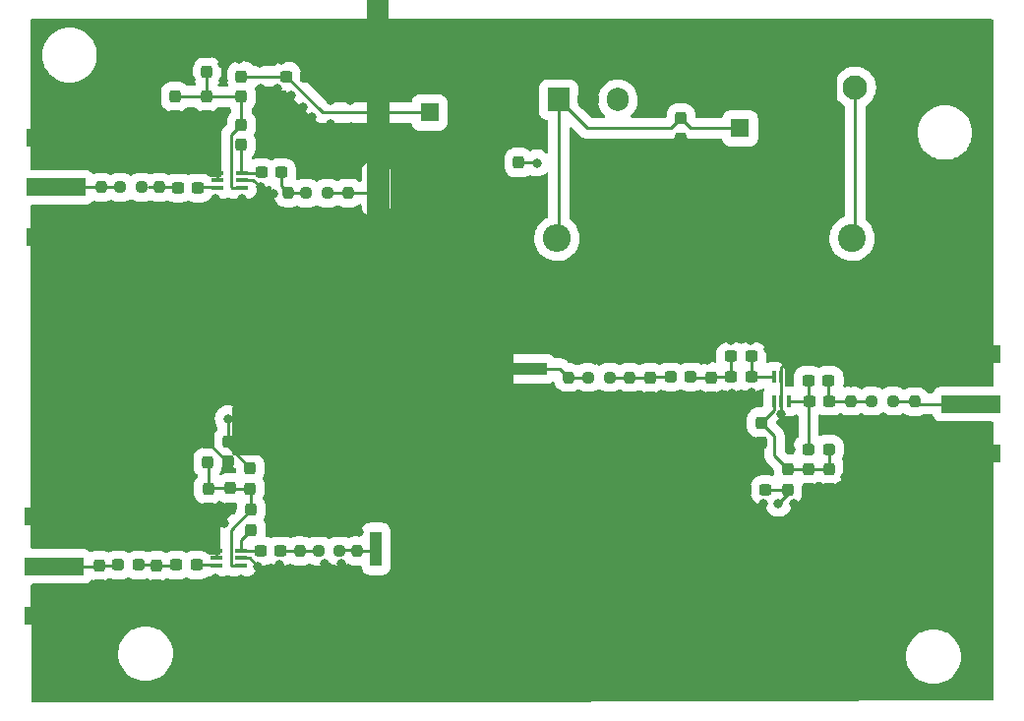
<source format=gtl>
%TF.GenerationSoftware,KiCad,Pcbnew,(6.0.1)*%
%TF.CreationDate,2022-02-10T13:06:39+00:00*%
%TF.ProjectId,TrackingGenerator,54726163-6b69-46e6-9747-656e65726174,rev?*%
%TF.SameCoordinates,Original*%
%TF.FileFunction,Copper,L1,Top*%
%TF.FilePolarity,Positive*%
%FSLAX46Y46*%
G04 Gerber Fmt 4.6, Leading zero omitted, Abs format (unit mm)*
G04 Created by KiCad (PCBNEW (6.0.1)) date 2022-02-10 13:06:39*
%MOMM*%
%LPD*%
G01*
G04 APERTURE LIST*
G04 Aperture macros list*
%AMRoundRect*
0 Rectangle with rounded corners*
0 $1 Rounding radius*
0 $2 $3 $4 $5 $6 $7 $8 $9 X,Y pos of 4 corners*
0 Add a 4 corners polygon primitive as box body*
4,1,4,$2,$3,$4,$5,$6,$7,$8,$9,$2,$3,0*
0 Add four circle primitives for the rounded corners*
1,1,$1+$1,$2,$3*
1,1,$1+$1,$4,$5*
1,1,$1+$1,$6,$7*
1,1,$1+$1,$8,$9*
0 Add four rect primitives between the rounded corners*
20,1,$1+$1,$2,$3,$4,$5,0*
20,1,$1+$1,$4,$5,$6,$7,0*
20,1,$1+$1,$6,$7,$8,$9,0*
20,1,$1+$1,$8,$9,$2,$3,0*%
%AMFreePoly0*
4,1,53,2.042426,15.408426,2.060000,15.366000,2.060000,7.426000,13.541000,7.426000,13.583426,7.408426,13.601000,7.366000,13.601000,3.366000,13.583426,3.323574,13.541000,3.306000,10.601000,3.306000,10.601000,-3.306000,13.541000,-3.306000,13.583426,-3.323574,13.601000,-3.366000,13.601000,-7.366000,13.583426,-7.408426,13.541000,-7.426000,10.601000,-7.426000,10.601000,-10.366000,10.583426,-10.408426,
10.541000,-10.426000,7.541000,-10.426000,7.498574,-10.408426,7.481000,-10.366000,7.481000,-7.426000,-7.481000,-7.426000,-7.481000,-10.366000,-7.498574,-10.408426,-7.541000,-10.426000,-10.541000,-10.426000,-10.583426,-10.408426,-10.601000,-10.366000,-10.601000,-7.426000,-13.541000,-7.426000,-13.583426,-7.408426,-13.601000,-7.366000,-13.601000,-3.366000,-13.583426,-3.323574,-13.541000,-3.306000,-10.601000,-3.306000,
-10.601000,3.306000,-13.541000,3.306000,-13.583426,3.323574,-13.601000,3.366000,-13.601000,7.366000,-13.583426,7.408426,-13.541000,7.426000,-2.060000,7.426000,-2.060000,15.366000,-2.042426,15.408426,-2.000000,15.426000,2.000000,15.426000,2.042426,15.408426,2.042426,15.408426,$1*%
G04 Aperture macros list end*
%TA.AperFunction,SMDPad,CuDef*%
%ADD10RoundRect,0.237500X-0.237500X0.300000X-0.237500X-0.300000X0.237500X-0.300000X0.237500X0.300000X0*%
%TD*%
%TA.AperFunction,ComponentPad*%
%ADD11R,1.905000X2.000000*%
%TD*%
%TA.AperFunction,ComponentPad*%
%ADD12O,1.905000X2.000000*%
%TD*%
%TA.AperFunction,SMDPad,CuDef*%
%ADD13RoundRect,0.237500X-0.237500X0.250000X-0.237500X-0.250000X0.237500X-0.250000X0.237500X0.250000X0*%
%TD*%
%TA.AperFunction,SMDPad,CuDef*%
%ADD14RoundRect,0.237500X-0.250000X-0.237500X0.250000X-0.237500X0.250000X0.237500X-0.250000X0.237500X0*%
%TD*%
%TA.AperFunction,SMDPad,CuDef*%
%ADD15RoundRect,0.237500X0.237500X-0.250000X0.237500X0.250000X-0.237500X0.250000X-0.237500X-0.250000X0*%
%TD*%
%TA.AperFunction,SMDPad,CuDef*%
%ADD16RoundRect,0.237500X-0.300000X-0.237500X0.300000X-0.237500X0.300000X0.237500X-0.300000X0.237500X0*%
%TD*%
%TA.AperFunction,SMDPad,CuDef*%
%ADD17RoundRect,0.237500X-0.237500X0.287500X-0.237500X-0.287500X0.237500X-0.287500X0.237500X0.287500X0*%
%TD*%
%TA.AperFunction,SMDPad,CuDef*%
%ADD18RoundRect,0.237500X0.300000X0.237500X-0.300000X0.237500X-0.300000X-0.237500X0.300000X-0.237500X0*%
%TD*%
%TA.AperFunction,SMDPad,CuDef*%
%ADD19R,5.080000X1.500000*%
%TD*%
%TA.AperFunction,SMDPad,CuDef*%
%ADD20RoundRect,0.237500X0.287500X0.237500X-0.287500X0.237500X-0.287500X-0.237500X0.287500X-0.237500X0*%
%TD*%
%TA.AperFunction,SMDPad,CuDef*%
%ADD21RoundRect,0.237500X0.237500X-0.300000X0.237500X0.300000X-0.237500X0.300000X-0.237500X-0.300000X0*%
%TD*%
%TA.AperFunction,ComponentPad*%
%ADD22R,1.600000X1.600000*%
%TD*%
%TA.AperFunction,ComponentPad*%
%ADD23C,1.600000*%
%TD*%
%TA.AperFunction,SMDPad,CuDef*%
%ADD24R,1.000000X3.000000*%
%TD*%
%TA.AperFunction,SMDPad,CuDef*%
%ADD25FreePoly0,90.000000*%
%TD*%
%TA.AperFunction,SMDPad,CuDef*%
%ADD26R,3.000000X1.000000*%
%TD*%
%TA.AperFunction,SMDPad,CuDef*%
%ADD27RoundRect,0.237500X0.237500X-0.287500X0.237500X0.287500X-0.237500X0.287500X-0.237500X-0.287500X0*%
%TD*%
%TA.AperFunction,SMDPad,CuDef*%
%ADD28R,1.050000X0.400000*%
%TD*%
%TA.AperFunction,SMDPad,CuDef*%
%ADD29R,0.400000X1.050000*%
%TD*%
%TA.AperFunction,SMDPad,CuDef*%
%ADD30RoundRect,0.237500X-0.287500X-0.237500X0.287500X-0.237500X0.287500X0.237500X-0.287500X0.237500X0*%
%TD*%
%TA.AperFunction,ComponentPad*%
%ADD31C,2.400000*%
%TD*%
%TA.AperFunction,ComponentPad*%
%ADD32O,2.400000X2.400000*%
%TD*%
%TA.AperFunction,ComponentPad*%
%ADD33R,2.100000X2.100000*%
%TD*%
%TA.AperFunction,ComponentPad*%
%ADD34C,2.100000*%
%TD*%
%TA.AperFunction,ViaPad*%
%ADD35C,0.800000*%
%TD*%
%TA.AperFunction,Conductor*%
%ADD36C,0.293370*%
%TD*%
%TA.AperFunction,Conductor*%
%ADD37C,0.250000*%
%TD*%
G04 APERTURE END LIST*
D10*
%TO.P,C9,1*%
%TO.N,GNDPWR*%
X86258400Y-114656700D03*
%TO.P,C9,2*%
%TO.N,Net-(C5-Pad1)*%
X86258400Y-116381700D03*
%TD*%
D11*
%TO.P,U1,1,IN*%
%TO.N,Net-(C22-Pad1)*%
X116484400Y-85171400D03*
D12*
%TO.P,U1,2,GND*%
%TO.N,GNDPWR*%
X119024400Y-85171400D03*
%TO.P,U1,3,OUT*%
%TO.N,+5V*%
X121564400Y-85171400D03*
%TD*%
D13*
%TO.P,R14,1*%
%TO.N,Net-(C25-Pad2)*%
X141647800Y-111100800D03*
%TO.P,R14,2*%
%TO.N,GNDPWR*%
X141647800Y-112925800D03*
%TD*%
D14*
%TO.P,R6,1*%
%TO.N,Net-(C12-Pad1)*%
X94743900Y-93218000D03*
%TO.P,R6,2*%
%TO.N,Net-(M1-Pad1)*%
X96568900Y-93218000D03*
%TD*%
D15*
%TO.P,R10,1*%
%TO.N,GNDPWR*%
X117322600Y-110894500D03*
%TO.P,R10,2*%
%TO.N,Net-(M1-Pad4)*%
X117322600Y-109069500D03*
%TD*%
D10*
%TO.P,C5,1*%
%TO.N,Net-(C5-Pad1)*%
X86309200Y-118669900D03*
%TO.P,C5,2*%
%TO.N,GNDPWR*%
X86309200Y-120394900D03*
%TD*%
D16*
%TO.P,C17,1*%
%TO.N,Net-(C16-Pad1)*%
X131335300Y-109013300D03*
%TO.P,C17,2*%
%TO.N,Net-(C17-Pad2)*%
X133060300Y-109013300D03*
%TD*%
D13*
%TO.P,R3,1*%
%TO.N,Net-(C4-Pad1)*%
X82092800Y-92711900D03*
%TO.P,R3,2*%
%TO.N,GNDPWR*%
X82092800Y-94536900D03*
%TD*%
D10*
%TO.P,C10,1*%
%TO.N,GNDPWR*%
X86207600Y-81077900D03*
%TO.P,C10,2*%
%TO.N,Net-(C10-Pad2)*%
X86207600Y-82802900D03*
%TD*%
D17*
%TO.P,L3,1,1*%
%TO.N,Net-(C10-Pad2)*%
X89154000Y-87313800D03*
%TO.P,L3,2,2*%
%TO.N,Net-(C12-Pad2)*%
X89154000Y-89063800D03*
%TD*%
D18*
%TO.P,C12,1*%
%TO.N,Net-(C12-Pad1)*%
X92607300Y-91440000D03*
%TO.P,C12,2*%
%TO.N,Net-(C12-Pad2)*%
X90882300Y-91440000D03*
%TD*%
D19*
%TO.P,J4,1,In*%
%TO.N,Net-(J4-Pad1)*%
X151937500Y-111350000D03*
%TO.P,J4,2,Ext*%
%TO.N,GNDPWR*%
X151937500Y-115600000D03*
X151937500Y-107100000D03*
%TD*%
D17*
%TO.P,L5,1,1*%
%TO.N,Net-(C5-Pad1)*%
X90017600Y-120435400D03*
%TO.P,L5,2,2*%
%TO.N,Net-(C14-Pad1)*%
X90017600Y-122185400D03*
%TD*%
D20*
%TO.P,L6,1,1*%
%TO.N,Net-(C16-Pad1)*%
X127849600Y-109016800D03*
%TO.P,L6,2,2*%
%TO.N,Net-(C15-Pad2)*%
X126099600Y-109016800D03*
%TD*%
D16*
%TO.P,C14,1*%
%TO.N,Net-(C14-Pad1)*%
X90831500Y-124002800D03*
%TO.P,C14,2*%
%TO.N,Net-(C14-Pad2)*%
X92556500Y-124002800D03*
%TD*%
D10*
%TO.P,C23,1*%
%TO.N,Net-(C22-Pad1)*%
X127000000Y-86767500D03*
%TO.P,C23,2*%
%TO.N,GNDPWR*%
X127000000Y-88492500D03*
%TD*%
D16*
%TO.P,C24,1*%
%TO.N,GNDPWR*%
X132541550Y-118738300D03*
%TO.P,C24,2*%
%TO.N,+5V*%
X134266550Y-118738300D03*
%TD*%
D14*
%TO.P,R15,1*%
%TO.N,Net-(C25-Pad2)*%
X143435300Y-111113300D03*
%TO.P,R15,2*%
%TO.N,Net-(J4-Pad1)*%
X145260300Y-111113300D03*
%TD*%
D21*
%TO.P,C21,1*%
%TO.N,GNDPWR*%
X133897800Y-114675800D03*
%TO.P,C21,2*%
%TO.N,Net-(C19-Pad1)*%
X133897800Y-112950800D03*
%TD*%
D13*
%TO.P,R5,1*%
%TO.N,Net-(C14-Pad2)*%
X94183200Y-124004700D03*
%TO.P,R5,2*%
%TO.N,GNDPWR*%
X94183200Y-125829700D03*
%TD*%
D16*
%TO.P,C18,1*%
%TO.N,Net-(C16-Pad1)*%
X131335300Y-107263300D03*
%TO.P,C18,2*%
%TO.N,Net-(C17-Pad2)*%
X133060300Y-107263300D03*
%TD*%
D10*
%TO.P,C20,1*%
%TO.N,Net-(C19-Pad1)*%
X138004050Y-116975800D03*
%TO.P,C20,2*%
%TO.N,GNDPWR*%
X138004050Y-118700800D03*
%TD*%
D14*
%TO.P,R11,1*%
%TO.N,Net-(M1-Pad4)*%
X119051700Y-109067600D03*
%TO.P,R11,2*%
%TO.N,Net-(C15-Pad2)*%
X120876700Y-109067600D03*
%TD*%
D13*
%TO.P,R4,1*%
%TO.N,Net-(C12-Pad1)*%
X93218000Y-93169100D03*
%TO.P,R4,2*%
%TO.N,GNDPWR*%
X93218000Y-94994100D03*
%TD*%
D19*
%TO.P,J1,1,In*%
%TO.N,Net-(J1-Pad1)*%
X73202800Y-92710000D03*
%TO.P,J1,2,Ext*%
%TO.N,GNDPWR*%
X73202800Y-96960000D03*
X73202800Y-88460000D03*
%TD*%
D21*
%TO.P,C15,1*%
%TO.N,GNDPWR*%
X124333000Y-110825800D03*
%TO.P,C15,2*%
%TO.N,Net-(C15-Pad2)*%
X124333000Y-109100800D03*
%TD*%
D20*
%TO.P,L8,1,1*%
%TO.N,Net-(C19-Pad1)*%
X139729050Y-115238300D03*
%TO.P,L8,2,2*%
%TO.N,Net-(C25-Pad1)*%
X137979050Y-115238300D03*
%TD*%
D16*
%TO.P,C25,1*%
%TO.N,Net-(C25-Pad1)*%
X138035300Y-111113300D03*
%TO.P,C25,2*%
%TO.N,Net-(C25-Pad2)*%
X139760300Y-111113300D03*
%TD*%
D10*
%TO.P,C2,1*%
%TO.N,Net-(C2-Pad1)*%
X81889600Y-125273900D03*
%TO.P,C2,2*%
%TO.N,GNDPWR*%
X81889600Y-126998900D03*
%TD*%
D16*
%TO.P,C26,1*%
%TO.N,Net-(C25-Pad1)*%
X137985300Y-109313300D03*
%TO.P,C26,2*%
%TO.N,Net-(C25-Pad2)*%
X139710300Y-109313300D03*
%TD*%
D21*
%TO.P,C13,1*%
%TO.N,GNDPWR*%
X88036400Y-116330900D03*
%TO.P,C13,2*%
%TO.N,+5V*%
X88036400Y-114605900D03*
%TD*%
D22*
%TO.P,C28,1*%
%TO.N,+5V*%
X105359200Y-86272380D03*
D23*
%TO.P,C28,2*%
%TO.N,GNDPWR*%
X105359200Y-83772380D03*
%TD*%
D24*
%TO.P,M1,1,R*%
%TO.N,Net-(M1-Pad1)*%
X100757000Y-92831000D03*
D25*
%TO.P,M1,2,GND*%
%TO.N,GNDPWR*%
X102018000Y-108331000D03*
D24*
%TO.P,M1,3,L*%
%TO.N,Net-(M1-Pad3)*%
X100757000Y-123831000D03*
D26*
%TO.P,M1,4,I*%
%TO.N,Net-(M1-Pad4)*%
X114018000Y-108331000D03*
%TD*%
D10*
%TO.P,C19,1*%
%TO.N,Net-(C19-Pad1)*%
X139754050Y-116975800D03*
%TO.P,C19,2*%
%TO.N,GNDPWR*%
X139754050Y-118700800D03*
%TD*%
D27*
%TO.P,L7,1,1*%
%TO.N,+5V*%
X136204050Y-118713300D03*
%TO.P,L7,2,2*%
%TO.N,Net-(C19-Pad1)*%
X136204050Y-116963300D03*
%TD*%
D14*
%TO.P,R2,1*%
%TO.N,Net-(J1-Pad1)*%
X78741900Y-92710000D03*
%TO.P,R2,2*%
%TO.N,Net-(C4-Pad1)*%
X80566900Y-92710000D03*
%TD*%
D28*
%TO.P,IC2,1,GND2*%
%TO.N,GNDPWR*%
X87037200Y-123962400D03*
%TO.P,IC2,2,GND1*%
X87037200Y-124612400D03*
%TO.P,IC2,3,INPUT*%
%TO.N,Net-(C3-Pad2)*%
X87037200Y-125262400D03*
%TO.P,IC2,4,VCC*%
%TO.N,Net-(C5-Pad1)*%
X89137200Y-125262400D03*
%TO.P,IC2,5,GND3*%
%TO.N,GNDPWR*%
X89137200Y-124612400D03*
%TO.P,IC2,6,OUTPUT_&_VCC*%
%TO.N,Net-(C14-Pad1)*%
X89137200Y-123962400D03*
%TD*%
D10*
%TO.P,C16,1*%
%TO.N,Net-(C16-Pad1)*%
X129590800Y-109068700D03*
%TO.P,C16,2*%
%TO.N,GNDPWR*%
X129590800Y-110793700D03*
%TD*%
%TO.P,C8,1*%
%TO.N,Net-(C10-Pad2)*%
X83464400Y-84887900D03*
%TO.P,C8,2*%
%TO.N,GNDPWR*%
X83464400Y-86612900D03*
%TD*%
D16*
%TO.P,C11,1*%
%TO.N,+5V*%
X93015900Y-83159600D03*
%TO.P,C11,2*%
%TO.N,GNDPWR*%
X94740900Y-83159600D03*
%TD*%
D29*
%TO.P,IC3,1,GND2*%
%TO.N,GNDPWR*%
X136297800Y-109013300D03*
%TO.P,IC3,2,GND1*%
X135647800Y-109013300D03*
%TO.P,IC3,3,INPUT*%
%TO.N,Net-(C17-Pad2)*%
X134997800Y-109013300D03*
%TO.P,IC3,4,VCC*%
%TO.N,Net-(C19-Pad1)*%
X134997800Y-111113300D03*
%TO.P,IC3,5,GND3*%
%TO.N,GNDPWR*%
X135647800Y-111113300D03*
%TO.P,IC3,6,OUTPUT_&_VCC*%
%TO.N,Net-(C25-Pad1)*%
X136297800Y-111113300D03*
%TD*%
D13*
%TO.P,R8,1*%
%TO.N,Net-(M1-Pad3)*%
X99110800Y-124004700D03*
%TO.P,R8,2*%
%TO.N,GNDPWR*%
X99110800Y-125829700D03*
%TD*%
D30*
%TO.P,L1,1,1*%
%TO.N,Net-(C1-Pad1)*%
X78576200Y-125222000D03*
%TO.P,L1,2,2*%
%TO.N,Net-(C2-Pad1)*%
X80326200Y-125222000D03*
%TD*%
D22*
%TO.P,C22,1*%
%TO.N,Net-(C22-Pad1)*%
X132080000Y-87630000D03*
D23*
%TO.P,C22,2*%
%TO.N,GNDPWR*%
X132080000Y-90130000D03*
%TD*%
D10*
%TO.P,C27,1*%
%TO.N,+5V*%
X113030000Y-90577500D03*
%TO.P,C27,2*%
%TO.N,GNDPWR*%
X113030000Y-92302500D03*
%TD*%
%TO.P,C7,1*%
%TO.N,Net-(C5-Pad1)*%
X88188800Y-118619100D03*
%TO.P,C7,2*%
%TO.N,GNDPWR*%
X88188800Y-120344100D03*
%TD*%
D31*
%TO.P,R13,1*%
%TO.N,+12V*%
X141732000Y-97078800D03*
D32*
%TO.P,R13,2*%
%TO.N,Net-(C22-Pad1)*%
X116332000Y-97078800D03*
%TD*%
D10*
%TO.P,C1,1*%
%TO.N,Net-(C1-Pad1)*%
X76962000Y-125273900D03*
%TO.P,C1,2*%
%TO.N,GNDPWR*%
X76962000Y-126998900D03*
%TD*%
D28*
%TO.P,IC1,1,GND2*%
%TO.N,GNDPWR*%
X87088000Y-91450400D03*
%TO.P,IC1,2,GND1*%
X87088000Y-92100400D03*
%TO.P,IC1,3,INPUT*%
%TO.N,Net-(C4-Pad2)*%
X87088000Y-92750400D03*
%TO.P,IC1,4,VCC*%
%TO.N,Net-(C10-Pad2)*%
X89188000Y-92750400D03*
%TO.P,IC1,5,GND3*%
%TO.N,GNDPWR*%
X89188000Y-92100400D03*
%TO.P,IC1,6,OUTPUT_&_VCC*%
%TO.N,Net-(C12-Pad2)*%
X89188000Y-91450400D03*
%TD*%
D13*
%TO.P,R16,1*%
%TO.N,Net-(J4-Pad1)*%
X147097800Y-111150800D03*
%TO.P,R16,2*%
%TO.N,GNDPWR*%
X147097800Y-112975800D03*
%TD*%
D16*
%TO.P,C3,1*%
%TO.N,Net-(C2-Pad1)*%
X83567100Y-125222000D03*
%TO.P,C3,2*%
%TO.N,Net-(C3-Pad2)*%
X85292100Y-125222000D03*
%TD*%
D15*
%TO.P,R9,1*%
%TO.N,Net-(M1-Pad1)*%
X98374200Y-93190700D03*
%TO.P,R9,2*%
%TO.N,GNDPWR*%
X98374200Y-91365700D03*
%TD*%
D10*
%TO.P,C6,1*%
%TO.N,Net-(C10-Pad2)*%
X86156800Y-84887900D03*
%TO.P,C6,2*%
%TO.N,GNDPWR*%
X86156800Y-86612900D03*
%TD*%
D13*
%TO.P,R1,1*%
%TO.N,Net-(J1-Pad1)*%
X77114400Y-92711900D03*
%TO.P,R1,2*%
%TO.N,GNDPWR*%
X77114400Y-94536900D03*
%TD*%
D16*
%TO.P,C4,1*%
%TO.N,Net-(C4-Pad1)*%
X83719500Y-92760800D03*
%TO.P,C4,2*%
%TO.N,Net-(C4-Pad2)*%
X85444500Y-92760800D03*
%TD*%
D17*
%TO.P,L4,1,1*%
%TO.N,+5V*%
X89916000Y-116879400D03*
%TO.P,L4,2,2*%
%TO.N,Net-(C5-Pad1)*%
X89916000Y-118629400D03*
%TD*%
D19*
%TO.P,J2,1,In*%
%TO.N,Net-(C1-Pad1)*%
X73028100Y-125323600D03*
%TO.P,J2,2,Ext*%
%TO.N,GNDPWR*%
X73028100Y-129573600D03*
X73028100Y-121073600D03*
%TD*%
D13*
%TO.P,R12,1*%
%TO.N,Net-(C15-Pad2)*%
X122580400Y-109069500D03*
%TO.P,R12,2*%
%TO.N,GNDPWR*%
X122580400Y-110894500D03*
%TD*%
D14*
%TO.P,R7,1*%
%TO.N,Net-(C14-Pad2)*%
X95810700Y-124002800D03*
%TO.P,R7,2*%
%TO.N,Net-(M1-Pad3)*%
X97635700Y-124002800D03*
%TD*%
D33*
%TO.P,J3,1,Pin_1*%
%TO.N,GNDPWR*%
X139446000Y-84124800D03*
D34*
%TO.P,J3,2,Pin_2*%
%TO.N,+12V*%
X141986000Y-84124800D03*
%TD*%
D17*
%TO.P,L2,1,1*%
%TO.N,+5V*%
X89154000Y-83148200D03*
%TO.P,L2,2,2*%
%TO.N,Net-(C10-Pad2)*%
X89154000Y-84898200D03*
%TD*%
D35*
%TO.N,GNDPWR*%
X105943400Y-95351600D03*
X91643200Y-121056400D03*
X87249000Y-108254800D03*
X153100000Y-105000000D03*
X141247800Y-116063300D03*
X135997800Y-107813300D03*
X99314000Y-122377200D03*
X90424000Y-109778800D03*
X100050600Y-99263200D03*
X102565200Y-93395800D03*
X153350000Y-117550000D03*
X147197800Y-114163300D03*
X97510600Y-109423200D03*
X74676000Y-131318000D03*
X102336600Y-121285000D03*
X100050600Y-109423200D03*
X139947800Y-107663300D03*
X95275400Y-121335800D03*
X88823800Y-106807000D03*
X95148400Y-96418400D03*
X91592400Y-119481600D03*
X71729600Y-86207600D03*
X81991200Y-86715600D03*
X94488000Y-85852000D03*
X144297800Y-109513300D03*
X134497800Y-106663300D03*
X94970600Y-114503200D03*
X107670600Y-104343200D03*
X108737400Y-95300800D03*
X106400600Y-106883200D03*
X92405200Y-125171200D03*
X83515200Y-123545600D03*
X90830400Y-84226400D03*
X97510600Y-104343200D03*
X112903000Y-110185200D03*
X108940600Y-117043200D03*
X97510600Y-114503200D03*
X95250000Y-86664800D03*
X87579200Y-83566000D03*
X95275400Y-120218200D03*
X133947800Y-116263300D03*
X94970600Y-109423200D03*
X96240600Y-117043200D03*
X103860600Y-106883200D03*
X87299800Y-109778800D03*
X105130600Y-99263200D03*
X78536800Y-123545600D03*
X108661200Y-121107200D03*
X134047800Y-119963300D03*
X84785200Y-83464400D03*
X87249000Y-106857800D03*
X138797800Y-119963300D03*
X91643200Y-116890800D03*
X108940600Y-101803200D03*
X84632800Y-80670400D03*
X85242400Y-126949200D03*
X93421200Y-122377200D03*
X102590600Y-99263200D03*
X81889600Y-123545600D03*
X131547800Y-117513300D03*
X108661200Y-120091200D03*
X103860600Y-101803200D03*
X111734600Y-116408200D03*
X83515200Y-126949200D03*
X101320600Y-111963200D03*
X98780600Y-101803200D03*
X111302800Y-107365800D03*
X91236800Y-115468400D03*
X95148400Y-95300800D03*
X148350000Y-112800000D03*
X106400600Y-117043200D03*
X86969600Y-126390400D03*
X87020400Y-90119200D03*
X77063600Y-96469200D03*
X119747800Y-110763300D03*
X131447800Y-119963300D03*
X94970600Y-99288600D03*
X135647800Y-112263300D03*
X71628000Y-90017600D03*
X84632800Y-118668800D03*
X96875600Y-85191600D03*
X96240600Y-111963200D03*
X106400600Y-101803200D03*
X132647800Y-114813300D03*
X96917949Y-91523640D03*
X91643200Y-118211600D03*
X101752400Y-90043000D03*
X84785200Y-90932000D03*
X78536800Y-90932000D03*
X101320600Y-101803200D03*
X86918800Y-93675200D03*
X101320600Y-106883200D03*
X86309200Y-121615200D03*
X84734400Y-82092800D03*
X76962000Y-128371600D03*
X89255600Y-93675200D03*
X102565200Y-125069600D03*
X90576400Y-125323600D03*
X141147800Y-117663300D03*
X111175800Y-102209600D03*
X106019600Y-121183400D03*
X124409200Y-107340400D03*
X97993200Y-120218200D03*
X80162400Y-126898400D03*
X76708000Y-120142000D03*
X97510600Y-99263200D03*
X92608400Y-81737200D03*
X99949000Y-96088200D03*
X129397800Y-112163300D03*
X100050600Y-114503200D03*
X84937600Y-114503200D03*
X133047800Y-110363300D03*
X98501200Y-85191600D03*
X97967800Y-121386600D03*
X77165200Y-87782400D03*
X107670600Y-114503200D03*
X111252000Y-104876600D03*
X74828400Y-98856800D03*
X83261200Y-83159600D03*
X85953600Y-90932000D03*
X98374200Y-90017600D03*
X150350000Y-105000000D03*
X95980124Y-84201393D03*
X126263400Y-107391200D03*
X140697800Y-119913300D03*
X88849200Y-109804200D03*
X122656600Y-112141000D03*
X74422000Y-90119200D03*
X102641400Y-123571000D03*
X148400000Y-109950000D03*
X110693200Y-116433600D03*
X102489000Y-91541600D03*
X136247800Y-113513300D03*
X103860600Y-111963200D03*
X111277400Y-114122200D03*
X74574400Y-122936000D03*
X105130600Y-109423200D03*
X85496400Y-94538800D03*
X111912400Y-100076000D03*
X105130600Y-114503200D03*
X98780600Y-106883200D03*
X137897800Y-107663300D03*
X131297800Y-105863300D03*
X122656600Y-107315000D03*
X81889600Y-84683600D03*
X93421200Y-84836000D03*
X93548200Y-106807000D03*
X101320600Y-117043200D03*
X87528400Y-86410800D03*
X91846400Y-94843600D03*
X71932800Y-118516400D03*
X111252000Y-109397800D03*
X96240600Y-106883200D03*
X96266000Y-83058000D03*
X110718600Y-100076000D03*
X94945200Y-91490800D03*
X83464400Y-90932000D03*
X81889600Y-128270000D03*
X127697800Y-110663300D03*
X114960400Y-106578400D03*
X103860600Y-117043200D03*
X98094800Y-95326200D03*
X89103200Y-126441200D03*
X87528400Y-80873600D03*
X96418400Y-122377200D03*
X74574400Y-127508000D03*
X107670600Y-99263200D03*
X90424000Y-106807000D03*
X141847800Y-114113300D03*
X127647800Y-107413300D03*
X98780600Y-117043200D03*
X87528400Y-82092800D03*
X78435200Y-95910400D03*
X89611200Y-113385600D03*
X104013000Y-96037400D03*
X97739200Y-125120400D03*
X91998800Y-106781600D03*
X90017600Y-114808000D03*
X136747800Y-119963300D03*
X71932800Y-95148400D03*
X86156800Y-87884000D03*
X96240600Y-101803200D03*
X77216000Y-89408000D03*
X131347800Y-110413300D03*
X86055200Y-79603600D03*
X92608400Y-89763600D03*
X105943400Y-96469200D03*
X96824800Y-87274400D03*
X80264000Y-94538800D03*
X116408200Y-106934000D03*
X117947800Y-110763300D03*
X93497400Y-109753400D03*
X112877600Y-106629200D03*
X146481800Y-109575600D03*
X106400600Y-111963200D03*
X83718400Y-94538800D03*
X115062000Y-110134400D03*
X148350000Y-107700000D03*
X96367600Y-125120400D03*
X74422000Y-95148400D03*
X111226600Y-111607600D03*
X116179600Y-110566200D03*
X111861600Y-98450400D03*
X84785200Y-86360000D03*
X153300000Y-114050000D03*
X90881200Y-86868000D03*
X129297800Y-107613300D03*
X86156800Y-113284000D03*
X91897200Y-93268800D03*
X110769400Y-118389400D03*
X72085200Y-98806000D03*
X78536800Y-126949200D03*
X81940400Y-90932000D03*
X78587600Y-94538800D03*
X80314800Y-90932000D03*
X98602800Y-87477600D03*
X76911200Y-123545600D03*
X71780400Y-127609600D03*
X102590600Y-109423200D03*
X87680800Y-121615200D03*
X86715600Y-123037600D03*
X102590600Y-114503200D03*
X83515200Y-87934800D03*
X102184200Y-95478600D03*
X93980000Y-90170000D03*
X141647800Y-109513300D03*
X90728800Y-82042000D03*
X100634800Y-127000000D03*
X108940600Y-111963200D03*
X90881200Y-88341200D03*
X76860400Y-130302000D03*
X144447800Y-112463300D03*
X150150000Y-114050000D03*
X98780600Y-111963200D03*
X90982800Y-89712800D03*
X148300000Y-105750000D03*
X153250000Y-108750000D03*
X77165200Y-98094800D03*
X72085200Y-122885200D03*
X72034400Y-131419600D03*
X94894400Y-122377200D03*
X148400000Y-117300000D03*
X92252800Y-84226400D03*
X106019600Y-120142000D03*
X99212400Y-126949200D03*
X94742000Y-81686400D03*
X100050600Y-104343200D03*
X119647800Y-107613300D03*
X124409200Y-112113300D03*
X108762800Y-96494600D03*
X90881200Y-85598000D03*
X91795600Y-122377200D03*
X150350000Y-108750000D03*
X74422000Y-118516400D03*
X150150000Y-117450000D03*
X117947800Y-107613300D03*
X111810800Y-118364000D03*
X90830400Y-92710000D03*
X110718600Y-98475800D03*
X94132400Y-127203200D03*
X94970600Y-104343200D03*
X100050600Y-89992200D03*
X82092800Y-95859600D03*
X88950800Y-81635600D03*
X105130600Y-104343200D03*
X132997800Y-105863300D03*
X91973400Y-109728000D03*
X98069400Y-96443800D03*
X139397800Y-113113300D03*
X74117200Y-86309200D03*
X84582000Y-116230400D03*
X136447800Y-115313300D03*
X84937600Y-120396000D03*
X126136400Y-110693200D03*
X107670600Y-109423200D03*
X102590600Y-104343200D03*
X102057200Y-126644400D03*
X148350000Y-115150000D03*
X85293200Y-123545600D03*
X97840800Y-122377200D03*
X80264000Y-123545600D03*
X132247800Y-112863300D03*
X108940600Y-106883200D03*
X76758800Y-121869200D03*
%TO.N,+5V*%
X135397800Y-119913300D03*
X88036400Y-112623600D03*
X114600000Y-90600000D03*
%TD*%
D36*
%TO.N,GNDPWR*%
X87037200Y-123962400D02*
X87037200Y-124612400D01*
X88036400Y-116330900D02*
X87932600Y-116330900D01*
D37*
X135647800Y-111113300D02*
X135647800Y-109013300D01*
D36*
X87088000Y-91450400D02*
X87088000Y-90186800D01*
D37*
X135647800Y-112263300D02*
X135647800Y-111113300D01*
D36*
X89188000Y-92100400D02*
X90179717Y-92100400D01*
D37*
X133847800Y-114582050D02*
X133854050Y-114588300D01*
X136297800Y-108113300D02*
X136297800Y-109013300D01*
D36*
X90179717Y-92100400D02*
X90789317Y-92710000D01*
D37*
X135997800Y-107813300D02*
X135647800Y-108163300D01*
D36*
X90789317Y-92710000D02*
X90830400Y-92710000D01*
X89137200Y-124612400D02*
X89865200Y-124612400D01*
X85091100Y-114656700D02*
X84937600Y-114503200D01*
X86258400Y-114656700D02*
X85091100Y-114656700D01*
X87088000Y-90186800D02*
X87020400Y-90119200D01*
D37*
X135997800Y-107813300D02*
X136297800Y-108113300D01*
X135647800Y-108163300D02*
X135647800Y-109013300D01*
D36*
X87932600Y-116330900D02*
X86258400Y-114656700D01*
X89865200Y-124612400D02*
X90576400Y-125323600D01*
X87037200Y-123359200D02*
X86715600Y-123037600D01*
X87037200Y-123962400D02*
X87037200Y-123359200D01*
X87088000Y-92100400D02*
X87088000Y-91450400D01*
%TO.N,Net-(C1-Pad1)*%
X78524300Y-125273900D02*
X78576200Y-125222000D01*
X73028100Y-125323600D02*
X76912300Y-125323600D01*
X76912300Y-125323600D02*
X76962000Y-125273900D01*
X76962000Y-125273900D02*
X78524300Y-125273900D01*
%TO.N,Net-(C2-Pad1)*%
X81889600Y-125273900D02*
X83515200Y-125273900D01*
X83515200Y-125273900D02*
X83567100Y-125222000D01*
X80326200Y-125222000D02*
X81837700Y-125222000D01*
X81837700Y-125222000D02*
X81889600Y-125273900D01*
%TO.N,Net-(C3-Pad2)*%
X86996800Y-125222000D02*
X87037200Y-125262400D01*
X85292100Y-125222000D02*
X86996800Y-125222000D01*
%TO.N,Net-(C4-Pad2)*%
X85342900Y-92710000D02*
X87047600Y-92710000D01*
X87047600Y-92710000D02*
X87088000Y-92750400D01*
%TO.N,Net-(C4-Pad1)*%
X82448400Y-92711900D02*
X83616000Y-92711900D01*
X81176500Y-92710000D02*
X82446500Y-92710000D01*
X82446500Y-92710000D02*
X82448400Y-92711900D01*
X83616000Y-92711900D02*
X83617900Y-92710000D01*
%TO.N,Net-(C5-Pad1)*%
X89137200Y-125262400D02*
X88318830Y-125262400D01*
X86360000Y-118619100D02*
X86309200Y-118669900D01*
X86309200Y-118669900D02*
X86309200Y-116432500D01*
X88318830Y-125262400D02*
X88266004Y-125209574D01*
X88266004Y-122186996D02*
X90017600Y-120435400D01*
X88188800Y-118619100D02*
X86360000Y-118619100D01*
X88266004Y-125209574D02*
X88266004Y-122186996D01*
X88199100Y-118629400D02*
X88188800Y-118619100D01*
X86309200Y-116432500D02*
X86258400Y-116381700D01*
X90017600Y-118731000D02*
X89916000Y-118629400D01*
X89916000Y-118629400D02*
X88199100Y-118629400D01*
X90017600Y-120435400D02*
X90017600Y-118731000D01*
%TO.N,Net-(C10-Pad2)*%
X86156800Y-84887900D02*
X86156800Y-82853700D01*
X88316804Y-92697574D02*
X88316804Y-88150996D01*
X86167100Y-84898200D02*
X86156800Y-84887900D01*
X89188000Y-92750400D02*
X88369630Y-92750400D01*
X89154000Y-84898200D02*
X86167100Y-84898200D01*
X88316804Y-88150996D02*
X89154000Y-87313800D01*
X89154000Y-87313800D02*
X89154000Y-84898200D01*
X86156800Y-84887900D02*
X83464400Y-84887900D01*
X86156800Y-82853700D02*
X86207600Y-82802900D01*
X88369630Y-92750400D02*
X88316804Y-92697574D01*
%TO.N,+5V*%
X89916000Y-116847517D02*
X88036400Y-114967917D01*
X88036400Y-114967917D02*
X88036400Y-114605900D01*
D37*
X113030000Y-90577500D02*
X114577500Y-90577500D01*
D36*
X93004500Y-83148200D02*
X93015900Y-83159600D01*
X96128680Y-86272380D02*
X105359200Y-86272380D01*
D37*
X134291550Y-118713300D02*
X134266550Y-118738300D01*
D36*
X93015900Y-83159600D02*
X96128680Y-86272380D01*
D37*
X135397800Y-119913300D02*
X136204050Y-119107050D01*
X136204050Y-119107050D02*
X136204050Y-118713300D01*
D36*
X89154000Y-83148200D02*
X93004500Y-83148200D01*
D37*
X136204050Y-118713300D02*
X134291550Y-118713300D01*
D36*
X88036400Y-114605900D02*
X88036400Y-112623600D01*
X89916000Y-116879400D02*
X89916000Y-116847517D01*
D37*
X114577500Y-90577500D02*
X114600000Y-90600000D01*
D36*
%TO.N,Net-(C12-Pad2)*%
X89188000Y-91450400D02*
X90871900Y-91450400D01*
X90871900Y-91450400D02*
X90882300Y-91440000D01*
X89154000Y-91416400D02*
X89188000Y-91450400D01*
X89154000Y-89063800D02*
X89154000Y-91416400D01*
%TO.N,Net-(C12-Pad1)*%
X92607300Y-92558400D02*
X93218000Y-93169100D01*
X94695000Y-93169100D02*
X94743900Y-93218000D01*
X92607300Y-91440000D02*
X92607300Y-92558400D01*
X93218000Y-93169100D02*
X94695000Y-93169100D01*
%TO.N,Net-(C14-Pad2)*%
X92556500Y-124002800D02*
X94232100Y-124002800D01*
X94232100Y-124002800D02*
X94234000Y-124004700D01*
X94234000Y-124004700D02*
X95808800Y-124004700D01*
X95808800Y-124004700D02*
X95810700Y-124002800D01*
%TO.N,Net-(C14-Pad1)*%
X89137200Y-123962400D02*
X90791100Y-123962400D01*
X89137200Y-123065800D02*
X90017600Y-122185400D01*
X90791100Y-123962400D02*
X90831500Y-124002800D01*
X89137200Y-123962400D02*
X89137200Y-123065800D01*
D37*
%TO.N,Net-(C15-Pad2)*%
X122580400Y-109069500D02*
X122578500Y-109067600D01*
X126099600Y-109016800D02*
X124417000Y-109016800D01*
X124417000Y-109016800D02*
X124333000Y-109100800D01*
X122578500Y-109067600D02*
X120876700Y-109067600D01*
X122611700Y-109100800D02*
X122580400Y-109069500D01*
X124333000Y-109100800D02*
X122611700Y-109100800D01*
%TO.N,Net-(C16-Pad1)*%
X131335300Y-109013300D02*
X129646200Y-109013300D01*
X129646200Y-109013300D02*
X129590800Y-109068700D01*
X129590800Y-109068700D02*
X127901500Y-109068700D01*
X131335300Y-107263300D02*
X131335300Y-109013300D01*
X127901500Y-109068700D02*
X127849600Y-109016800D01*
%TO.N,Net-(C17-Pad2)*%
X133060300Y-107263300D02*
X133060300Y-109013300D01*
X134997800Y-109013300D02*
X133060300Y-109013300D01*
%TO.N,Net-(C19-Pad1)*%
X139754050Y-115263300D02*
X139729050Y-115238300D01*
X137991550Y-116963300D02*
X138004050Y-116975800D01*
X138004050Y-116975800D02*
X139754050Y-116975800D01*
X133897800Y-112950800D02*
X135047800Y-114100800D01*
X135047800Y-114100800D02*
X135047800Y-115807050D01*
X134997800Y-111113300D02*
X134997800Y-111850800D01*
X134997800Y-111850800D02*
X133897800Y-112950800D01*
X139754050Y-116975800D02*
X139754050Y-115263300D01*
X135047800Y-115807050D02*
X136204050Y-116963300D01*
X136204050Y-116963300D02*
X137991550Y-116963300D01*
D36*
%TO.N,Net-(C22-Pad1)*%
X116484400Y-85171400D02*
X118921795Y-87608795D01*
X118921795Y-87608795D02*
X126158705Y-87608795D01*
X116484400Y-96926400D02*
X116332000Y-97078800D01*
X126158705Y-87608795D02*
X127000000Y-86767500D01*
X116484400Y-85171400D02*
X116484400Y-96926400D01*
X127862500Y-87630000D02*
X132080000Y-87630000D01*
X127000000Y-86767500D02*
X127862500Y-87630000D01*
D37*
%TO.N,Net-(C25-Pad2)*%
X139760300Y-111113300D02*
X141635300Y-111113300D01*
X141635300Y-111113300D02*
X141647800Y-111100800D01*
X139710300Y-109313300D02*
X139710300Y-111063300D01*
X139710300Y-111063300D02*
X139760300Y-111113300D01*
X143422800Y-111100800D02*
X143435300Y-111113300D01*
X141647800Y-111100800D02*
X143422800Y-111100800D01*
%TO.N,Net-(C25-Pad1)*%
X138035300Y-111113300D02*
X136297800Y-111113300D01*
X137985300Y-109313300D02*
X137985300Y-111063300D01*
X137972800Y-115232050D02*
X137979050Y-115238300D01*
X137985300Y-111063300D02*
X138035300Y-111113300D01*
X137972800Y-111175800D02*
X137972800Y-115232050D01*
X138035300Y-111113300D02*
X137972800Y-111175800D01*
D36*
%TO.N,Net-(J1-Pad1)*%
X77114400Y-92711900D02*
X78740000Y-92711900D01*
X78740000Y-92711900D02*
X78741900Y-92710000D01*
X73202800Y-92710000D02*
X77112500Y-92710000D01*
X77112500Y-92710000D02*
X77114400Y-92711900D01*
%TO.N,+12V*%
X141986000Y-96824800D02*
X141732000Y-97078800D01*
X141986000Y-84124800D02*
X141986000Y-96824800D01*
D37*
%TO.N,Net-(J4-Pad1)*%
X147297000Y-111350000D02*
X151937500Y-111350000D01*
X147097800Y-111150800D02*
X147297000Y-111350000D01*
X147097800Y-111150800D02*
X145297800Y-111150800D01*
X145297800Y-111150800D02*
X145260300Y-111113300D01*
D36*
%TO.N,Net-(M1-Pad1)*%
X98374200Y-93190700D02*
X100397300Y-93190700D01*
X100397300Y-93190700D02*
X100757000Y-92831000D01*
X98346900Y-93218000D02*
X98374200Y-93190700D01*
X96568900Y-93218000D02*
X98346900Y-93218000D01*
%TO.N,Net-(M1-Pad3)*%
X97635700Y-123952000D02*
X99007300Y-123952000D01*
X100583300Y-124004700D02*
X100757000Y-123831000D01*
X99007300Y-123952000D02*
X99060000Y-124004700D01*
X99110800Y-124004700D02*
X100583300Y-124004700D01*
D37*
%TO.N,Net-(M1-Pad4)*%
X117324500Y-109067600D02*
X117322600Y-109069500D01*
D36*
X116584100Y-108331000D02*
X117322600Y-109069500D01*
D37*
X119051700Y-109067600D02*
X117324500Y-109067600D01*
D36*
X114018000Y-108331000D02*
X116584100Y-108331000D01*
%TD*%
%TA.AperFunction,Conductor*%
%TO.N,GNDPWR*%
G36*
X153827321Y-78240002D02*
G01*
X153873814Y-78293658D01*
X153885200Y-78346000D01*
X153885200Y-109723500D01*
X153865198Y-109791621D01*
X153811542Y-109838114D01*
X153759200Y-109849500D01*
X149347634Y-109849500D01*
X149344388Y-109849837D01*
X149344384Y-109849837D01*
X149249839Y-109859647D01*
X149249835Y-109859648D01*
X149242981Y-109860359D01*
X149236445Y-109862540D01*
X149236443Y-109862540D01*
X149124006Y-109900052D01*
X149076971Y-109915744D01*
X148928155Y-110007834D01*
X148804516Y-110131689D01*
X148800676Y-110137919D01*
X148800675Y-110137920D01*
X148784678Y-110163873D01*
X148712686Y-110280666D01*
X148710381Y-110287614D01*
X148710381Y-110287615D01*
X148677028Y-110388168D01*
X148636596Y-110446528D01*
X148571032Y-110473764D01*
X148557435Y-110474500D01*
X148303625Y-110474500D01*
X148235504Y-110454498D01*
X148191964Y-110406877D01*
X148164383Y-110354120D01*
X148037524Y-110198576D01*
X147881980Y-110071717D01*
X147847198Y-110053533D01*
X147709766Y-109981685D01*
X147704104Y-109978725D01*
X147697963Y-109976964D01*
X147516924Y-109925052D01*
X147516922Y-109925052D01*
X147511162Y-109923400D01*
X147505190Y-109922867D01*
X147395183Y-109913049D01*
X147395175Y-109913049D01*
X147392389Y-109912800D01*
X147097906Y-109912800D01*
X146803212Y-109912801D01*
X146726977Y-109919604D01*
X146690409Y-109922867D01*
X146690407Y-109922867D01*
X146684438Y-109923400D01*
X146491496Y-109978725D01*
X146485834Y-109981685D01*
X146348403Y-110053533D01*
X146313620Y-110071717D01*
X146308674Y-110075751D01*
X146308668Y-110075755D01*
X146280261Y-110098923D01*
X146214830Y-110126477D01*
X146144888Y-110114281D01*
X146120990Y-110098922D01*
X146061933Y-110050755D01*
X146061923Y-110050748D01*
X146056980Y-110046717D01*
X145879104Y-109953725D01*
X145872963Y-109951964D01*
X145691924Y-109900052D01*
X145691922Y-109900052D01*
X145686162Y-109898400D01*
X145680190Y-109897867D01*
X145570183Y-109888049D01*
X145570175Y-109888049D01*
X145567389Y-109887800D01*
X145260410Y-109887800D01*
X144953212Y-109887801D01*
X144868276Y-109895380D01*
X144840409Y-109897867D01*
X144840407Y-109897867D01*
X144834438Y-109898400D01*
X144641496Y-109953725D01*
X144463620Y-110046717D01*
X144458677Y-110050748D01*
X144458673Y-110050751D01*
X144427436Y-110076228D01*
X144362004Y-110103782D01*
X144292063Y-110091587D01*
X144268164Y-110076228D01*
X144236927Y-110050751D01*
X144236923Y-110050748D01*
X144231980Y-110046717D01*
X144054104Y-109953725D01*
X144047963Y-109951964D01*
X143866924Y-109900052D01*
X143866922Y-109900052D01*
X143861162Y-109898400D01*
X143855190Y-109897867D01*
X143745183Y-109888049D01*
X143745175Y-109888049D01*
X143742389Y-109887800D01*
X143435410Y-109887800D01*
X143128212Y-109887801D01*
X143043276Y-109895380D01*
X143015409Y-109897867D01*
X143015407Y-109897867D01*
X143009438Y-109898400D01*
X142816496Y-109953725D01*
X142638620Y-110046717D01*
X142633674Y-110050751D01*
X142633671Y-110050753D01*
X142630257Y-110053537D01*
X142564824Y-110081087D01*
X142494884Y-110068889D01*
X142470990Y-110053533D01*
X142454056Y-110039722D01*
X142431980Y-110021717D01*
X142405425Y-110007834D01*
X142259766Y-109931685D01*
X142254104Y-109928725D01*
X142241295Y-109925052D01*
X142066924Y-109875052D01*
X142066922Y-109875052D01*
X142061162Y-109873400D01*
X142055190Y-109872867D01*
X141945183Y-109863049D01*
X141945175Y-109863049D01*
X141942389Y-109862800D01*
X141647906Y-109862800D01*
X141353212Y-109862801D01*
X141268276Y-109870380D01*
X141240409Y-109872867D01*
X141240407Y-109872867D01*
X141234438Y-109873400D01*
X141228676Y-109875052D01*
X141228677Y-109875052D01*
X141138253Y-109900980D01*
X141067257Y-109900529D01*
X141007776Y-109861767D01*
X140978694Y-109797000D01*
X140982404Y-109745130D01*
X140987700Y-109726662D01*
X140998300Y-109607889D01*
X140998299Y-109018712D01*
X140987700Y-108899938D01*
X140932375Y-108706996D01*
X140839383Y-108529120D01*
X140712524Y-108373576D01*
X140556980Y-108246717D01*
X140379104Y-108153725D01*
X140323567Y-108137800D01*
X140191924Y-108100052D01*
X140191922Y-108100052D01*
X140186162Y-108098400D01*
X140180190Y-108097867D01*
X140070183Y-108088049D01*
X140070175Y-108088049D01*
X140067389Y-108087800D01*
X139710428Y-108087800D01*
X139353212Y-108087801D01*
X139268276Y-108095380D01*
X139240409Y-108097867D01*
X139240407Y-108097867D01*
X139234438Y-108098400D01*
X139041496Y-108153725D01*
X138906173Y-108224471D01*
X138836540Y-108238304D01*
X138789428Y-108224471D01*
X138654104Y-108153725D01*
X138598567Y-108137800D01*
X138466924Y-108100052D01*
X138466922Y-108100052D01*
X138461162Y-108098400D01*
X138455190Y-108097867D01*
X138345183Y-108088049D01*
X138345175Y-108088049D01*
X138342389Y-108087800D01*
X137985428Y-108087800D01*
X137628212Y-108087801D01*
X137543276Y-108095380D01*
X137515409Y-108097867D01*
X137515407Y-108097867D01*
X137509438Y-108098400D01*
X137316496Y-108153725D01*
X137138620Y-108246717D01*
X136983076Y-108373576D01*
X136856217Y-108529120D01*
X136763225Y-108706996D01*
X136707900Y-108899938D01*
X136707367Y-108905909D01*
X136707367Y-108905910D01*
X136699679Y-108992057D01*
X136697300Y-109018711D01*
X136697301Y-109607888D01*
X136697551Y-109610684D01*
X136705814Y-109703286D01*
X136691946Y-109772915D01*
X136642635Y-109823993D01*
X136567472Y-109839829D01*
X136550868Y-109838128D01*
X136550867Y-109838128D01*
X136547666Y-109837800D01*
X136061461Y-109837800D01*
X135993340Y-109817798D01*
X135946847Y-109764142D01*
X135936801Y-109694269D01*
X135937710Y-109691528D01*
X135938670Y-109682163D01*
X135946566Y-109605087D01*
X135948300Y-109588166D01*
X135948300Y-108438434D01*
X135942083Y-108378516D01*
X135938153Y-108340639D01*
X135938152Y-108340635D01*
X135937441Y-108333781D01*
X135907408Y-108243759D01*
X135884374Y-108174719D01*
X135882056Y-108167771D01*
X135789966Y-108018955D01*
X135769034Y-107998059D01*
X135671291Y-107900487D01*
X135666111Y-107895316D01*
X135517134Y-107803486D01*
X135510185Y-107801181D01*
X135357559Y-107750556D01*
X135357557Y-107750555D01*
X135351028Y-107748390D01*
X135247666Y-107737800D01*
X134747934Y-107737800D01*
X134744688Y-107738137D01*
X134744684Y-107738137D01*
X134650139Y-107747947D01*
X134650135Y-107747948D01*
X134643281Y-107748659D01*
X134636745Y-107750840D01*
X134636743Y-107750840D01*
X134586310Y-107767666D01*
X134505594Y-107794595D01*
X134504176Y-107795068D01*
X134433227Y-107797652D01*
X134372143Y-107761469D01*
X134340318Y-107698004D01*
X134338799Y-107664343D01*
X134339074Y-107661270D01*
X134348300Y-107557889D01*
X134348299Y-106968712D01*
X134337700Y-106849938D01*
X134282375Y-106656996D01*
X134189383Y-106479120D01*
X134062524Y-106323576D01*
X133906980Y-106196717D01*
X133729104Y-106103725D01*
X133722963Y-106101964D01*
X133541924Y-106050052D01*
X133541922Y-106050052D01*
X133536162Y-106048400D01*
X133530190Y-106047867D01*
X133420183Y-106038049D01*
X133420175Y-106038049D01*
X133417389Y-106037800D01*
X133060428Y-106037800D01*
X132703212Y-106037801D01*
X132618276Y-106045380D01*
X132590409Y-106047867D01*
X132590407Y-106047867D01*
X132584438Y-106048400D01*
X132391496Y-106103725D01*
X132256173Y-106174471D01*
X132186540Y-106188304D01*
X132139428Y-106174471D01*
X132004104Y-106103725D01*
X131997963Y-106101964D01*
X131816924Y-106050052D01*
X131816922Y-106050052D01*
X131811162Y-106048400D01*
X131805190Y-106047867D01*
X131695183Y-106038049D01*
X131695175Y-106038049D01*
X131692389Y-106037800D01*
X131335428Y-106037800D01*
X130978212Y-106037801D01*
X130893276Y-106045380D01*
X130865409Y-106047867D01*
X130865407Y-106047867D01*
X130859438Y-106048400D01*
X130666496Y-106103725D01*
X130488620Y-106196717D01*
X130333076Y-106323576D01*
X130206217Y-106479120D01*
X130113225Y-106656996D01*
X130057900Y-106849938D01*
X130047300Y-106968711D01*
X130047301Y-107557888D01*
X130047551Y-107560684D01*
X130055249Y-107646959D01*
X130041381Y-107716588D01*
X129992070Y-107767666D01*
X129918549Y-107783659D01*
X129888185Y-107780949D01*
X129888173Y-107780948D01*
X129885389Y-107780700D01*
X129590906Y-107780700D01*
X129296212Y-107780701D01*
X129211276Y-107788280D01*
X129183409Y-107790767D01*
X129183407Y-107790767D01*
X129177438Y-107791300D01*
X129106999Y-107811498D01*
X129000277Y-107842100D01*
X128984496Y-107846625D01*
X128978834Y-107849585D01*
X128926463Y-107876964D01*
X128806620Y-107939617D01*
X128804635Y-107941236D01*
X128738067Y-107961635D01*
X128678211Y-107947305D01*
X128505904Y-107857225D01*
X128495885Y-107854352D01*
X128318724Y-107803552D01*
X128318722Y-107803552D01*
X128312962Y-107801900D01*
X128304906Y-107801181D01*
X128196983Y-107791549D01*
X128196975Y-107791549D01*
X128194189Y-107791300D01*
X127849723Y-107791300D01*
X127505012Y-107791301D01*
X127420076Y-107798880D01*
X127392209Y-107801367D01*
X127392207Y-107801367D01*
X127386238Y-107801900D01*
X127380476Y-107803552D01*
X127380477Y-107803552D01*
X127209077Y-107852700D01*
X127193296Y-107857225D01*
X127118871Y-107896134D01*
X127032976Y-107941039D01*
X126963340Y-107954874D01*
X126916224Y-107941039D01*
X126830330Y-107896134D01*
X126755904Y-107857225D01*
X126745885Y-107854352D01*
X126568724Y-107803552D01*
X126568722Y-107803552D01*
X126562962Y-107801900D01*
X126554906Y-107801181D01*
X126446983Y-107791549D01*
X126446975Y-107791549D01*
X126444189Y-107791300D01*
X126099723Y-107791300D01*
X125755012Y-107791301D01*
X125670076Y-107798880D01*
X125642209Y-107801367D01*
X125642207Y-107801367D01*
X125636238Y-107801900D01*
X125630476Y-107803552D01*
X125630477Y-107803552D01*
X125459077Y-107852700D01*
X125443296Y-107857225D01*
X125437634Y-107860185D01*
X125369770Y-107895664D01*
X125265420Y-107950217D01*
X125260473Y-107954252D01*
X125260468Y-107954255D01*
X125255773Y-107958084D01*
X125190341Y-107985637D01*
X125120400Y-107973441D01*
X125117229Y-107971624D01*
X125117180Y-107971717D01*
X124944966Y-107881685D01*
X124939304Y-107878725D01*
X124933163Y-107876964D01*
X124752124Y-107825052D01*
X124752122Y-107825052D01*
X124746362Y-107823400D01*
X124740390Y-107822867D01*
X124630383Y-107813049D01*
X124630375Y-107813049D01*
X124627589Y-107812800D01*
X124333106Y-107812800D01*
X124038412Y-107812801D01*
X123953476Y-107820380D01*
X123925609Y-107822867D01*
X123925607Y-107822867D01*
X123919638Y-107823400D01*
X123726696Y-107878725D01*
X123721034Y-107881685D01*
X123595516Y-107947305D01*
X123548820Y-107971717D01*
X123543874Y-107975751D01*
X123524870Y-107991250D01*
X123459438Y-108018803D01*
X123389497Y-108006607D01*
X123375209Y-107997424D01*
X123374853Y-107997964D01*
X123369529Y-107994453D01*
X123364580Y-107990417D01*
X123358925Y-107987461D01*
X123358921Y-107987458D01*
X123192366Y-107900385D01*
X123186704Y-107897425D01*
X123131812Y-107881685D01*
X122999524Y-107843752D01*
X122999522Y-107843752D01*
X122993762Y-107842100D01*
X122987790Y-107841567D01*
X122877783Y-107831749D01*
X122877775Y-107831749D01*
X122874989Y-107831500D01*
X122580506Y-107831500D01*
X122285812Y-107831501D01*
X122200876Y-107839080D01*
X122173009Y-107841567D01*
X122173007Y-107841567D01*
X122167038Y-107842100D01*
X121974096Y-107897425D01*
X121796220Y-107990417D01*
X121794235Y-107992036D01*
X121727667Y-108012435D01*
X121667811Y-107998105D01*
X121495504Y-107908025D01*
X121468860Y-107900385D01*
X121308324Y-107854352D01*
X121308322Y-107854352D01*
X121302562Y-107852700D01*
X121296590Y-107852167D01*
X121186583Y-107842349D01*
X121186575Y-107842349D01*
X121183789Y-107842100D01*
X120876810Y-107842100D01*
X120569612Y-107842101D01*
X120485745Y-107849585D01*
X120456809Y-107852167D01*
X120456807Y-107852167D01*
X120450838Y-107852700D01*
X120424735Y-107860185D01*
X120294863Y-107897425D01*
X120257896Y-107908025D01*
X120252234Y-107910985D01*
X120194747Y-107941039D01*
X120080020Y-108001017D01*
X120075077Y-108005048D01*
X120075073Y-108005051D01*
X120043836Y-108030528D01*
X119978404Y-108058082D01*
X119908463Y-108045887D01*
X119884564Y-108030528D01*
X119853327Y-108005051D01*
X119853323Y-108005048D01*
X119848380Y-108001017D01*
X119733654Y-107941039D01*
X119676166Y-107910985D01*
X119670504Y-107908025D01*
X119643860Y-107900385D01*
X119483324Y-107854352D01*
X119483322Y-107854352D01*
X119477562Y-107852700D01*
X119471590Y-107852167D01*
X119361583Y-107842349D01*
X119361575Y-107842349D01*
X119358789Y-107842100D01*
X119051810Y-107842100D01*
X118744612Y-107842101D01*
X118660745Y-107849585D01*
X118631809Y-107852167D01*
X118631807Y-107852167D01*
X118625838Y-107852700D01*
X118599735Y-107860185D01*
X118469863Y-107897425D01*
X118432896Y-107908025D01*
X118427234Y-107910985D01*
X118369747Y-107941039D01*
X118255020Y-108001017D01*
X118254889Y-108000767D01*
X118190148Y-108020604D01*
X118121797Y-108001402D01*
X118116375Y-107997516D01*
X118111725Y-107994450D01*
X118106780Y-107990417D01*
X118071011Y-107971717D01*
X117934566Y-107900385D01*
X117928904Y-107897425D01*
X117874012Y-107881685D01*
X117741724Y-107843752D01*
X117741722Y-107843752D01*
X117735962Y-107842100D01*
X117729990Y-107841567D01*
X117619983Y-107831749D01*
X117619975Y-107831749D01*
X117617189Y-107831500D01*
X117405601Y-107831500D01*
X117337480Y-107811498D01*
X117316506Y-107794595D01*
X117275451Y-107753540D01*
X117262610Y-107738506D01*
X117258395Y-107732704D01*
X117258391Y-107732700D01*
X117254511Y-107727359D01*
X117204339Y-107682184D01*
X117199554Y-107677643D01*
X117185258Y-107663347D01*
X117169531Y-107650612D01*
X117164550Y-107646358D01*
X117114357Y-107601164D01*
X117108639Y-107597862D01*
X117108634Y-107597859D01*
X117102423Y-107594273D01*
X117086141Y-107583084D01*
X117075433Y-107574413D01*
X117069551Y-107571416D01*
X117069548Y-107571414D01*
X117015285Y-107543765D01*
X117009490Y-107540619D01*
X117005432Y-107538276D01*
X116951028Y-107506866D01*
X116937929Y-107502610D01*
X116919662Y-107495043D01*
X116913280Y-107491791D01*
X116913274Y-107491789D01*
X116907393Y-107488792D01*
X116901015Y-107487083D01*
X116842187Y-107471320D01*
X116835862Y-107469446D01*
X116777949Y-107450629D01*
X116777945Y-107450628D01*
X116771663Y-107448587D01*
X116765095Y-107447897D01*
X116765092Y-107447896D01*
X116758968Y-107447253D01*
X116757970Y-107447148D01*
X116738529Y-107443545D01*
X116725224Y-107439980D01*
X116718634Y-107439635D01*
X116718630Y-107439634D01*
X116657818Y-107436447D01*
X116651243Y-107435930D01*
X116647102Y-107435495D01*
X116631119Y-107433815D01*
X116610890Y-107433815D01*
X116604295Y-107433642D01*
X116543477Y-107430454D01*
X116543473Y-107430454D01*
X116536886Y-107430109D01*
X116530370Y-107431141D01*
X116523280Y-107432264D01*
X116503569Y-107433815D01*
X116225022Y-107433815D01*
X116156901Y-107413813D01*
X116117879Y-107374119D01*
X116110166Y-107361655D01*
X115986311Y-107238016D01*
X115837334Y-107146186D01*
X115830385Y-107143881D01*
X115677759Y-107093256D01*
X115677757Y-107093255D01*
X115671228Y-107091090D01*
X115567866Y-107080500D01*
X112468134Y-107080500D01*
X112464888Y-107080837D01*
X112464884Y-107080837D01*
X112370339Y-107090647D01*
X112370335Y-107090648D01*
X112363481Y-107091359D01*
X112356945Y-107093540D01*
X112356943Y-107093540D01*
X112217860Y-107139942D01*
X112197471Y-107146744D01*
X112048655Y-107238834D01*
X111925016Y-107362689D01*
X111833186Y-107511666D01*
X111830881Y-107518614D01*
X111830881Y-107518615D01*
X111782875Y-107663347D01*
X111778090Y-107677772D01*
X111767500Y-107781134D01*
X111767500Y-108880866D01*
X111767837Y-108884112D01*
X111767837Y-108884116D01*
X111770099Y-108905910D01*
X111778359Y-108985519D01*
X111780540Y-108992055D01*
X111780540Y-108992057D01*
X111789433Y-109018712D01*
X111833744Y-109151529D01*
X111925834Y-109300345D01*
X112049689Y-109423984D01*
X112055919Y-109427824D01*
X112055920Y-109427825D01*
X112089658Y-109448621D01*
X112198666Y-109515814D01*
X112205614Y-109518119D01*
X112205615Y-109518119D01*
X112358241Y-109568744D01*
X112358243Y-109568745D01*
X112364772Y-109570910D01*
X112468134Y-109581500D01*
X115567866Y-109581500D01*
X115571112Y-109581163D01*
X115571116Y-109581163D01*
X115665661Y-109571353D01*
X115665665Y-109571352D01*
X115672519Y-109570641D01*
X115679055Y-109568460D01*
X115679057Y-109568460D01*
X115831581Y-109517574D01*
X115838529Y-109515256D01*
X115930438Y-109458381D01*
X115998890Y-109439543D01*
X116066660Y-109460704D01*
X116112231Y-109515145D01*
X116117860Y-109530795D01*
X116140768Y-109610684D01*
X116163025Y-109688304D01*
X116165985Y-109693966D01*
X116246717Y-109848390D01*
X116256017Y-109866180D01*
X116382876Y-110021724D01*
X116538420Y-110148583D01*
X116544078Y-110151541D01*
X116710508Y-110238549D01*
X116716296Y-110241575D01*
X116722436Y-110243336D01*
X116722437Y-110243336D01*
X116903476Y-110295248D01*
X116903478Y-110295248D01*
X116909238Y-110296900D01*
X116915210Y-110297433D01*
X117025217Y-110307251D01*
X117025225Y-110307251D01*
X117028011Y-110307500D01*
X117322494Y-110307500D01*
X117617188Y-110307499D01*
X117702124Y-110299920D01*
X117729991Y-110297433D01*
X117729993Y-110297433D01*
X117735962Y-110296900D01*
X117833380Y-110268966D01*
X117922763Y-110243336D01*
X117922764Y-110243336D01*
X117928904Y-110241575D01*
X117934692Y-110238549D01*
X118101122Y-110151541D01*
X118106780Y-110148583D01*
X118111726Y-110144549D01*
X118117057Y-110141034D01*
X118117736Y-110142063D01*
X118177044Y-110117089D01*
X118246985Y-110129285D01*
X118253815Y-110133200D01*
X118255020Y-110134183D01*
X118432896Y-110227175D01*
X118439036Y-110228936D01*
X118439037Y-110228936D01*
X118620076Y-110280848D01*
X118620078Y-110280848D01*
X118625838Y-110282500D01*
X118631810Y-110283033D01*
X118741817Y-110292851D01*
X118741825Y-110292851D01*
X118744611Y-110293100D01*
X119051590Y-110293100D01*
X119358788Y-110293099D01*
X119443724Y-110285520D01*
X119471591Y-110283033D01*
X119471593Y-110283033D01*
X119477562Y-110282500D01*
X119630838Y-110238549D01*
X119664363Y-110228936D01*
X119664364Y-110228936D01*
X119670504Y-110227175D01*
X119721067Y-110200741D01*
X119842722Y-110137141D01*
X119842724Y-110137140D01*
X119848380Y-110134183D01*
X119853323Y-110130152D01*
X119853327Y-110130149D01*
X119884564Y-110104672D01*
X119949996Y-110077118D01*
X120019937Y-110089313D01*
X120043836Y-110104672D01*
X120075073Y-110130149D01*
X120075077Y-110130152D01*
X120080020Y-110134183D01*
X120085676Y-110137140D01*
X120085678Y-110137141D01*
X120207333Y-110200741D01*
X120257896Y-110227175D01*
X120264036Y-110228936D01*
X120264037Y-110228936D01*
X120445076Y-110280848D01*
X120445078Y-110280848D01*
X120450838Y-110282500D01*
X120456810Y-110283033D01*
X120566817Y-110292851D01*
X120566825Y-110292851D01*
X120569611Y-110293100D01*
X120876590Y-110293100D01*
X121183788Y-110293099D01*
X121268724Y-110285520D01*
X121296591Y-110283033D01*
X121296593Y-110283033D01*
X121302562Y-110282500D01*
X121455838Y-110238549D01*
X121489363Y-110228936D01*
X121489364Y-110228936D01*
X121495504Y-110227175D01*
X121664595Y-110138776D01*
X121734230Y-110124941D01*
X121791975Y-110145120D01*
X121796220Y-110148583D01*
X121801878Y-110151541D01*
X121801880Y-110151542D01*
X121957390Y-110232841D01*
X121974096Y-110241575D01*
X121980236Y-110243336D01*
X121980237Y-110243336D01*
X122161276Y-110295248D01*
X122161278Y-110295248D01*
X122167038Y-110296900D01*
X122173010Y-110297433D01*
X122283017Y-110307251D01*
X122283025Y-110307251D01*
X122285811Y-110307500D01*
X122580294Y-110307500D01*
X122874988Y-110307499D01*
X122959924Y-110299920D01*
X122987791Y-110297433D01*
X122987793Y-110297433D01*
X122993762Y-110296900D01*
X123091180Y-110268966D01*
X123180563Y-110243336D01*
X123180564Y-110243336D01*
X123186704Y-110241575D01*
X123203411Y-110232841D01*
X123219910Y-110224215D01*
X123342480Y-110160137D01*
X123412115Y-110146302D01*
X123480490Y-110174155D01*
X123548820Y-110229883D01*
X123554478Y-110232841D01*
X123721034Y-110319915D01*
X123726696Y-110322875D01*
X123732836Y-110324636D01*
X123732837Y-110324636D01*
X123913876Y-110376548D01*
X123913878Y-110376548D01*
X123919638Y-110378200D01*
X123925610Y-110378733D01*
X124035617Y-110388551D01*
X124035625Y-110388551D01*
X124038411Y-110388800D01*
X124332894Y-110388800D01*
X124627588Y-110388799D01*
X124712524Y-110381220D01*
X124740391Y-110378733D01*
X124740393Y-110378733D01*
X124746362Y-110378200D01*
X124856450Y-110346633D01*
X124933163Y-110324636D01*
X124933164Y-110324636D01*
X124939304Y-110322875D01*
X124944966Y-110319915D01*
X125111522Y-110232841D01*
X125117180Y-110229883D01*
X125122123Y-110225852D01*
X125122127Y-110225849D01*
X125220163Y-110145892D01*
X125285595Y-110118338D01*
X125358174Y-110131874D01*
X125443296Y-110176375D01*
X125449436Y-110178136D01*
X125449437Y-110178136D01*
X125630476Y-110230048D01*
X125630478Y-110230048D01*
X125636238Y-110231700D01*
X125642210Y-110232233D01*
X125752217Y-110242051D01*
X125752225Y-110242051D01*
X125755011Y-110242300D01*
X126099477Y-110242300D01*
X126444188Y-110242299D01*
X126529124Y-110234720D01*
X126556991Y-110232233D01*
X126556993Y-110232233D01*
X126562962Y-110231700D01*
X126681245Y-110197783D01*
X126749763Y-110178136D01*
X126749764Y-110178136D01*
X126755904Y-110176375D01*
X126916224Y-110092561D01*
X126985860Y-110078726D01*
X127032975Y-110092561D01*
X127193296Y-110176375D01*
X127199436Y-110178136D01*
X127199437Y-110178136D01*
X127380476Y-110230048D01*
X127380478Y-110230048D01*
X127386238Y-110231700D01*
X127392210Y-110232233D01*
X127502217Y-110242051D01*
X127502225Y-110242051D01*
X127505011Y-110242300D01*
X127849477Y-110242300D01*
X128194188Y-110242299D01*
X128279124Y-110234720D01*
X128306991Y-110232233D01*
X128306993Y-110232233D01*
X128312962Y-110231700D01*
X128431245Y-110197783D01*
X128499763Y-110178136D01*
X128499764Y-110178136D01*
X128505904Y-110176375D01*
X128599532Y-110127427D01*
X128669168Y-110113592D01*
X128737544Y-110141446D01*
X128806620Y-110197783D01*
X128812278Y-110200741D01*
X128978834Y-110287815D01*
X128984496Y-110290775D01*
X128990636Y-110292536D01*
X128990637Y-110292536D01*
X129171676Y-110344448D01*
X129171678Y-110344448D01*
X129177438Y-110346100D01*
X129183410Y-110346633D01*
X129293417Y-110356451D01*
X129293425Y-110356451D01*
X129296211Y-110356700D01*
X129590694Y-110356700D01*
X129885388Y-110356699D01*
X129970324Y-110349120D01*
X129998191Y-110346633D01*
X129998193Y-110346633D01*
X130004162Y-110346100D01*
X130173885Y-110297433D01*
X130190963Y-110292536D01*
X130190964Y-110292536D01*
X130197104Y-110290775D01*
X130202766Y-110287815D01*
X130369322Y-110200741D01*
X130374980Y-110197783D01*
X130443079Y-110142243D01*
X130508509Y-110114689D01*
X130581089Y-110128225D01*
X130666496Y-110172875D01*
X130672636Y-110174636D01*
X130672637Y-110174636D01*
X130853676Y-110226548D01*
X130853678Y-110226548D01*
X130859438Y-110228200D01*
X130865410Y-110228733D01*
X130975417Y-110238551D01*
X130975425Y-110238551D01*
X130978211Y-110238800D01*
X131335172Y-110238800D01*
X131692388Y-110238799D01*
X131777324Y-110231220D01*
X131805191Y-110228733D01*
X131805193Y-110228733D01*
X131811162Y-110228200D01*
X131917239Y-110197783D01*
X131997963Y-110174636D01*
X131997964Y-110174636D01*
X132004104Y-110172875D01*
X132139427Y-110102129D01*
X132209060Y-110088296D01*
X132256172Y-110102129D01*
X132391496Y-110172875D01*
X132397636Y-110174636D01*
X132397637Y-110174636D01*
X132578676Y-110226548D01*
X132578678Y-110226548D01*
X132584438Y-110228200D01*
X132590410Y-110228733D01*
X132700417Y-110238551D01*
X132700425Y-110238551D01*
X132703211Y-110238800D01*
X133060172Y-110238800D01*
X133417388Y-110238799D01*
X133502324Y-110231220D01*
X133530191Y-110228733D01*
X133530193Y-110228733D01*
X133536162Y-110228200D01*
X133642239Y-110197783D01*
X133722963Y-110174636D01*
X133722964Y-110174636D01*
X133729104Y-110172875D01*
X133787697Y-110142243D01*
X133901322Y-110082841D01*
X133906980Y-110079883D01*
X133911927Y-110075848D01*
X133911932Y-110075845D01*
X133976802Y-110022939D01*
X134042234Y-109995385D01*
X134112175Y-110007581D01*
X134164420Y-110055654D01*
X134182381Y-110124341D01*
X134163698Y-110186696D01*
X134112986Y-110268966D01*
X134110681Y-110275914D01*
X134110681Y-110275915D01*
X134073321Y-110388551D01*
X134057890Y-110435072D01*
X134047300Y-110538434D01*
X134047300Y-111510966D01*
X134027298Y-111579087D01*
X134010395Y-111600061D01*
X133984561Y-111625895D01*
X133922249Y-111659921D01*
X133895466Y-111662800D01*
X133620774Y-111662801D01*
X133603212Y-111662801D01*
X133518276Y-111670380D01*
X133490409Y-111672867D01*
X133490407Y-111672867D01*
X133484438Y-111673400D01*
X133291496Y-111728725D01*
X133113620Y-111821717D01*
X132958076Y-111948576D01*
X132831217Y-112104120D01*
X132828259Y-112109778D01*
X132760264Y-112239839D01*
X132738225Y-112281996D01*
X132736464Y-112288136D01*
X132736464Y-112288137D01*
X132706954Y-112391053D01*
X132682900Y-112474938D01*
X132682367Y-112480910D01*
X132672844Y-112587619D01*
X132672300Y-112593711D01*
X132672301Y-113307888D01*
X132682900Y-113426662D01*
X132738225Y-113619604D01*
X132741185Y-113625266D01*
X132800056Y-113737874D01*
X132831217Y-113797480D01*
X132958076Y-113953024D01*
X133113620Y-114079883D01*
X133119278Y-114082841D01*
X133220978Y-114136009D01*
X133291496Y-114172875D01*
X133297636Y-114174636D01*
X133297637Y-114174636D01*
X133478676Y-114226548D01*
X133478678Y-114226548D01*
X133484438Y-114228200D01*
X133490410Y-114228733D01*
X133600417Y-114238551D01*
X133600425Y-114238551D01*
X133603211Y-114238800D01*
X133620761Y-114238800D01*
X133895466Y-114238799D01*
X133963585Y-114258801D01*
X133984560Y-114275704D01*
X134135395Y-114426539D01*
X134169421Y-114488851D01*
X134172300Y-114515634D01*
X134172300Y-115764936D01*
X134171858Y-115775480D01*
X134167400Y-115828567D01*
X134168302Y-115835326D01*
X134168302Y-115835328D01*
X134178364Y-115910734D01*
X134178734Y-115913791D01*
X134187682Y-115996159D01*
X134189857Y-116002622D01*
X134190679Y-116006362D01*
X134190704Y-116006502D01*
X134190751Y-116006665D01*
X134191655Y-116010347D01*
X134192559Y-116017117D01*
X134194894Y-116023532D01*
X134194895Y-116023537D01*
X134220906Y-116095003D01*
X134221917Y-116097888D01*
X134248355Y-116176446D01*
X134251870Y-116182296D01*
X134253472Y-116185764D01*
X134253530Y-116185903D01*
X134253604Y-116186040D01*
X134255285Y-116189456D01*
X134257619Y-116195868D01*
X134261275Y-116201629D01*
X134261276Y-116201631D01*
X134302034Y-116265857D01*
X134303635Y-116268448D01*
X134346326Y-116339497D01*
X134351013Y-116344454D01*
X134353321Y-116347494D01*
X134353762Y-116348130D01*
X134356777Y-116352116D01*
X134359545Y-116356478D01*
X134363437Y-116360831D01*
X134418530Y-116415924D01*
X134420984Y-116418446D01*
X134477025Y-116477708D01*
X134482666Y-116481542D01*
X134487866Y-116485967D01*
X134487542Y-116486348D01*
X134495716Y-116493110D01*
X134941646Y-116939040D01*
X134975672Y-117001352D01*
X134978551Y-117028135D01*
X134978551Y-117307888D01*
X134981663Y-117342762D01*
X134988163Y-117415604D01*
X134974295Y-117485233D01*
X134924984Y-117536311D01*
X134855886Y-117552621D01*
X134827932Y-117547922D01*
X134748174Y-117525052D01*
X134748172Y-117525052D01*
X134742412Y-117523400D01*
X134736440Y-117522867D01*
X134626433Y-117513049D01*
X134626425Y-117513049D01*
X134623639Y-117512800D01*
X134266678Y-117512800D01*
X133909462Y-117512801D01*
X133830145Y-117519879D01*
X133796659Y-117522867D01*
X133796657Y-117522867D01*
X133790688Y-117523400D01*
X133597746Y-117578725D01*
X133592084Y-117581685D01*
X133483479Y-117638463D01*
X133419870Y-117671717D01*
X133264326Y-117798576D01*
X133137467Y-117954120D01*
X133134509Y-117959778D01*
X133124970Y-117978024D01*
X133044475Y-118131996D01*
X133042714Y-118138136D01*
X133042714Y-118138137D01*
X132993429Y-118310017D01*
X132989150Y-118324938D01*
X132978550Y-118443711D01*
X132978551Y-119032888D01*
X132989150Y-119151662D01*
X133044475Y-119344604D01*
X133047435Y-119350266D01*
X133134383Y-119516580D01*
X133137467Y-119522480D01*
X133264326Y-119678024D01*
X133419870Y-119804883D01*
X133425528Y-119807841D01*
X133586460Y-119891975D01*
X133597746Y-119897875D01*
X133603886Y-119899636D01*
X133603887Y-119899636D01*
X133784926Y-119951548D01*
X133784928Y-119951548D01*
X133790688Y-119953200D01*
X133796660Y-119953733D01*
X133906667Y-119963551D01*
X133906675Y-119963551D01*
X133909461Y-119963800D01*
X134130047Y-119963800D01*
X134198168Y-119983802D01*
X134244661Y-120037458D01*
X134255777Y-120081556D01*
X134256596Y-120094049D01*
X134258017Y-120099645D01*
X134258018Y-120099650D01*
X134307224Y-120293395D01*
X134308645Y-120298990D01*
X134397169Y-120491014D01*
X134519205Y-120663691D01*
X134670665Y-120811237D01*
X134675461Y-120814442D01*
X134675464Y-120814444D01*
X134801655Y-120898762D01*
X134846477Y-120928711D01*
X134851785Y-120930992D01*
X134851786Y-120930992D01*
X135035450Y-121009900D01*
X135035453Y-121009901D01*
X135040753Y-121012178D01*
X135046382Y-121013452D01*
X135046383Y-121013452D01*
X135241350Y-121057569D01*
X135241353Y-121057569D01*
X135246986Y-121058844D01*
X135252757Y-121059071D01*
X135252759Y-121059071D01*
X135314789Y-121061508D01*
X135458270Y-121067146D01*
X135463979Y-121066318D01*
X135463983Y-121066318D01*
X135661815Y-121037633D01*
X135661819Y-121037632D01*
X135667530Y-121036804D01*
X135746787Y-121009900D01*
X135862283Y-120970695D01*
X135862288Y-120970693D01*
X135867755Y-120968837D01*
X135872798Y-120966013D01*
X136047195Y-120868346D01*
X136047199Y-120868343D01*
X136052242Y-120865519D01*
X136214812Y-120730312D01*
X136350019Y-120567742D01*
X136352843Y-120562699D01*
X136352846Y-120562695D01*
X136450513Y-120388298D01*
X136450514Y-120388296D01*
X136453337Y-120383255D01*
X136455193Y-120377788D01*
X136455195Y-120377783D01*
X136519448Y-120188499D01*
X136519449Y-120188494D01*
X136521304Y-120183030D01*
X136536437Y-120078661D01*
X136566007Y-120014115D01*
X136626403Y-119975622D01*
X136804213Y-119924636D01*
X136804214Y-119924636D01*
X136810354Y-119922875D01*
X136840529Y-119907100D01*
X136982572Y-119832841D01*
X136988230Y-119829883D01*
X137143774Y-119703024D01*
X137270633Y-119547480D01*
X137363625Y-119369604D01*
X137370862Y-119344366D01*
X137417298Y-119182424D01*
X137417298Y-119182422D01*
X137418950Y-119176662D01*
X137422241Y-119139791D01*
X137429301Y-119060683D01*
X137429301Y-119060675D01*
X137429550Y-119057889D01*
X137429549Y-118374202D01*
X137449551Y-118306081D01*
X137503207Y-118259588D01*
X137573480Y-118249484D01*
X137578986Y-118250662D01*
X137579026Y-118250449D01*
X137584926Y-118251548D01*
X137590688Y-118253200D01*
X137596660Y-118253733D01*
X137706667Y-118263551D01*
X137706675Y-118263551D01*
X137709461Y-118263800D01*
X138003944Y-118263800D01*
X138298638Y-118263799D01*
X138383574Y-118256220D01*
X138411441Y-118253733D01*
X138411443Y-118253733D01*
X138417412Y-118253200D01*
X138493941Y-118231256D01*
X138604213Y-118199636D01*
X138604214Y-118199636D01*
X138610354Y-118197875D01*
X138616016Y-118194915D01*
X138782572Y-118107841D01*
X138788230Y-118104883D01*
X138793176Y-118100849D01*
X138793181Y-118100846D01*
X138799417Y-118095760D01*
X138864849Y-118068208D01*
X138934790Y-118080405D01*
X138958683Y-118095760D01*
X138964919Y-118100846D01*
X138964924Y-118100849D01*
X138969870Y-118104883D01*
X138975528Y-118107841D01*
X139142084Y-118194915D01*
X139147746Y-118197875D01*
X139153886Y-118199636D01*
X139153887Y-118199636D01*
X139334926Y-118251548D01*
X139334928Y-118251548D01*
X139340688Y-118253200D01*
X139346660Y-118253733D01*
X139456667Y-118263551D01*
X139456675Y-118263551D01*
X139459461Y-118263800D01*
X139753944Y-118263800D01*
X140048638Y-118263799D01*
X140133574Y-118256220D01*
X140161441Y-118253733D01*
X140161443Y-118253733D01*
X140167412Y-118253200D01*
X140243941Y-118231256D01*
X140354213Y-118199636D01*
X140354214Y-118199636D01*
X140360354Y-118197875D01*
X140366016Y-118194915D01*
X140532572Y-118107841D01*
X140538230Y-118104883D01*
X140693774Y-117978024D01*
X140820633Y-117822480D01*
X140913625Y-117644604D01*
X140931667Y-117581685D01*
X140967298Y-117457424D01*
X140967298Y-117457422D01*
X140968950Y-117451662D01*
X140974636Y-117387953D01*
X140979301Y-117335683D01*
X140979301Y-117335675D01*
X140979550Y-117332889D01*
X140979549Y-116618712D01*
X140968950Y-116499938D01*
X140925196Y-116347350D01*
X140915386Y-116313137D01*
X140915386Y-116313136D01*
X140913625Y-116306996D01*
X140834637Y-116155907D01*
X140820803Y-116086272D01*
X140841106Y-116028175D01*
X140841603Y-116027421D01*
X140845633Y-116022480D01*
X140938625Y-115844604D01*
X140983516Y-115688049D01*
X140992298Y-115657424D01*
X140992298Y-115657422D01*
X140993950Y-115651662D01*
X141004550Y-115532889D01*
X141004549Y-114943712D01*
X140993950Y-114824938D01*
X140938625Y-114631996D01*
X140845633Y-114454120D01*
X140718774Y-114298576D01*
X140563230Y-114171717D01*
X140425426Y-114099674D01*
X140391016Y-114081685D01*
X140385354Y-114078725D01*
X140379213Y-114076964D01*
X140198174Y-114025052D01*
X140198172Y-114025052D01*
X140192412Y-114023400D01*
X140186440Y-114022867D01*
X140076433Y-114013049D01*
X140076425Y-114013049D01*
X140073639Y-114012800D01*
X139729173Y-114012800D01*
X139384462Y-114012801D01*
X139299526Y-114020380D01*
X139271659Y-114022867D01*
X139271657Y-114022867D01*
X139265688Y-114023400D01*
X139259926Y-114025052D01*
X139259927Y-114025052D01*
X139082776Y-114075849D01*
X139072746Y-114078725D01*
X139032675Y-114099674D01*
X138963039Y-114113508D01*
X138896979Y-114087498D01*
X138855467Y-114029902D01*
X138848300Y-113988012D01*
X138848300Y-112353785D01*
X138868302Y-112285664D01*
X138921958Y-112239171D01*
X138992232Y-112229067D01*
X139032674Y-112242123D01*
X139091496Y-112272875D01*
X139097636Y-112274636D01*
X139097637Y-112274636D01*
X139278676Y-112326548D01*
X139278678Y-112326548D01*
X139284438Y-112328200D01*
X139290410Y-112328733D01*
X139400417Y-112338551D01*
X139400425Y-112338551D01*
X139403211Y-112338800D01*
X139760172Y-112338800D01*
X140117388Y-112338799D01*
X140202324Y-112331220D01*
X140230191Y-112328733D01*
X140230193Y-112328733D01*
X140236162Y-112328200D01*
X140375879Y-112288137D01*
X140422963Y-112274636D01*
X140422964Y-112274636D01*
X140429104Y-112272875D01*
X140493573Y-112239171D01*
X140601322Y-112182841D01*
X140606980Y-112179883D01*
X140655664Y-112140177D01*
X140721096Y-112112623D01*
X140791037Y-112124818D01*
X140814936Y-112140177D01*
X140863620Y-112179883D01*
X140869278Y-112182841D01*
X140977027Y-112239171D01*
X141041496Y-112272875D01*
X141047636Y-112274636D01*
X141047637Y-112274636D01*
X141228676Y-112326548D01*
X141228678Y-112326548D01*
X141234438Y-112328200D01*
X141240410Y-112328733D01*
X141350417Y-112338551D01*
X141350425Y-112338551D01*
X141353211Y-112338800D01*
X141647694Y-112338800D01*
X141942388Y-112338799D01*
X142027324Y-112331220D01*
X142055191Y-112328733D01*
X142055193Y-112328733D01*
X142061162Y-112328200D01*
X142200879Y-112288137D01*
X142247963Y-112274636D01*
X142247964Y-112274636D01*
X142254104Y-112272875D01*
X142318573Y-112239171D01*
X142426322Y-112182841D01*
X142431980Y-112179883D01*
X142436927Y-112175848D01*
X142436932Y-112175845D01*
X142455665Y-112160567D01*
X142521097Y-112133013D01*
X142591038Y-112145209D01*
X142614935Y-112160567D01*
X142633668Y-112175845D01*
X142633673Y-112175848D01*
X142638620Y-112179883D01*
X142644278Y-112182841D01*
X142752027Y-112239171D01*
X142816496Y-112272875D01*
X142822636Y-112274636D01*
X142822637Y-112274636D01*
X143003676Y-112326548D01*
X143003678Y-112326548D01*
X143009438Y-112328200D01*
X143015410Y-112328733D01*
X143125417Y-112338551D01*
X143125425Y-112338551D01*
X143128211Y-112338800D01*
X143435190Y-112338800D01*
X143742388Y-112338799D01*
X143827324Y-112331220D01*
X143855191Y-112328733D01*
X143855193Y-112328733D01*
X143861162Y-112328200D01*
X144000879Y-112288137D01*
X144047963Y-112274636D01*
X144047964Y-112274636D01*
X144054104Y-112272875D01*
X144118573Y-112239171D01*
X144226322Y-112182841D01*
X144231980Y-112179883D01*
X144236923Y-112175852D01*
X144236927Y-112175849D01*
X144268164Y-112150372D01*
X144333596Y-112122818D01*
X144403537Y-112135013D01*
X144427436Y-112150372D01*
X144458673Y-112175849D01*
X144458677Y-112175852D01*
X144463620Y-112179883D01*
X144469278Y-112182841D01*
X144577027Y-112239171D01*
X144641496Y-112272875D01*
X144647636Y-112274636D01*
X144647637Y-112274636D01*
X144828676Y-112326548D01*
X144828678Y-112326548D01*
X144834438Y-112328200D01*
X144840410Y-112328733D01*
X144950417Y-112338551D01*
X144950425Y-112338551D01*
X144953211Y-112338800D01*
X145260190Y-112338800D01*
X145567388Y-112338799D01*
X145652324Y-112331220D01*
X145680191Y-112328733D01*
X145680193Y-112328733D01*
X145686162Y-112328200D01*
X145825879Y-112288137D01*
X145872963Y-112274636D01*
X145872964Y-112274636D01*
X145879104Y-112272875D01*
X145943573Y-112239171D01*
X146051322Y-112182841D01*
X146056980Y-112179883D01*
X146075010Y-112165178D01*
X146140442Y-112137623D01*
X146210383Y-112149818D01*
X146234282Y-112165177D01*
X146313620Y-112229883D01*
X146319278Y-112232841D01*
X146469975Y-112311624D01*
X146491496Y-112322875D01*
X146497636Y-112324636D01*
X146497637Y-112324636D01*
X146678676Y-112376548D01*
X146678678Y-112376548D01*
X146684438Y-112378200D01*
X146690410Y-112378733D01*
X146800417Y-112388551D01*
X146800425Y-112388551D01*
X146803211Y-112388800D01*
X147097694Y-112388800D01*
X147392388Y-112388799D01*
X147477324Y-112381220D01*
X147505191Y-112378733D01*
X147505193Y-112378733D01*
X147511162Y-112378200D01*
X147683675Y-112328733D01*
X147697963Y-112324636D01*
X147697964Y-112324636D01*
X147704104Y-112322875D01*
X147734457Y-112307007D01*
X147834856Y-112254519D01*
X147862936Y-112239839D01*
X147921312Y-112225500D01*
X148557387Y-112225500D01*
X148625508Y-112245502D01*
X148672001Y-112299158D01*
X148676909Y-112311618D01*
X148713244Y-112420529D01*
X148805334Y-112569345D01*
X148929189Y-112692984D01*
X149078166Y-112784814D01*
X149085114Y-112787119D01*
X149085115Y-112787119D01*
X149237741Y-112837744D01*
X149237743Y-112837745D01*
X149244272Y-112839910D01*
X149347634Y-112850500D01*
X153759200Y-112850500D01*
X153827321Y-112870502D01*
X153873814Y-112924158D01*
X153885200Y-112976500D01*
X153885200Y-136780776D01*
X153865198Y-136848897D01*
X153811542Y-136895390D01*
X153759509Y-136906776D01*
X107670800Y-137019600D01*
X71194828Y-137019600D01*
X71126707Y-136999598D01*
X71080214Y-136945942D01*
X71068828Y-136893817D01*
X71068751Y-136848897D01*
X71061837Y-132842000D01*
X78568857Y-132842000D01*
X78589009Y-133149460D01*
X78589813Y-133153500D01*
X78589813Y-133153503D01*
X78640337Y-133407503D01*
X78649120Y-133451659D01*
X78748162Y-133743427D01*
X78749986Y-133747125D01*
X78875245Y-134001125D01*
X78884440Y-134019771D01*
X79055622Y-134275964D01*
X79058336Y-134279058D01*
X79058340Y-134279064D01*
X79256071Y-134504531D01*
X79258780Y-134507620D01*
X79261869Y-134510329D01*
X79487336Y-134708060D01*
X79487342Y-134708064D01*
X79490436Y-134710778D01*
X79746629Y-134881960D01*
X79750328Y-134883784D01*
X79750333Y-134883787D01*
X79892362Y-134953828D01*
X80022973Y-135018238D01*
X80026878Y-135019564D01*
X80026879Y-135019564D01*
X80310834Y-135115954D01*
X80310837Y-135115955D01*
X80314741Y-135117280D01*
X80318780Y-135118083D01*
X80318786Y-135118085D01*
X80612897Y-135176587D01*
X80612900Y-135176587D01*
X80616940Y-135177391D01*
X80621051Y-135177660D01*
X80621055Y-135177661D01*
X80845410Y-135192366D01*
X80845419Y-135192366D01*
X80847459Y-135192500D01*
X81001341Y-135192500D01*
X81003381Y-135192366D01*
X81003390Y-135192366D01*
X81227745Y-135177661D01*
X81227749Y-135177660D01*
X81231860Y-135177391D01*
X81235900Y-135176587D01*
X81235903Y-135176587D01*
X81530014Y-135118085D01*
X81530020Y-135118083D01*
X81534059Y-135117280D01*
X81537963Y-135115955D01*
X81537966Y-135115954D01*
X81821921Y-135019564D01*
X81821922Y-135019564D01*
X81825827Y-135018238D01*
X81956438Y-134953828D01*
X82098467Y-134883787D01*
X82098472Y-134883784D01*
X82102171Y-134881960D01*
X82358364Y-134710778D01*
X82361458Y-134708064D01*
X82361464Y-134708060D01*
X82586931Y-134510329D01*
X82590020Y-134507620D01*
X82592729Y-134504531D01*
X82790460Y-134279064D01*
X82790464Y-134279058D01*
X82793178Y-134275964D01*
X82797119Y-134270067D01*
X82962066Y-134023205D01*
X82962067Y-134023204D01*
X82964360Y-134019772D01*
X82975380Y-133997427D01*
X83098814Y-133747125D01*
X83100638Y-133743427D01*
X83199680Y-133451659D01*
X83208464Y-133407503D01*
X83258987Y-133153503D01*
X83258987Y-133153500D01*
X83259791Y-133149460D01*
X83263295Y-133096000D01*
X146386857Y-133096000D01*
X146407009Y-133403460D01*
X146407813Y-133407500D01*
X146407813Y-133407503D01*
X146417374Y-133455566D01*
X146467120Y-133705659D01*
X146468445Y-133709563D01*
X146468446Y-133709566D01*
X146481196Y-133747125D01*
X146566162Y-133997427D01*
X146702440Y-134273771D01*
X146873622Y-134529964D01*
X146876336Y-134533058D01*
X146876340Y-134533064D01*
X147074071Y-134758531D01*
X147076780Y-134761620D01*
X147079869Y-134764329D01*
X147305336Y-134962060D01*
X147305342Y-134962064D01*
X147308436Y-134964778D01*
X147564629Y-135135960D01*
X147568328Y-135137784D01*
X147568333Y-135137787D01*
X147710362Y-135207828D01*
X147840973Y-135272238D01*
X147844878Y-135273564D01*
X147844879Y-135273564D01*
X148128834Y-135369954D01*
X148128837Y-135369955D01*
X148132741Y-135371280D01*
X148136780Y-135372083D01*
X148136786Y-135372085D01*
X148430897Y-135430587D01*
X148430900Y-135430587D01*
X148434940Y-135431391D01*
X148439051Y-135431660D01*
X148439055Y-135431661D01*
X148663410Y-135446366D01*
X148663419Y-135446366D01*
X148665459Y-135446500D01*
X148819341Y-135446500D01*
X148821381Y-135446366D01*
X148821390Y-135446366D01*
X149045745Y-135431661D01*
X149045749Y-135431660D01*
X149049860Y-135431391D01*
X149053900Y-135430587D01*
X149053903Y-135430587D01*
X149348014Y-135372085D01*
X149348020Y-135372083D01*
X149352059Y-135371280D01*
X149355963Y-135369955D01*
X149355966Y-135369954D01*
X149639921Y-135273564D01*
X149639922Y-135273564D01*
X149643827Y-135272238D01*
X149774438Y-135207828D01*
X149916467Y-135137787D01*
X149916472Y-135137784D01*
X149920171Y-135135960D01*
X150176364Y-134964778D01*
X150179458Y-134962064D01*
X150179464Y-134962060D01*
X150404931Y-134764329D01*
X150408020Y-134761620D01*
X150410729Y-134758531D01*
X150608460Y-134533064D01*
X150608464Y-134533058D01*
X150611178Y-134529964D01*
X150782360Y-134273772D01*
X150918638Y-133997427D01*
X151003604Y-133747125D01*
X151016354Y-133709566D01*
X151016355Y-133709563D01*
X151017680Y-133705659D01*
X151067427Y-133455566D01*
X151076987Y-133407503D01*
X151076987Y-133407500D01*
X151077791Y-133403460D01*
X151097943Y-133096000D01*
X151077791Y-132788540D01*
X151028086Y-132538655D01*
X151018485Y-132490386D01*
X151018483Y-132490380D01*
X151017680Y-132486341D01*
X150918638Y-132194573D01*
X150793379Y-131940573D01*
X150784187Y-131921933D01*
X150784184Y-131921928D01*
X150782360Y-131918229D01*
X150611178Y-131662036D01*
X150608464Y-131658942D01*
X150608460Y-131658936D01*
X150410729Y-131433469D01*
X150408020Y-131430380D01*
X150379007Y-131404936D01*
X150179464Y-131229940D01*
X150179458Y-131229936D01*
X150176364Y-131227222D01*
X149920171Y-131056040D01*
X149916472Y-131054216D01*
X149916467Y-131054213D01*
X149774438Y-130984172D01*
X149643827Y-130919762D01*
X149639921Y-130918436D01*
X149355966Y-130822046D01*
X149355963Y-130822045D01*
X149352059Y-130820720D01*
X149348020Y-130819917D01*
X149348014Y-130819915D01*
X149053903Y-130761413D01*
X149053900Y-130761413D01*
X149049860Y-130760609D01*
X149045749Y-130760340D01*
X149045745Y-130760339D01*
X148821390Y-130745634D01*
X148821381Y-130745634D01*
X148819341Y-130745500D01*
X148665459Y-130745500D01*
X148663419Y-130745634D01*
X148663410Y-130745634D01*
X148439055Y-130760339D01*
X148439051Y-130760340D01*
X148434940Y-130760609D01*
X148430900Y-130761413D01*
X148430897Y-130761413D01*
X148136786Y-130819915D01*
X148136780Y-130819917D01*
X148132741Y-130820720D01*
X148128837Y-130822045D01*
X148128834Y-130822046D01*
X147844879Y-130918436D01*
X147840973Y-130919762D01*
X147710362Y-130984172D01*
X147568333Y-131054213D01*
X147568328Y-131054216D01*
X147564629Y-131056040D01*
X147308436Y-131227222D01*
X147305342Y-131229936D01*
X147305336Y-131229940D01*
X147105793Y-131404936D01*
X147076780Y-131430380D01*
X147074071Y-131433469D01*
X146876340Y-131658936D01*
X146876336Y-131658942D01*
X146873622Y-131662036D01*
X146871333Y-131665462D01*
X146871329Y-131665467D01*
X146743016Y-131857501D01*
X146702440Y-131918228D01*
X146700616Y-131921927D01*
X146700613Y-131921932D01*
X146689494Y-131944479D01*
X146566162Y-132194573D01*
X146467120Y-132486341D01*
X146466317Y-132490380D01*
X146466315Y-132490386D01*
X146456714Y-132538655D01*
X146407009Y-132788540D01*
X146386857Y-133096000D01*
X83263295Y-133096000D01*
X83279943Y-132842000D01*
X83259791Y-132534540D01*
X83250204Y-132486341D01*
X83200485Y-132236386D01*
X83200483Y-132236380D01*
X83199680Y-132232341D01*
X83188186Y-132198479D01*
X83101964Y-131944479D01*
X83101964Y-131944478D01*
X83100638Y-131940573D01*
X82964360Y-131664229D01*
X82793178Y-131408036D01*
X82790464Y-131404942D01*
X82790460Y-131404936D01*
X82592729Y-131179469D01*
X82590020Y-131176380D01*
X82586931Y-131173671D01*
X82361464Y-130975940D01*
X82361458Y-130975936D01*
X82358364Y-130973222D01*
X82102171Y-130802040D01*
X82098472Y-130800216D01*
X82098467Y-130800213D01*
X81956438Y-130730172D01*
X81825827Y-130665762D01*
X81821921Y-130664436D01*
X81537966Y-130568046D01*
X81537963Y-130568045D01*
X81534059Y-130566720D01*
X81530020Y-130565917D01*
X81530014Y-130565915D01*
X81235903Y-130507413D01*
X81235900Y-130507413D01*
X81231860Y-130506609D01*
X81227749Y-130506340D01*
X81227745Y-130506339D01*
X81003390Y-130491634D01*
X81003381Y-130491634D01*
X81001341Y-130491500D01*
X80847459Y-130491500D01*
X80845419Y-130491634D01*
X80845410Y-130491634D01*
X80621055Y-130506339D01*
X80621051Y-130506340D01*
X80616940Y-130506609D01*
X80612900Y-130507413D01*
X80612897Y-130507413D01*
X80318786Y-130565915D01*
X80318780Y-130565917D01*
X80314741Y-130566720D01*
X80310837Y-130568045D01*
X80310834Y-130568046D01*
X80026879Y-130664436D01*
X80022973Y-130665762D01*
X79892362Y-130730172D01*
X79750333Y-130800213D01*
X79750328Y-130800216D01*
X79746629Y-130802040D01*
X79490436Y-130973222D01*
X79487342Y-130975936D01*
X79487336Y-130975940D01*
X79261869Y-131173671D01*
X79258780Y-131176380D01*
X79256071Y-131179469D01*
X79058340Y-131404936D01*
X79058336Y-131404942D01*
X79055622Y-131408036D01*
X78884440Y-131664228D01*
X78748162Y-131940573D01*
X78746836Y-131944478D01*
X78746836Y-131944479D01*
X78660615Y-132198479D01*
X78649120Y-132232341D01*
X78648317Y-132236380D01*
X78648315Y-132236386D01*
X78598596Y-132486341D01*
X78589009Y-132534540D01*
X78568857Y-132842000D01*
X71061837Y-132842000D01*
X71058968Y-131179469D01*
X71051670Y-126950317D01*
X71071555Y-126882162D01*
X71125130Y-126835577D01*
X71177670Y-126824100D01*
X75617966Y-126824100D01*
X75621212Y-126823763D01*
X75621216Y-126823763D01*
X75715761Y-126813953D01*
X75715765Y-126813952D01*
X75722619Y-126813241D01*
X75729155Y-126811060D01*
X75729157Y-126811060D01*
X75881681Y-126760174D01*
X75888629Y-126757856D01*
X76037445Y-126665766D01*
X76161084Y-126541911D01*
X76168328Y-126530159D01*
X76221100Y-126482666D01*
X76291172Y-126471242D01*
X76333964Y-126484614D01*
X76350035Y-126493016D01*
X76350039Y-126493018D01*
X76355696Y-126495975D01*
X76361834Y-126497735D01*
X76542876Y-126549648D01*
X76542878Y-126549648D01*
X76548638Y-126551300D01*
X76554610Y-126551833D01*
X76664617Y-126561651D01*
X76664625Y-126561651D01*
X76667411Y-126561900D01*
X76961894Y-126561900D01*
X77256588Y-126561899D01*
X77341524Y-126554320D01*
X77369391Y-126551833D01*
X77369393Y-126551833D01*
X77375362Y-126551300D01*
X77568304Y-126495975D01*
X77573966Y-126493015D01*
X77740522Y-126405941D01*
X77746180Y-126402983D01*
X77765647Y-126387106D01*
X77831079Y-126359552D01*
X77903656Y-126373086D01*
X77914242Y-126378620D01*
X77914249Y-126378623D01*
X77919896Y-126381575D01*
X77926024Y-126383332D01*
X77926026Y-126383333D01*
X78107076Y-126435248D01*
X78107078Y-126435248D01*
X78112838Y-126436900D01*
X78118810Y-126437433D01*
X78228817Y-126447251D01*
X78228825Y-126447251D01*
X78231611Y-126447500D01*
X78576077Y-126447500D01*
X78920788Y-126447499D01*
X79005724Y-126439920D01*
X79033591Y-126437433D01*
X79033593Y-126437433D01*
X79039562Y-126436900D01*
X79157845Y-126402983D01*
X79226363Y-126383336D01*
X79226364Y-126383336D01*
X79232504Y-126381575D01*
X79392824Y-126297761D01*
X79462460Y-126283926D01*
X79509575Y-126297761D01*
X79669896Y-126381575D01*
X79676036Y-126383336D01*
X79676037Y-126383336D01*
X79857076Y-126435248D01*
X79857078Y-126435248D01*
X79862838Y-126436900D01*
X79868810Y-126437433D01*
X79978817Y-126447251D01*
X79978825Y-126447251D01*
X79981611Y-126447500D01*
X80326077Y-126447500D01*
X80670788Y-126447499D01*
X80755724Y-126439920D01*
X80783591Y-126437433D01*
X80783593Y-126437433D01*
X80789562Y-126436900D01*
X80982504Y-126381575D01*
X80982703Y-126382270D01*
X81048563Y-126376005D01*
X81093960Y-126397237D01*
X81095147Y-126395436D01*
X81100471Y-126398947D01*
X81105420Y-126402983D01*
X81111075Y-126405939D01*
X81111079Y-126405942D01*
X81277634Y-126493015D01*
X81283296Y-126495975D01*
X81289434Y-126497735D01*
X81289437Y-126497736D01*
X81470476Y-126549648D01*
X81470478Y-126549648D01*
X81476238Y-126551300D01*
X81482210Y-126551833D01*
X81592217Y-126561651D01*
X81592225Y-126561651D01*
X81595011Y-126561900D01*
X81889494Y-126561900D01*
X82184188Y-126561899D01*
X82269124Y-126554320D01*
X82296991Y-126551833D01*
X82296993Y-126551833D01*
X82302962Y-126551300D01*
X82495904Y-126495975D01*
X82501566Y-126493015D01*
X82668122Y-126405941D01*
X82673780Y-126402983D01*
X82678727Y-126398948D01*
X82678732Y-126398945D01*
X82713092Y-126370922D01*
X82778524Y-126343368D01*
X82851102Y-126356903D01*
X82892643Y-126378620D01*
X82892646Y-126378621D01*
X82898296Y-126381575D01*
X82904424Y-126383332D01*
X82904426Y-126383333D01*
X83085476Y-126435248D01*
X83085478Y-126435248D01*
X83091238Y-126436900D01*
X83097210Y-126437433D01*
X83207217Y-126447251D01*
X83207225Y-126447251D01*
X83210011Y-126447500D01*
X83566972Y-126447500D01*
X83924188Y-126447499D01*
X84009124Y-126439920D01*
X84036991Y-126437433D01*
X84036993Y-126437433D01*
X84042962Y-126436900D01*
X84161245Y-126402983D01*
X84229763Y-126383336D01*
X84229764Y-126383336D01*
X84235904Y-126381575D01*
X84371227Y-126310829D01*
X84440860Y-126296996D01*
X84487972Y-126310829D01*
X84623296Y-126381575D01*
X84629436Y-126383336D01*
X84629437Y-126383336D01*
X84810476Y-126435248D01*
X84810478Y-126435248D01*
X84816238Y-126436900D01*
X84822210Y-126437433D01*
X84932217Y-126447251D01*
X84932225Y-126447251D01*
X84935011Y-126447500D01*
X85291972Y-126447500D01*
X85649188Y-126447499D01*
X85734124Y-126439920D01*
X85761991Y-126437433D01*
X85761993Y-126437433D01*
X85767962Y-126436900D01*
X85886245Y-126402983D01*
X85954763Y-126383336D01*
X85954764Y-126383336D01*
X85960904Y-126381575D01*
X86138780Y-126288583D01*
X86143723Y-126284552D01*
X86143727Y-126284549D01*
X86224014Y-126219068D01*
X86289446Y-126191514D01*
X86343318Y-126197118D01*
X86352441Y-126200144D01*
X86352444Y-126200145D01*
X86358972Y-126202310D01*
X86462334Y-126212900D01*
X87612066Y-126212900D01*
X87615312Y-126212563D01*
X87615316Y-126212563D01*
X87709861Y-126202753D01*
X87709865Y-126202752D01*
X87716719Y-126202041D01*
X87723255Y-126199860D01*
X87723257Y-126199860D01*
X87875790Y-126148971D01*
X87882729Y-126146656D01*
X87888961Y-126142800D01*
X87917922Y-126124878D01*
X87986374Y-126106040D01*
X88016833Y-126110314D01*
X88060759Y-126122084D01*
X88067059Y-126123951D01*
X88131267Y-126144813D01*
X88144960Y-126146252D01*
X88164401Y-126149855D01*
X88177706Y-126153420D01*
X88184296Y-126153765D01*
X88184300Y-126153766D01*
X88245112Y-126156953D01*
X88251687Y-126157470D01*
X88255828Y-126157905D01*
X88271811Y-126159585D01*
X88292039Y-126159585D01*
X88298632Y-126159758D01*
X88308027Y-126160250D01*
X88319740Y-126160864D01*
X88352812Y-126167098D01*
X88377638Y-126175332D01*
X88452441Y-126200144D01*
X88452443Y-126200145D01*
X88458972Y-126202310D01*
X88562334Y-126212900D01*
X89712066Y-126212900D01*
X89715312Y-126212563D01*
X89715316Y-126212563D01*
X89809861Y-126202753D01*
X89809865Y-126202752D01*
X89816719Y-126202041D01*
X89823255Y-126199860D01*
X89823257Y-126199860D01*
X89975781Y-126148974D01*
X89982729Y-126146656D01*
X90131545Y-126054566D01*
X90168473Y-126017574D01*
X90250013Y-125935891D01*
X90255184Y-125930711D01*
X90347014Y-125781734D01*
X90390202Y-125651529D01*
X90399944Y-125622159D01*
X90399945Y-125622157D01*
X90402110Y-125615628D01*
X90412700Y-125512266D01*
X90412700Y-125354300D01*
X90432702Y-125286179D01*
X90486358Y-125239686D01*
X90538700Y-125228300D01*
X91158741Y-125228299D01*
X91188588Y-125228299D01*
X91273524Y-125220720D01*
X91301391Y-125218233D01*
X91301393Y-125218233D01*
X91307362Y-125217700D01*
X91450085Y-125176775D01*
X91494163Y-125164136D01*
X91494164Y-125164136D01*
X91500304Y-125162375D01*
X91635627Y-125091629D01*
X91705260Y-125077796D01*
X91752372Y-125091629D01*
X91887696Y-125162375D01*
X91893836Y-125164136D01*
X91893837Y-125164136D01*
X92074876Y-125216048D01*
X92074878Y-125216048D01*
X92080638Y-125217700D01*
X92086610Y-125218233D01*
X92196617Y-125228051D01*
X92196625Y-125228051D01*
X92199411Y-125228300D01*
X92556372Y-125228300D01*
X92913588Y-125228299D01*
X92998524Y-125220720D01*
X93026391Y-125218233D01*
X93026393Y-125218233D01*
X93032362Y-125217700D01*
X93175085Y-125176775D01*
X93219163Y-125164136D01*
X93219164Y-125164136D01*
X93225304Y-125162375D01*
X93328954Y-125108188D01*
X93398588Y-125094354D01*
X93445704Y-125108189D01*
X93549352Y-125162375D01*
X93576896Y-125176775D01*
X93583036Y-125178536D01*
X93583037Y-125178536D01*
X93764076Y-125230448D01*
X93764078Y-125230448D01*
X93769838Y-125232100D01*
X93775810Y-125232633D01*
X93885817Y-125242451D01*
X93885825Y-125242451D01*
X93888611Y-125242700D01*
X94183094Y-125242700D01*
X94477788Y-125242699D01*
X94562724Y-125235120D01*
X94590591Y-125232633D01*
X94590593Y-125232633D01*
X94596562Y-125232100D01*
X94789504Y-125176775D01*
X94817049Y-125162375D01*
X94920698Y-125108188D01*
X94946096Y-125094910D01*
X95015732Y-125081075D01*
X95062844Y-125094908D01*
X95191896Y-125162375D01*
X95198036Y-125164136D01*
X95198037Y-125164136D01*
X95379076Y-125216048D01*
X95379078Y-125216048D01*
X95384838Y-125217700D01*
X95390810Y-125218233D01*
X95500817Y-125228051D01*
X95500825Y-125228051D01*
X95503611Y-125228300D01*
X95810590Y-125228300D01*
X96117788Y-125228299D01*
X96202724Y-125220720D01*
X96230591Y-125218233D01*
X96230593Y-125218233D01*
X96236562Y-125217700D01*
X96379285Y-125176775D01*
X96423363Y-125164136D01*
X96423364Y-125164136D01*
X96429504Y-125162375D01*
X96533152Y-125108189D01*
X96601722Y-125072341D01*
X96607380Y-125069383D01*
X96612323Y-125065352D01*
X96612327Y-125065349D01*
X96643564Y-125039872D01*
X96708996Y-125012318D01*
X96778937Y-125024513D01*
X96802836Y-125039872D01*
X96834073Y-125065349D01*
X96834077Y-125065352D01*
X96839020Y-125069383D01*
X96844678Y-125072341D01*
X96913248Y-125108189D01*
X97016896Y-125162375D01*
X97023036Y-125164136D01*
X97023037Y-125164136D01*
X97204076Y-125216048D01*
X97204078Y-125216048D01*
X97209838Y-125217700D01*
X97215810Y-125218233D01*
X97325817Y-125228051D01*
X97325825Y-125228051D01*
X97328611Y-125228300D01*
X97635590Y-125228300D01*
X97942788Y-125228299D01*
X98027724Y-125220720D01*
X98055591Y-125218233D01*
X98055593Y-125218233D01*
X98061562Y-125217700D01*
X98204285Y-125176775D01*
X98248363Y-125164136D01*
X98248364Y-125164136D01*
X98254504Y-125162375D01*
X98307353Y-125134746D01*
X98376989Y-125120912D01*
X98424103Y-125134746D01*
X98504496Y-125176775D01*
X98510636Y-125178536D01*
X98510637Y-125178536D01*
X98691676Y-125230448D01*
X98691678Y-125230448D01*
X98697438Y-125232100D01*
X98703410Y-125232633D01*
X98813417Y-125242451D01*
X98813425Y-125242451D01*
X98816211Y-125242700D01*
X98875831Y-125242700D01*
X99380500Y-125242699D01*
X99448621Y-125262701D01*
X99495114Y-125316357D01*
X99506500Y-125368699D01*
X99506500Y-125380866D01*
X99506837Y-125384112D01*
X99506837Y-125384116D01*
X99516515Y-125477383D01*
X99517359Y-125485519D01*
X99572744Y-125651529D01*
X99664834Y-125800345D01*
X99788689Y-125923984D01*
X99937666Y-126015814D01*
X99944614Y-126018119D01*
X99944615Y-126018119D01*
X100097241Y-126068744D01*
X100097243Y-126068745D01*
X100103772Y-126070910D01*
X100207134Y-126081500D01*
X101306866Y-126081500D01*
X101310112Y-126081163D01*
X101310116Y-126081163D01*
X101404661Y-126071353D01*
X101404665Y-126071352D01*
X101411519Y-126070641D01*
X101418055Y-126068460D01*
X101418057Y-126068460D01*
X101570581Y-126017574D01*
X101577529Y-126015256D01*
X101726345Y-125923166D01*
X101849984Y-125799311D01*
X101941814Y-125650334D01*
X101944119Y-125643385D01*
X101994744Y-125490759D01*
X101994745Y-125490757D01*
X101996910Y-125484228D01*
X102007500Y-125380866D01*
X102007500Y-122281134D01*
X102001947Y-122227619D01*
X101997353Y-122183339D01*
X101997352Y-122183335D01*
X101996641Y-122176481D01*
X101984463Y-122139977D01*
X101943574Y-122017419D01*
X101941256Y-122010471D01*
X101849166Y-121861655D01*
X101831096Y-121843616D01*
X101730491Y-121743187D01*
X101725311Y-121738016D01*
X101576334Y-121646186D01*
X101569385Y-121643881D01*
X101416759Y-121593256D01*
X101416757Y-121593255D01*
X101410228Y-121591090D01*
X101306866Y-121580500D01*
X100207134Y-121580500D01*
X100203888Y-121580837D01*
X100203884Y-121580837D01*
X100109339Y-121590647D01*
X100109335Y-121590648D01*
X100102481Y-121591359D01*
X100095945Y-121593540D01*
X100095943Y-121593540D01*
X99956860Y-121639942D01*
X99936471Y-121646744D01*
X99787655Y-121738834D01*
X99664016Y-121862689D01*
X99660176Y-121868919D01*
X99660175Y-121868920D01*
X99639379Y-121902658D01*
X99572186Y-122011666D01*
X99569881Y-122018614D01*
X99569881Y-122018615D01*
X99537387Y-122116581D01*
X99517090Y-122177772D01*
X99506500Y-122281134D01*
X99506500Y-122640700D01*
X99486498Y-122708821D01*
X99432842Y-122755314D01*
X99380500Y-122766700D01*
X98875868Y-122766701D01*
X98816212Y-122766701D01*
X98731276Y-122774280D01*
X98703409Y-122776767D01*
X98703407Y-122776767D01*
X98697438Y-122777300D01*
X98504496Y-122832625D01*
X98428526Y-122872342D01*
X98427737Y-122872754D01*
X98358101Y-122886588D01*
X98310987Y-122872754D01*
X98254504Y-122843225D01*
X98227850Y-122835582D01*
X98067324Y-122789552D01*
X98067322Y-122789552D01*
X98061562Y-122787900D01*
X98055590Y-122787367D01*
X97945583Y-122777549D01*
X97945575Y-122777549D01*
X97942789Y-122777300D01*
X97635810Y-122777300D01*
X97328612Y-122777301D01*
X97243676Y-122784880D01*
X97215809Y-122787367D01*
X97215807Y-122787367D01*
X97209838Y-122787900D01*
X97204076Y-122789552D01*
X97204077Y-122789552D01*
X97053863Y-122832625D01*
X97016896Y-122843225D01*
X97011234Y-122846185D01*
X96902038Y-122903272D01*
X96839020Y-122936217D01*
X96834077Y-122940248D01*
X96834073Y-122940251D01*
X96802836Y-122965728D01*
X96737404Y-122993282D01*
X96667463Y-122981087D01*
X96643564Y-122965728D01*
X96612327Y-122940251D01*
X96612323Y-122940248D01*
X96607380Y-122936217D01*
X96544363Y-122903272D01*
X96435166Y-122846185D01*
X96429504Y-122843225D01*
X96402850Y-122835582D01*
X96242324Y-122789552D01*
X96242322Y-122789552D01*
X96236562Y-122787900D01*
X96230590Y-122787367D01*
X96120583Y-122777549D01*
X96120575Y-122777549D01*
X96117789Y-122777300D01*
X95810810Y-122777300D01*
X95503612Y-122777301D01*
X95418676Y-122784880D01*
X95390809Y-122787367D01*
X95390807Y-122787367D01*
X95384838Y-122787900D01*
X95379076Y-122789552D01*
X95379077Y-122789552D01*
X95228863Y-122832625D01*
X95191896Y-122843225D01*
X95186234Y-122846185D01*
X95059214Y-122912590D01*
X94989578Y-122926425D01*
X94942466Y-122912592D01*
X94789504Y-122832625D01*
X94783363Y-122830864D01*
X94602324Y-122778952D01*
X94602322Y-122778952D01*
X94596562Y-122777300D01*
X94590590Y-122776767D01*
X94480583Y-122766949D01*
X94480575Y-122766949D01*
X94477789Y-122766700D01*
X94183306Y-122766700D01*
X93888612Y-122766701D01*
X93803676Y-122774280D01*
X93775809Y-122776767D01*
X93775807Y-122776767D01*
X93769838Y-122777300D01*
X93576896Y-122832625D01*
X93449338Y-122899311D01*
X93379703Y-122913146D01*
X93332587Y-122899311D01*
X93230960Y-122846181D01*
X93230953Y-122846178D01*
X93225304Y-122843225D01*
X93219176Y-122841468D01*
X93219174Y-122841467D01*
X93038124Y-122789552D01*
X93038122Y-122789552D01*
X93032362Y-122787900D01*
X93026390Y-122787367D01*
X92916383Y-122777549D01*
X92916375Y-122777549D01*
X92913589Y-122777300D01*
X92556628Y-122777300D01*
X92199412Y-122777301D01*
X92114476Y-122784880D01*
X92086609Y-122787367D01*
X92086607Y-122787367D01*
X92080638Y-122787900D01*
X92074876Y-122789552D01*
X92074877Y-122789552D01*
X91924663Y-122832625D01*
X91887696Y-122843225D01*
X91752373Y-122913971D01*
X91682740Y-122927804D01*
X91635628Y-122913971D01*
X91500304Y-122843225D01*
X91321259Y-122791885D01*
X91261290Y-122753881D01*
X91231388Y-122689489D01*
X91232074Y-122650246D01*
X91232500Y-122648762D01*
X91243100Y-122529989D01*
X91243099Y-121840812D01*
X91232500Y-121722038D01*
X91177175Y-121529096D01*
X91093361Y-121368776D01*
X91079526Y-121299140D01*
X91093361Y-121252024D01*
X91174215Y-121097366D01*
X91177175Y-121091704D01*
X91186532Y-121059071D01*
X91230848Y-120904524D01*
X91230848Y-120904522D01*
X91232500Y-120898762D01*
X91240025Y-120814444D01*
X91242851Y-120782783D01*
X91242851Y-120782775D01*
X91243100Y-120779989D01*
X91243099Y-120090812D01*
X91235520Y-120005876D01*
X91233033Y-119978009D01*
X91233033Y-119978007D01*
X91232500Y-119972038D01*
X91187019Y-119813427D01*
X91178936Y-119785237D01*
X91178936Y-119785236D01*
X91177175Y-119779096D01*
X91084183Y-119601220D01*
X91080148Y-119596273D01*
X91080145Y-119596268D01*
X91030931Y-119535925D01*
X91003377Y-119470493D01*
X91016912Y-119397915D01*
X91034923Y-119363463D01*
X91075575Y-119285704D01*
X91130900Y-119092762D01*
X91136770Y-119026988D01*
X91141251Y-118976783D01*
X91141251Y-118976775D01*
X91141500Y-118973989D01*
X91141499Y-118284812D01*
X91133399Y-118194038D01*
X91131433Y-118172009D01*
X91131433Y-118172007D01*
X91130900Y-118166038D01*
X91075575Y-117973096D01*
X91068613Y-117959778D01*
X90991761Y-117812776D01*
X90977926Y-117743140D01*
X90991761Y-117696024D01*
X91021854Y-117638463D01*
X91075575Y-117535704D01*
X91077336Y-117529563D01*
X91129248Y-117348524D01*
X91129248Y-117348522D01*
X91130900Y-117342762D01*
X91141500Y-117223989D01*
X91141499Y-116534812D01*
X91130900Y-116416038D01*
X91088204Y-116267140D01*
X91077336Y-116229237D01*
X91077336Y-116229236D01*
X91075575Y-116223096D01*
X90982583Y-116045220D01*
X90864206Y-115900076D01*
X90859753Y-115894616D01*
X90855724Y-115889676D01*
X90846856Y-115882443D01*
X90705126Y-115766851D01*
X90700180Y-115762817D01*
X90538112Y-115678089D01*
X90527966Y-115672785D01*
X90522304Y-115669825D01*
X90516163Y-115668064D01*
X90335124Y-115616152D01*
X90335122Y-115616152D01*
X90329362Y-115614500D01*
X90323390Y-115613967D01*
X90213383Y-115604149D01*
X90213375Y-115604149D01*
X90210589Y-115603900D01*
X89993384Y-115603900D01*
X89925263Y-115583898D01*
X89904289Y-115566995D01*
X89298805Y-114961511D01*
X89264779Y-114899199D01*
X89261900Y-114872416D01*
X89261899Y-114251616D01*
X89261899Y-114248812D01*
X89254320Y-114163876D01*
X89251833Y-114136009D01*
X89251833Y-114136007D01*
X89251300Y-114130038D01*
X89195975Y-113937096D01*
X89186238Y-113918471D01*
X89105941Y-113764878D01*
X89102983Y-113759220D01*
X88976124Y-113603676D01*
X88971184Y-113599647D01*
X88970490Y-113598953D01*
X88936464Y-113536641D01*
X88933585Y-113509858D01*
X88933585Y-113389764D01*
X88953587Y-113321643D01*
X88962710Y-113309196D01*
X88984925Y-113282484D01*
X88984927Y-113282482D01*
X88988619Y-113278042D01*
X89091937Y-113093555D01*
X89093793Y-113088088D01*
X89093795Y-113088083D01*
X89158047Y-112898800D01*
X89159904Y-112893330D01*
X89166115Y-112850500D01*
X89189714Y-112687740D01*
X89189714Y-112687738D01*
X89190246Y-112684070D01*
X89191829Y-112623600D01*
X89172481Y-112413040D01*
X89165645Y-112388799D01*
X89151473Y-112338551D01*
X89115086Y-112209531D01*
X89103953Y-112186954D01*
X89024119Y-112025069D01*
X89021565Y-112019890D01*
X88895051Y-111850467D01*
X88739781Y-111706937D01*
X88669830Y-111662801D01*
X88565834Y-111597184D01*
X88565833Y-111597184D01*
X88560954Y-111594105D01*
X88364560Y-111515752D01*
X88358903Y-111514627D01*
X88358897Y-111514625D01*
X88162842Y-111475628D01*
X88162840Y-111475628D01*
X88157175Y-111474501D01*
X88151400Y-111474425D01*
X88151396Y-111474425D01*
X88045376Y-111473037D01*
X87945746Y-111471733D01*
X87940049Y-111472712D01*
X87940048Y-111472712D01*
X87743050Y-111506562D01*
X87743049Y-111506562D01*
X87737353Y-111507541D01*
X87538975Y-111580727D01*
X87534014Y-111583679D01*
X87534013Y-111583679D01*
X87516489Y-111594105D01*
X87357256Y-111688838D01*
X87198281Y-111828255D01*
X87067376Y-111994308D01*
X87064687Y-111999419D01*
X87064685Y-111999422D01*
X87014800Y-112094238D01*
X86968923Y-112181436D01*
X86906220Y-112383373D01*
X86881367Y-112593354D01*
X86895196Y-112804349D01*
X86896617Y-112809945D01*
X86896618Y-112809950D01*
X86919184Y-112898800D01*
X86947245Y-113009290D01*
X87035769Y-113201314D01*
X87039102Y-113206030D01*
X87116112Y-113314997D01*
X87139215Y-113387717D01*
X87139215Y-113509858D01*
X87119213Y-113577979D01*
X87102310Y-113598953D01*
X87101616Y-113599647D01*
X87096676Y-113603676D01*
X86969817Y-113759220D01*
X86966859Y-113764878D01*
X86886562Y-113918471D01*
X86876825Y-113937096D01*
X86875064Y-113943236D01*
X86875064Y-113943237D01*
X86830207Y-114099674D01*
X86821500Y-114130038D01*
X86820967Y-114136009D01*
X86820967Y-114136010D01*
X86811794Y-114238799D01*
X86810900Y-114248811D01*
X86810901Y-114962988D01*
X86811360Y-114968137D01*
X86811275Y-114968568D01*
X86811275Y-114968578D01*
X86811273Y-114968578D01*
X86797496Y-115037763D01*
X86748188Y-115088844D01*
X86679091Y-115105157D01*
X86671764Y-115104281D01*
X86671762Y-115104300D01*
X86555783Y-115093949D01*
X86555775Y-115093949D01*
X86552989Y-115093700D01*
X86258506Y-115093700D01*
X85963812Y-115093701D01*
X85878876Y-115101280D01*
X85851009Y-115103767D01*
X85851007Y-115103767D01*
X85845038Y-115104300D01*
X85652096Y-115159625D01*
X85474220Y-115252617D01*
X85318676Y-115379476D01*
X85191817Y-115535020D01*
X85098825Y-115712896D01*
X85097064Y-115719036D01*
X85097064Y-115719037D01*
X85048279Y-115889173D01*
X85043500Y-115905838D01*
X85042967Y-115911810D01*
X85033399Y-116019022D01*
X85032900Y-116024611D01*
X85032901Y-116738788D01*
X85043500Y-116857562D01*
X85098825Y-117050504D01*
X85191817Y-117228380D01*
X85318676Y-117383924D01*
X85323616Y-117387953D01*
X85365651Y-117422236D01*
X85405799Y-117480791D01*
X85412015Y-117519879D01*
X85412015Y-117573858D01*
X85392013Y-117641979D01*
X85375110Y-117662953D01*
X85374416Y-117663647D01*
X85369476Y-117667676D01*
X85242617Y-117823220D01*
X85239659Y-117828878D01*
X85152585Y-117995434D01*
X85149625Y-118001096D01*
X85147864Y-118007236D01*
X85147864Y-118007237D01*
X85100617Y-118172009D01*
X85094300Y-118194038D01*
X85093767Y-118200010D01*
X85084301Y-118306081D01*
X85083700Y-118312811D01*
X85083701Y-119026988D01*
X85094300Y-119145762D01*
X85095952Y-119151523D01*
X85134428Y-119285704D01*
X85149625Y-119338704D01*
X85152585Y-119344366D01*
X85155670Y-119350266D01*
X85242617Y-119516580D01*
X85369476Y-119672124D01*
X85525020Y-119798983D01*
X85530678Y-119801941D01*
X85584126Y-119829883D01*
X85702896Y-119891975D01*
X85709036Y-119893736D01*
X85709037Y-119893736D01*
X85890076Y-119945648D01*
X85890078Y-119945648D01*
X85895838Y-119947300D01*
X85901810Y-119947833D01*
X86011817Y-119957651D01*
X86011825Y-119957651D01*
X86014611Y-119957900D01*
X86309094Y-119957900D01*
X86603788Y-119957899D01*
X86688724Y-119950320D01*
X86716591Y-119947833D01*
X86716593Y-119947833D01*
X86722562Y-119947300D01*
X86897865Y-119897033D01*
X86909363Y-119893736D01*
X86909364Y-119893736D01*
X86915504Y-119891975D01*
X87034274Y-119829883D01*
X87087722Y-119801941D01*
X87093380Y-119798983D01*
X87200507Y-119711612D01*
X87265939Y-119684058D01*
X87335880Y-119696253D01*
X87359778Y-119711612D01*
X87399668Y-119744145D01*
X87399673Y-119744148D01*
X87404620Y-119748183D01*
X87410278Y-119751141D01*
X87566555Y-119832841D01*
X87582496Y-119841175D01*
X87588636Y-119842936D01*
X87588637Y-119842936D01*
X87769676Y-119894848D01*
X87769678Y-119894848D01*
X87775438Y-119896500D01*
X87781410Y-119897033D01*
X87891417Y-119906851D01*
X87891425Y-119906851D01*
X87894211Y-119907100D01*
X88188694Y-119907100D01*
X88483388Y-119907099D01*
X88568324Y-119899520D01*
X88596191Y-119897033D01*
X88596193Y-119897033D01*
X88602162Y-119896500D01*
X88619791Y-119891445D01*
X88638327Y-119886130D01*
X88709322Y-119886581D01*
X88768804Y-119925343D01*
X88797886Y-119990110D01*
X88798558Y-120018449D01*
X88796862Y-120037458D01*
X88792100Y-120090811D01*
X88792100Y-120339899D01*
X88772098Y-120408020D01*
X88755195Y-120428994D01*
X87688544Y-121495645D01*
X87673510Y-121508486D01*
X87667708Y-121512701D01*
X87667704Y-121512705D01*
X87662363Y-121516585D01*
X87657942Y-121521495D01*
X87657941Y-121521496D01*
X87617188Y-121566757D01*
X87612647Y-121571542D01*
X87598351Y-121585838D01*
X87596274Y-121588403D01*
X87585620Y-121601560D01*
X87581362Y-121606546D01*
X87536168Y-121656739D01*
X87532866Y-121662457D01*
X87532863Y-121662462D01*
X87529277Y-121668673D01*
X87518088Y-121684955D01*
X87509417Y-121695663D01*
X87506420Y-121701545D01*
X87506418Y-121701548D01*
X87478769Y-121755811D01*
X87475623Y-121761606D01*
X87441870Y-121820068D01*
X87437615Y-121833165D01*
X87430047Y-121851434D01*
X87426795Y-121857816D01*
X87426793Y-121857822D01*
X87423796Y-121863703D01*
X87422087Y-121870081D01*
X87406324Y-121928909D01*
X87404450Y-121935234D01*
X87385633Y-121993147D01*
X87383591Y-121999433D01*
X87382901Y-122006001D01*
X87382900Y-122006004D01*
X87382152Y-122013125D01*
X87378549Y-122032567D01*
X87374984Y-122045872D01*
X87374639Y-122052462D01*
X87374638Y-122052466D01*
X87371451Y-122113278D01*
X87370934Y-122119853D01*
X87368819Y-122139977D01*
X87368819Y-122160206D01*
X87368646Y-122166801D01*
X87365113Y-122234210D01*
X87366145Y-122240726D01*
X87367268Y-122247816D01*
X87368819Y-122267527D01*
X87368819Y-124185900D01*
X87348817Y-124254021D01*
X87295161Y-124300514D01*
X87242819Y-124311900D01*
X86462334Y-124311900D01*
X86459088Y-124312237D01*
X86459084Y-124312237D01*
X86395807Y-124318803D01*
X86325986Y-124305939D01*
X86295800Y-124284085D01*
X86294324Y-124282276D01*
X86138780Y-124155417D01*
X85960904Y-124062425D01*
X85934250Y-124054782D01*
X85773724Y-124008752D01*
X85773722Y-124008752D01*
X85767962Y-124007100D01*
X85761990Y-124006567D01*
X85651983Y-123996749D01*
X85651975Y-123996749D01*
X85649189Y-123996500D01*
X85292228Y-123996500D01*
X84935012Y-123996501D01*
X84850076Y-124004080D01*
X84822209Y-124006567D01*
X84822207Y-124006567D01*
X84816238Y-124007100D01*
X84810476Y-124008752D01*
X84810477Y-124008752D01*
X84660263Y-124051825D01*
X84623296Y-124062425D01*
X84487973Y-124133171D01*
X84418340Y-124147004D01*
X84371228Y-124133171D01*
X84235904Y-124062425D01*
X84209250Y-124054782D01*
X84048724Y-124008752D01*
X84048722Y-124008752D01*
X84042962Y-124007100D01*
X84036990Y-124006567D01*
X83926983Y-123996749D01*
X83926975Y-123996749D01*
X83924189Y-123996500D01*
X83567228Y-123996500D01*
X83210012Y-123996501D01*
X83125076Y-124004080D01*
X83097209Y-124006567D01*
X83097207Y-124006567D01*
X83091238Y-124007100D01*
X83085476Y-124008752D01*
X83085477Y-124008752D01*
X82935263Y-124051825D01*
X82898296Y-124062425D01*
X82892634Y-124065385D01*
X82765614Y-124131790D01*
X82695978Y-124145625D01*
X82648866Y-124131792D01*
X82495904Y-124051825D01*
X82489763Y-124050064D01*
X82308724Y-123998152D01*
X82308722Y-123998152D01*
X82302962Y-123996500D01*
X82296990Y-123995967D01*
X82186983Y-123986149D01*
X82186975Y-123986149D01*
X82184189Y-123985900D01*
X81889706Y-123985900D01*
X81595012Y-123985901D01*
X81510076Y-123993480D01*
X81482209Y-123995967D01*
X81482207Y-123995967D01*
X81476238Y-123996500D01*
X81283296Y-124051825D01*
X81183008Y-124104255D01*
X81181137Y-124105233D01*
X81111502Y-124119067D01*
X81064387Y-124105233D01*
X81062516Y-124104255D01*
X80982504Y-124062425D01*
X80955850Y-124054782D01*
X80795324Y-124008752D01*
X80795322Y-124008752D01*
X80789562Y-124007100D01*
X80783590Y-124006567D01*
X80673583Y-123996749D01*
X80673575Y-123996749D01*
X80670789Y-123996500D01*
X80326323Y-123996500D01*
X79981612Y-123996501D01*
X79896676Y-124004080D01*
X79868809Y-124006567D01*
X79868807Y-124006567D01*
X79862838Y-124007100D01*
X79857076Y-124008752D01*
X79857077Y-124008752D01*
X79706863Y-124051825D01*
X79669896Y-124062425D01*
X79529638Y-124135751D01*
X79509576Y-124146239D01*
X79439940Y-124160074D01*
X79392824Y-124146239D01*
X79372763Y-124135751D01*
X79232504Y-124062425D01*
X79205850Y-124054782D01*
X79045324Y-124008752D01*
X79045322Y-124008752D01*
X79039562Y-124007100D01*
X79033590Y-124006567D01*
X78923583Y-123996749D01*
X78923575Y-123996749D01*
X78920789Y-123996500D01*
X78576323Y-123996500D01*
X78231612Y-123996501D01*
X78146676Y-124004080D01*
X78118809Y-124006567D01*
X78118807Y-124006567D01*
X78112838Y-124007100D01*
X78107076Y-124008752D01*
X78107077Y-124008752D01*
X77926026Y-124060667D01*
X77926024Y-124060668D01*
X77919896Y-124062425D01*
X77914247Y-124065378D01*
X77914240Y-124065381D01*
X77812613Y-124118511D01*
X77742977Y-124132346D01*
X77695862Y-124118511D01*
X77568304Y-124051825D01*
X77562163Y-124050064D01*
X77381124Y-123998152D01*
X77381122Y-123998152D01*
X77375362Y-123996500D01*
X77369390Y-123995967D01*
X77259383Y-123986149D01*
X77259375Y-123986149D01*
X77256589Y-123985900D01*
X76962106Y-123985900D01*
X76667412Y-123985901D01*
X76582476Y-123993480D01*
X76554609Y-123995967D01*
X76554607Y-123995967D01*
X76548638Y-123996500D01*
X76355696Y-124051825D01*
X76274913Y-124094058D01*
X76205280Y-124107891D01*
X76139219Y-124081881D01*
X76127522Y-124071568D01*
X76041591Y-123985787D01*
X76036411Y-123980616D01*
X75887434Y-123888786D01*
X75880485Y-123886481D01*
X75727859Y-123835856D01*
X75727857Y-123835855D01*
X75721328Y-123833690D01*
X75617966Y-123823100D01*
X71172056Y-123823100D01*
X71103935Y-123803098D01*
X71057442Y-123749442D01*
X71046056Y-123697317D01*
X71044469Y-122777549D01*
X71006400Y-100716600D01*
X71006400Y-94336500D01*
X71026402Y-94268379D01*
X71080058Y-94221886D01*
X71132400Y-94210500D01*
X75792666Y-94210500D01*
X75795912Y-94210163D01*
X75795916Y-94210163D01*
X75890461Y-94200353D01*
X75890465Y-94200352D01*
X75897319Y-94199641D01*
X75903855Y-94197460D01*
X75903857Y-94197460D01*
X76056381Y-94146574D01*
X76063329Y-94144256D01*
X76212145Y-94052166D01*
X76335784Y-93928311D01*
X76339625Y-93922080D01*
X76344162Y-93916335D01*
X76346335Y-93918051D01*
X76389605Y-93879100D01*
X76459675Y-93867667D01*
X76496324Y-93879117D01*
X76496512Y-93878647D01*
X76502438Y-93881017D01*
X76508096Y-93883975D01*
X76514234Y-93885735D01*
X76695276Y-93937648D01*
X76695278Y-93937648D01*
X76701038Y-93939300D01*
X76707010Y-93939833D01*
X76817017Y-93949651D01*
X76817025Y-93949651D01*
X76819811Y-93949900D01*
X77114294Y-93949900D01*
X77408988Y-93949899D01*
X77493924Y-93942320D01*
X77521791Y-93939833D01*
X77521793Y-93939833D01*
X77527762Y-93939300D01*
X77720704Y-93883975D01*
X77729997Y-93879117D01*
X77803311Y-93840789D01*
X77877296Y-93802110D01*
X77946932Y-93788275D01*
X77994044Y-93802108D01*
X78123096Y-93869575D01*
X78129236Y-93871336D01*
X78129237Y-93871336D01*
X78310276Y-93923248D01*
X78310278Y-93923248D01*
X78316038Y-93924900D01*
X78322010Y-93925433D01*
X78432017Y-93935251D01*
X78432025Y-93935251D01*
X78434811Y-93935500D01*
X78741790Y-93935500D01*
X79048988Y-93935499D01*
X79133924Y-93927920D01*
X79161791Y-93925433D01*
X79161793Y-93925433D01*
X79167762Y-93924900D01*
X79310485Y-93883975D01*
X79354563Y-93871336D01*
X79354564Y-93871336D01*
X79360704Y-93869575D01*
X79511036Y-93790983D01*
X79532922Y-93779541D01*
X79538580Y-93776583D01*
X79543523Y-93772552D01*
X79543527Y-93772549D01*
X79574764Y-93747072D01*
X79640196Y-93719518D01*
X79710137Y-93731713D01*
X79734036Y-93747072D01*
X79765273Y-93772549D01*
X79765277Y-93772552D01*
X79770220Y-93776583D01*
X79775878Y-93779541D01*
X79797764Y-93790983D01*
X79948096Y-93869575D01*
X79954236Y-93871336D01*
X79954237Y-93871336D01*
X80135276Y-93923248D01*
X80135278Y-93923248D01*
X80141038Y-93924900D01*
X80147010Y-93925433D01*
X80257017Y-93935251D01*
X80257025Y-93935251D01*
X80259811Y-93935500D01*
X80566790Y-93935500D01*
X80873988Y-93935499D01*
X80958924Y-93927920D01*
X80986791Y-93925433D01*
X80986793Y-93925433D01*
X80992762Y-93924900D01*
X81135485Y-93883975D01*
X81179563Y-93871336D01*
X81179564Y-93871336D01*
X81185704Y-93869575D01*
X81263953Y-93828667D01*
X81333589Y-93814833D01*
X81380701Y-93828666D01*
X81486496Y-93883975D01*
X81492634Y-93885735D01*
X81492637Y-93885736D01*
X81673676Y-93937648D01*
X81673678Y-93937648D01*
X81679438Y-93939300D01*
X81685410Y-93939833D01*
X81795417Y-93949651D01*
X81795425Y-93949651D01*
X81798211Y-93949900D01*
X82092694Y-93949900D01*
X82387388Y-93949899D01*
X82472324Y-93942320D01*
X82500191Y-93939833D01*
X82500193Y-93939833D01*
X82506162Y-93939300D01*
X82699104Y-93883975D01*
X82781713Y-93840788D01*
X82851348Y-93826954D01*
X82898462Y-93840788D01*
X83050696Y-93920375D01*
X83056836Y-93922136D01*
X83056837Y-93922136D01*
X83237876Y-93974048D01*
X83237878Y-93974048D01*
X83243638Y-93975700D01*
X83249610Y-93976233D01*
X83359617Y-93986051D01*
X83359625Y-93986051D01*
X83362411Y-93986300D01*
X83719372Y-93986300D01*
X84076588Y-93986299D01*
X84161524Y-93978720D01*
X84189391Y-93976233D01*
X84189393Y-93976233D01*
X84195362Y-93975700D01*
X84320446Y-93939833D01*
X84382163Y-93922136D01*
X84382164Y-93922136D01*
X84388304Y-93920375D01*
X84523627Y-93849629D01*
X84593260Y-93835796D01*
X84640372Y-93849629D01*
X84775696Y-93920375D01*
X84781836Y-93922136D01*
X84781837Y-93922136D01*
X84962876Y-93974048D01*
X84962878Y-93974048D01*
X84968638Y-93975700D01*
X84974610Y-93976233D01*
X85084617Y-93986051D01*
X85084625Y-93986051D01*
X85087411Y-93986300D01*
X85444372Y-93986300D01*
X85801588Y-93986299D01*
X85886524Y-93978720D01*
X85914391Y-93976233D01*
X85914393Y-93976233D01*
X85920362Y-93975700D01*
X86045446Y-93939833D01*
X86107163Y-93922136D01*
X86107164Y-93922136D01*
X86113304Y-93920375D01*
X86182930Y-93883975D01*
X86285522Y-93830341D01*
X86291180Y-93827383D01*
X86413232Y-93727840D01*
X86478663Y-93700286D01*
X86505706Y-93700139D01*
X86513134Y-93700900D01*
X87662866Y-93700900D01*
X87666112Y-93700563D01*
X87666116Y-93700563D01*
X87760661Y-93690753D01*
X87760665Y-93690752D01*
X87767519Y-93690041D01*
X87774055Y-93687860D01*
X87774057Y-93687860D01*
X87926590Y-93636971D01*
X87933529Y-93634656D01*
X87939761Y-93630800D01*
X87968722Y-93612878D01*
X88037174Y-93594040D01*
X88067633Y-93598314D01*
X88111559Y-93610084D01*
X88117859Y-93611951D01*
X88182067Y-93632813D01*
X88195760Y-93634252D01*
X88215201Y-93637855D01*
X88228506Y-93641420D01*
X88235096Y-93641765D01*
X88235100Y-93641766D01*
X88295912Y-93644953D01*
X88302487Y-93645470D01*
X88306628Y-93645905D01*
X88322611Y-93647585D01*
X88342839Y-93647585D01*
X88349432Y-93647758D01*
X88358827Y-93648250D01*
X88370540Y-93648864D01*
X88403612Y-93655098D01*
X88447271Y-93669579D01*
X88503241Y-93688144D01*
X88503243Y-93688145D01*
X88509772Y-93690310D01*
X88613134Y-93700900D01*
X89762866Y-93700900D01*
X89766112Y-93700563D01*
X89766116Y-93700563D01*
X89860661Y-93690753D01*
X89860665Y-93690752D01*
X89867519Y-93690041D01*
X89874055Y-93687860D01*
X89874057Y-93687860D01*
X90026581Y-93636974D01*
X90033529Y-93634656D01*
X90182345Y-93542566D01*
X90305984Y-93418711D01*
X90397814Y-93269734D01*
X90406188Y-93244489D01*
X90450744Y-93110159D01*
X90450745Y-93110157D01*
X90452910Y-93103628D01*
X90463500Y-93000266D01*
X90463500Y-92791500D01*
X90483502Y-92723379D01*
X90537158Y-92676886D01*
X90589500Y-92665500D01*
X91209541Y-92665499D01*
X91239388Y-92665499D01*
X91324324Y-92657920D01*
X91352191Y-92655433D01*
X91352193Y-92655433D01*
X91358162Y-92654900D01*
X91455730Y-92626923D01*
X91544967Y-92601335D01*
X91544969Y-92601334D01*
X91551104Y-92599575D01*
X91551382Y-92600545D01*
X91616231Y-92594372D01*
X91679326Y-92626923D01*
X91714806Y-92688418D01*
X91716015Y-92694462D01*
X91716280Y-92699524D01*
X91719845Y-92712829D01*
X91723448Y-92732270D01*
X91724887Y-92745963D01*
X91726928Y-92752245D01*
X91726929Y-92752249D01*
X91745746Y-92810162D01*
X91747620Y-92816487D01*
X91765092Y-92881693D01*
X91768089Y-92887574D01*
X91768091Y-92887580D01*
X91771343Y-92893962D01*
X91778910Y-92912229D01*
X91783166Y-92925328D01*
X91814576Y-92979732D01*
X91816919Y-92983790D01*
X91820065Y-92989585D01*
X91847714Y-93043848D01*
X91850713Y-93049733D01*
X91859384Y-93060441D01*
X91870573Y-93076723D01*
X91874159Y-93082934D01*
X91874162Y-93082939D01*
X91877464Y-93088657D01*
X91922658Y-93138850D01*
X91926912Y-93143831D01*
X91939647Y-93159558D01*
X91953934Y-93173845D01*
X91958479Y-93178634D01*
X91960141Y-93180480D01*
X91990855Y-93244489D01*
X91992501Y-93264786D01*
X91992501Y-93476188D01*
X92003100Y-93594962D01*
X92004752Y-93600723D01*
X92042313Y-93731713D01*
X92058425Y-93787904D01*
X92061385Y-93793566D01*
X92131829Y-93928311D01*
X92151417Y-93965780D01*
X92278276Y-94121324D01*
X92433820Y-94248183D01*
X92611696Y-94341175D01*
X92617834Y-94342935D01*
X92617837Y-94342936D01*
X92798876Y-94394848D01*
X92798878Y-94394848D01*
X92804638Y-94396500D01*
X92810610Y-94397033D01*
X92920617Y-94406851D01*
X92920625Y-94406851D01*
X92923411Y-94407100D01*
X93217894Y-94407100D01*
X93512588Y-94407099D01*
X93597524Y-94399520D01*
X93625391Y-94397033D01*
X93625393Y-94397033D01*
X93631362Y-94396500D01*
X93824304Y-94341175D01*
X93829961Y-94338218D01*
X93829965Y-94338216D01*
X93881511Y-94311268D01*
X93951147Y-94297433D01*
X93998259Y-94311266D01*
X94125096Y-94377575D01*
X94131236Y-94379336D01*
X94131237Y-94379336D01*
X94312276Y-94431248D01*
X94312278Y-94431248D01*
X94318038Y-94432900D01*
X94324010Y-94433433D01*
X94434017Y-94443251D01*
X94434025Y-94443251D01*
X94436811Y-94443500D01*
X94743790Y-94443500D01*
X95050988Y-94443499D01*
X95135924Y-94435920D01*
X95163791Y-94433433D01*
X95163793Y-94433433D01*
X95169762Y-94432900D01*
X95294846Y-94397033D01*
X95356563Y-94379336D01*
X95356564Y-94379336D01*
X95362704Y-94377575D01*
X95540580Y-94284583D01*
X95545523Y-94280552D01*
X95545527Y-94280549D01*
X95576764Y-94255072D01*
X95642196Y-94227518D01*
X95712137Y-94239713D01*
X95736036Y-94255072D01*
X95767273Y-94280549D01*
X95767277Y-94280552D01*
X95772220Y-94284583D01*
X95950096Y-94377575D01*
X95956236Y-94379336D01*
X95956237Y-94379336D01*
X96137276Y-94431248D01*
X96137278Y-94431248D01*
X96143038Y-94432900D01*
X96149010Y-94433433D01*
X96259017Y-94443251D01*
X96259025Y-94443251D01*
X96261811Y-94443500D01*
X96568790Y-94443500D01*
X96875988Y-94443499D01*
X96960924Y-94435920D01*
X96988791Y-94433433D01*
X96988793Y-94433433D01*
X96994762Y-94432900D01*
X97119846Y-94397033D01*
X97181563Y-94379336D01*
X97181564Y-94379336D01*
X97187704Y-94377575D01*
X97365580Y-94284583D01*
X97407237Y-94250608D01*
X97472668Y-94223054D01*
X97542610Y-94235249D01*
X97566508Y-94250608D01*
X97585068Y-94265745D01*
X97585073Y-94265748D01*
X97590020Y-94269783D01*
X97595678Y-94272741D01*
X97623988Y-94287541D01*
X97767896Y-94362775D01*
X97774036Y-94364536D01*
X97774037Y-94364536D01*
X97955076Y-94416448D01*
X97955078Y-94416448D01*
X97960838Y-94418100D01*
X97966810Y-94418633D01*
X98076817Y-94428451D01*
X98076825Y-94428451D01*
X98079611Y-94428700D01*
X98374094Y-94428700D01*
X98668788Y-94428699D01*
X98753724Y-94421120D01*
X98781591Y-94418633D01*
X98781593Y-94418633D01*
X98787562Y-94418100D01*
X98928890Y-94377575D01*
X98974363Y-94364536D01*
X98974364Y-94364536D01*
X98980504Y-94362775D01*
X99124412Y-94287541D01*
X99152722Y-94272741D01*
X99158380Y-94269783D01*
X99163323Y-94265752D01*
X99163327Y-94265749D01*
X99300864Y-94153576D01*
X99366296Y-94126022D01*
X99436237Y-94138217D01*
X99488483Y-94186290D01*
X99506500Y-94251219D01*
X99506500Y-94380866D01*
X99506837Y-94384112D01*
X99506837Y-94384116D01*
X99516515Y-94477383D01*
X99517359Y-94485519D01*
X99572744Y-94651529D01*
X99664834Y-94800345D01*
X99788689Y-94923984D01*
X99937666Y-95015814D01*
X99944614Y-95018119D01*
X99944615Y-95018119D01*
X100097241Y-95068744D01*
X100097243Y-95068745D01*
X100103772Y-95070910D01*
X100207134Y-95081500D01*
X101306866Y-95081500D01*
X101310112Y-95081163D01*
X101310116Y-95081163D01*
X101404661Y-95071353D01*
X101404665Y-95071352D01*
X101411519Y-95070641D01*
X101418055Y-95068460D01*
X101418057Y-95068460D01*
X101570581Y-95017574D01*
X101577529Y-95015256D01*
X101726345Y-94923166D01*
X101849984Y-94799311D01*
X101941814Y-94650334D01*
X101996910Y-94484228D01*
X102007500Y-94380866D01*
X102007500Y-91281134D01*
X102006644Y-91272881D01*
X101997353Y-91183339D01*
X101997352Y-91183335D01*
X101996641Y-91176481D01*
X101957488Y-91059123D01*
X101943574Y-91017419D01*
X101941256Y-91010471D01*
X101849166Y-90861655D01*
X101725311Y-90738016D01*
X101576334Y-90646186D01*
X101569385Y-90643881D01*
X101416759Y-90593256D01*
X101416757Y-90593255D01*
X101410228Y-90591090D01*
X101306866Y-90580500D01*
X100207134Y-90580500D01*
X100203888Y-90580837D01*
X100203884Y-90580837D01*
X100109339Y-90590647D01*
X100109335Y-90590648D01*
X100102481Y-90591359D01*
X100095945Y-90593540D01*
X100095943Y-90593540D01*
X99956860Y-90639942D01*
X99936471Y-90646744D01*
X99787655Y-90738834D01*
X99664016Y-90862689D01*
X99572186Y-91011666D01*
X99569881Y-91018614D01*
X99569881Y-91018615D01*
X99527824Y-91145412D01*
X99517090Y-91177772D01*
X99506500Y-91281134D01*
X99506500Y-92130181D01*
X99486498Y-92198302D01*
X99432842Y-92244795D01*
X99362568Y-92254899D01*
X99300864Y-92227824D01*
X99163327Y-92115651D01*
X99163323Y-92115648D01*
X99158380Y-92111617D01*
X98980504Y-92018625D01*
X98932123Y-92004752D01*
X98793324Y-91964952D01*
X98793322Y-91964952D01*
X98787562Y-91963300D01*
X98781590Y-91962767D01*
X98671583Y-91952949D01*
X98671575Y-91952949D01*
X98668789Y-91952700D01*
X98374306Y-91952700D01*
X98079612Y-91952701D01*
X97994676Y-91960280D01*
X97966809Y-91962767D01*
X97966807Y-91962767D01*
X97960838Y-91963300D01*
X97955076Y-91964952D01*
X97955077Y-91964952D01*
X97818628Y-92004078D01*
X97767896Y-92018625D01*
X97590020Y-92111617D01*
X97585077Y-92115648D01*
X97585073Y-92115651D01*
X97533036Y-92158092D01*
X97467604Y-92185646D01*
X97397663Y-92173451D01*
X97373762Y-92158090D01*
X97370528Y-92155452D01*
X97370525Y-92155450D01*
X97365580Y-92151417D01*
X97297167Y-92115651D01*
X97193366Y-92061385D01*
X97187704Y-92058425D01*
X97181563Y-92056664D01*
X97000524Y-92004752D01*
X97000522Y-92004752D01*
X96994762Y-92003100D01*
X96988790Y-92002567D01*
X96878783Y-91992749D01*
X96878775Y-91992749D01*
X96875989Y-91992500D01*
X96569010Y-91992500D01*
X96261812Y-91992501D01*
X96176876Y-92000080D01*
X96149009Y-92002567D01*
X96149007Y-92002567D01*
X96143038Y-92003100D01*
X95950096Y-92058425D01*
X95944434Y-92061385D01*
X95840634Y-92115651D01*
X95772220Y-92151417D01*
X95767277Y-92155448D01*
X95767273Y-92155451D01*
X95736036Y-92180928D01*
X95670604Y-92208482D01*
X95600663Y-92196287D01*
X95576764Y-92180928D01*
X95545527Y-92155451D01*
X95545523Y-92155448D01*
X95540580Y-92151417D01*
X95472167Y-92115651D01*
X95368366Y-92061385D01*
X95362704Y-92058425D01*
X95356563Y-92056664D01*
X95175524Y-92004752D01*
X95175522Y-92004752D01*
X95169762Y-92003100D01*
X95163790Y-92002567D01*
X95053783Y-91992749D01*
X95053775Y-91992749D01*
X95050989Y-91992500D01*
X94744010Y-91992500D01*
X94436812Y-91992501D01*
X94351876Y-92000080D01*
X94324009Y-92002567D01*
X94324007Y-92002567D01*
X94318038Y-92003100D01*
X94312276Y-92004752D01*
X94312277Y-92004752D01*
X94131226Y-92056667D01*
X94131224Y-92056668D01*
X94125096Y-92058425D01*
X94119447Y-92061378D01*
X94119445Y-92061379D01*
X94091800Y-92075832D01*
X94022165Y-92089667D01*
X93975047Y-92075832D01*
X93932070Y-92053364D01*
X93880969Y-92004078D01*
X93864625Y-91934989D01*
X93869326Y-91906977D01*
X93884700Y-91853362D01*
X93885233Y-91847390D01*
X93895051Y-91737383D01*
X93895051Y-91737375D01*
X93895300Y-91734589D01*
X93895299Y-91145412D01*
X93884700Y-91026638D01*
X93829375Y-90833696D01*
X93736383Y-90655820D01*
X93609524Y-90500276D01*
X93453980Y-90373417D01*
X93438416Y-90365280D01*
X93281766Y-90283385D01*
X93276104Y-90280425D01*
X93210750Y-90261685D01*
X93088924Y-90226752D01*
X93088922Y-90226752D01*
X93083162Y-90225100D01*
X93077190Y-90224567D01*
X93030624Y-90220411D01*
X111804500Y-90220411D01*
X111804501Y-90934588D01*
X111815100Y-91053362D01*
X111870425Y-91246304D01*
X111873385Y-91251966D01*
X111936236Y-91372187D01*
X111963417Y-91424180D01*
X112090276Y-91579724D01*
X112245820Y-91706583D01*
X112251478Y-91709541D01*
X112305681Y-91737878D01*
X112423696Y-91799575D01*
X112429836Y-91801336D01*
X112429837Y-91801336D01*
X112610876Y-91853248D01*
X112610878Y-91853248D01*
X112616638Y-91854900D01*
X112622610Y-91855433D01*
X112732617Y-91865251D01*
X112732625Y-91865251D01*
X112735411Y-91865500D01*
X113029894Y-91865500D01*
X113324588Y-91865499D01*
X113409524Y-91857920D01*
X113437391Y-91855433D01*
X113437393Y-91855433D01*
X113443362Y-91854900D01*
X113636304Y-91799575D01*
X113754319Y-91737878D01*
X113808522Y-91709541D01*
X113814180Y-91706583D01*
X113909963Y-91628464D01*
X113975395Y-91600910D01*
X114048175Y-91615076D01*
X114048677Y-91615411D01*
X114053986Y-91617692D01*
X114053988Y-91617693D01*
X114237650Y-91696600D01*
X114237653Y-91696601D01*
X114242953Y-91698878D01*
X114248582Y-91700152D01*
X114248583Y-91700152D01*
X114443550Y-91744269D01*
X114443553Y-91744269D01*
X114449186Y-91745544D01*
X114454957Y-91745771D01*
X114454959Y-91745771D01*
X114516989Y-91748208D01*
X114660470Y-91753846D01*
X114666179Y-91753018D01*
X114666183Y-91753018D01*
X114864015Y-91724333D01*
X114864019Y-91724332D01*
X114869730Y-91723504D01*
X114964721Y-91691259D01*
X115064483Y-91657395D01*
X115064488Y-91657393D01*
X115069955Y-91655537D01*
X115109082Y-91633625D01*
X115249395Y-91555046D01*
X115249399Y-91555043D01*
X115254442Y-91552219D01*
X115380646Y-91447257D01*
X115445810Y-91419076D01*
X115515865Y-91430600D01*
X115568569Y-91478169D01*
X115587215Y-91544131D01*
X115587215Y-95191078D01*
X115567213Y-95259199D01*
X115519298Y-95302892D01*
X115430746Y-95348892D01*
X115310263Y-95411478D01*
X115306648Y-95414061D01*
X115306642Y-95414065D01*
X115089150Y-95569487D01*
X115089146Y-95569490D01*
X115085529Y-95572075D01*
X114885665Y-95762736D01*
X114714659Y-95979656D01*
X114649294Y-96092191D01*
X114578161Y-96214653D01*
X114578158Y-96214659D01*
X114575923Y-96218507D01*
X114472226Y-96474523D01*
X114471155Y-96478836D01*
X114471153Y-96478841D01*
X114457641Y-96533238D01*
X114405636Y-96742596D01*
X114405182Y-96747024D01*
X114405182Y-96747026D01*
X114398963Y-96807722D01*
X114377483Y-97017377D01*
X114388327Y-97293383D01*
X114437953Y-97565109D01*
X114525370Y-97827131D01*
X114527363Y-97831119D01*
X114610550Y-97997602D01*
X114648834Y-98074221D01*
X114805882Y-98301451D01*
X114993380Y-98504285D01*
X114996834Y-98507097D01*
X115204131Y-98675863D01*
X115204135Y-98675866D01*
X115207588Y-98678677D01*
X115211410Y-98680978D01*
X115374761Y-98779323D01*
X115444230Y-98821147D01*
X115542747Y-98862864D01*
X115694482Y-98927116D01*
X115694487Y-98927118D01*
X115698585Y-98928853D01*
X115702882Y-98929992D01*
X115702887Y-98929994D01*
X115832082Y-98964249D01*
X115965579Y-98999645D01*
X116239884Y-99032111D01*
X116516027Y-99025604D01*
X116601587Y-99011363D01*
X116784108Y-98980983D01*
X116784112Y-98980982D01*
X116788498Y-98980252D01*
X116792739Y-98978911D01*
X116792742Y-98978910D01*
X117047615Y-98898304D01*
X117047617Y-98898303D01*
X117051861Y-98896961D01*
X117055872Y-98895035D01*
X117055877Y-98895033D01*
X117296842Y-98779323D01*
X117296843Y-98779322D01*
X117300861Y-98777393D01*
X117304567Y-98774917D01*
X117526821Y-98626412D01*
X117526825Y-98626409D01*
X117530529Y-98623934D01*
X117736283Y-98439645D01*
X117914018Y-98228203D01*
X118060188Y-97993828D01*
X118171875Y-97741196D01*
X118246853Y-97475347D01*
X118270705Y-97297763D01*
X118283196Y-97204768D01*
X118283197Y-97204761D01*
X118283623Y-97201586D01*
X118287482Y-97078800D01*
X118283133Y-97017377D01*
X139777483Y-97017377D01*
X139788327Y-97293383D01*
X139837953Y-97565109D01*
X139925370Y-97827131D01*
X139927363Y-97831119D01*
X140010550Y-97997602D01*
X140048834Y-98074221D01*
X140205882Y-98301451D01*
X140393380Y-98504285D01*
X140396834Y-98507097D01*
X140604131Y-98675863D01*
X140604135Y-98675866D01*
X140607588Y-98678677D01*
X140611410Y-98680978D01*
X140774761Y-98779323D01*
X140844230Y-98821147D01*
X140942747Y-98862864D01*
X141094482Y-98927116D01*
X141094487Y-98927118D01*
X141098585Y-98928853D01*
X141102882Y-98929992D01*
X141102887Y-98929994D01*
X141232082Y-98964249D01*
X141365579Y-98999645D01*
X141639884Y-99032111D01*
X141916027Y-99025604D01*
X142001587Y-99011363D01*
X142184108Y-98980983D01*
X142184112Y-98980982D01*
X142188498Y-98980252D01*
X142192739Y-98978911D01*
X142192742Y-98978910D01*
X142447615Y-98898304D01*
X142447617Y-98898303D01*
X142451861Y-98896961D01*
X142455872Y-98895035D01*
X142455877Y-98895033D01*
X142696842Y-98779323D01*
X142696843Y-98779322D01*
X142700861Y-98777393D01*
X142704567Y-98774917D01*
X142926821Y-98626412D01*
X142926825Y-98626409D01*
X142930529Y-98623934D01*
X143136283Y-98439645D01*
X143314018Y-98228203D01*
X143460188Y-97993828D01*
X143571875Y-97741196D01*
X143646853Y-97475347D01*
X143670705Y-97297763D01*
X143683196Y-97204768D01*
X143683197Y-97204761D01*
X143683623Y-97201586D01*
X143687482Y-97078800D01*
X143667973Y-96803270D01*
X143654911Y-96742596D01*
X143610773Y-96537585D01*
X143610773Y-96537583D01*
X143609837Y-96533238D01*
X143514233Y-96274091D01*
X143383068Y-96031000D01*
X143218960Y-95808816D01*
X143025183Y-95611971D01*
X143021644Y-95609270D01*
X143021637Y-95609264D01*
X142932743Y-95541423D01*
X142890726Y-95484195D01*
X142883185Y-95441260D01*
X142883185Y-87985600D01*
X147352057Y-87985600D01*
X147352327Y-87989719D01*
X147369886Y-88257611D01*
X147372209Y-88293060D01*
X147373013Y-88297100D01*
X147373013Y-88297103D01*
X147430184Y-88584519D01*
X147432320Y-88595259D01*
X147433645Y-88599163D01*
X147433646Y-88599166D01*
X147484621Y-88749334D01*
X147531362Y-88887027D01*
X147536927Y-88898311D01*
X147641800Y-89110972D01*
X147667640Y-89163371D01*
X147838822Y-89419564D01*
X147841536Y-89422658D01*
X147841540Y-89422664D01*
X148011331Y-89616272D01*
X148041980Y-89651220D01*
X148045069Y-89653929D01*
X148270536Y-89851660D01*
X148270542Y-89851664D01*
X148273636Y-89854378D01*
X148529829Y-90025560D01*
X148533528Y-90027384D01*
X148533533Y-90027387D01*
X148675562Y-90097428D01*
X148806173Y-90161838D01*
X148810078Y-90163164D01*
X148810079Y-90163164D01*
X149094034Y-90259554D01*
X149094037Y-90259555D01*
X149097941Y-90260880D01*
X149101980Y-90261683D01*
X149101986Y-90261685D01*
X149396097Y-90320187D01*
X149396100Y-90320187D01*
X149400140Y-90320991D01*
X149404251Y-90321260D01*
X149404255Y-90321261D01*
X149628610Y-90335966D01*
X149628619Y-90335966D01*
X149630659Y-90336100D01*
X149784541Y-90336100D01*
X149786581Y-90335966D01*
X149786590Y-90335966D01*
X150010945Y-90321261D01*
X150010949Y-90321260D01*
X150015060Y-90320991D01*
X150019100Y-90320187D01*
X150019103Y-90320187D01*
X150313214Y-90261685D01*
X150313220Y-90261683D01*
X150317259Y-90260880D01*
X150321163Y-90259555D01*
X150321166Y-90259554D01*
X150605121Y-90163164D01*
X150605122Y-90163164D01*
X150609027Y-90161838D01*
X150739638Y-90097428D01*
X150881667Y-90027387D01*
X150881672Y-90027384D01*
X150885371Y-90025560D01*
X151141564Y-89854378D01*
X151144658Y-89851664D01*
X151144664Y-89851660D01*
X151370131Y-89653929D01*
X151373220Y-89651220D01*
X151403869Y-89616272D01*
X151573660Y-89422664D01*
X151573664Y-89422658D01*
X151576378Y-89419564D01*
X151585718Y-89405587D01*
X151736115Y-89180500D01*
X151747560Y-89163372D01*
X151770370Y-89117119D01*
X151878273Y-88898311D01*
X151883838Y-88887027D01*
X151930579Y-88749334D01*
X151981554Y-88599166D01*
X151981555Y-88599163D01*
X151982880Y-88595259D01*
X151985017Y-88584519D01*
X152042187Y-88297103D01*
X152042187Y-88297100D01*
X152042991Y-88293060D01*
X152045315Y-88257611D01*
X152062873Y-87989719D01*
X152063143Y-87985600D01*
X152057482Y-87899234D01*
X152043261Y-87682255D01*
X152043260Y-87682251D01*
X152042991Y-87678140D01*
X152041054Y-87668400D01*
X151983685Y-87379986D01*
X151983683Y-87379980D01*
X151982880Y-87375941D01*
X151959612Y-87307394D01*
X151885164Y-87088079D01*
X151885164Y-87088078D01*
X151883838Y-87084173D01*
X151797523Y-86909144D01*
X151749387Y-86811533D01*
X151749384Y-86811528D01*
X151747560Y-86807829D01*
X151576378Y-86551636D01*
X151573664Y-86548542D01*
X151573660Y-86548536D01*
X151375929Y-86323069D01*
X151373220Y-86319980D01*
X151279551Y-86237834D01*
X151144664Y-86119540D01*
X151144658Y-86119536D01*
X151141564Y-86116822D01*
X150885371Y-85945640D01*
X150881672Y-85943816D01*
X150881667Y-85943813D01*
X150674701Y-85841749D01*
X150609027Y-85809362D01*
X150605121Y-85808036D01*
X150321166Y-85711646D01*
X150321163Y-85711645D01*
X150317259Y-85710320D01*
X150313220Y-85709517D01*
X150313214Y-85709515D01*
X150019103Y-85651013D01*
X150019100Y-85651013D01*
X150015060Y-85650209D01*
X150010949Y-85649940D01*
X150010945Y-85649939D01*
X149786590Y-85635234D01*
X149786581Y-85635234D01*
X149784541Y-85635100D01*
X149630659Y-85635100D01*
X149628619Y-85635234D01*
X149628610Y-85635234D01*
X149404255Y-85649939D01*
X149404251Y-85649940D01*
X149400140Y-85650209D01*
X149396100Y-85651013D01*
X149396097Y-85651013D01*
X149101986Y-85709515D01*
X149101980Y-85709517D01*
X149097941Y-85710320D01*
X149094037Y-85711645D01*
X149094034Y-85711646D01*
X148810079Y-85808036D01*
X148806173Y-85809362D01*
X148740499Y-85841749D01*
X148533533Y-85943813D01*
X148533528Y-85943816D01*
X148529829Y-85945640D01*
X148273636Y-86116822D01*
X148270542Y-86119536D01*
X148270536Y-86119540D01*
X148135649Y-86237834D01*
X148041980Y-86319980D01*
X148039271Y-86323069D01*
X147841540Y-86548536D01*
X147841536Y-86548542D01*
X147838822Y-86551636D01*
X147836533Y-86555062D01*
X147836529Y-86555067D01*
X147732129Y-86711313D01*
X147667640Y-86807828D01*
X147665816Y-86811527D01*
X147665813Y-86811532D01*
X147616608Y-86911310D01*
X147531362Y-87084173D01*
X147530036Y-87088078D01*
X147530036Y-87088079D01*
X147455589Y-87307394D01*
X147432320Y-87375941D01*
X147431517Y-87379980D01*
X147431515Y-87379986D01*
X147374146Y-87668400D01*
X147372209Y-87678140D01*
X147371940Y-87682251D01*
X147371939Y-87682255D01*
X147357718Y-87899234D01*
X147352057Y-87985600D01*
X142883185Y-87985600D01*
X142883185Y-85757264D01*
X142903187Y-85689143D01*
X142942878Y-85650123D01*
X143047275Y-85585520D01*
X143096717Y-85543664D01*
X143247960Y-85415628D01*
X143247961Y-85415627D01*
X143251526Y-85412609D01*
X143299600Y-85357791D01*
X143424894Y-85214922D01*
X143424898Y-85214917D01*
X143427976Y-85211407D01*
X143461045Y-85159995D01*
X143570219Y-84990265D01*
X143570222Y-84990260D01*
X143572747Y-84986334D01*
X143682661Y-84742334D01*
X143719500Y-84611713D01*
X143754032Y-84489273D01*
X143754033Y-84489270D01*
X143755302Y-84484769D01*
X143773103Y-84344841D01*
X143788677Y-84222425D01*
X143788677Y-84222421D01*
X143789075Y-84219295D01*
X143789229Y-84213434D01*
X143791466Y-84127960D01*
X143791549Y-84124800D01*
X143784039Y-84023739D01*
X143772064Y-83862588D01*
X143772063Y-83862584D01*
X143771717Y-83857923D01*
X143770147Y-83850982D01*
X143725693Y-83654527D01*
X143712655Y-83596909D01*
X143707797Y-83584416D01*
X143617355Y-83351844D01*
X143617354Y-83351842D01*
X143615662Y-83347491D01*
X143482868Y-83115150D01*
X143317190Y-82904989D01*
X143122269Y-82721625D01*
X142902385Y-82569086D01*
X142882819Y-82559437D01*
X142666559Y-82452789D01*
X142666556Y-82452788D01*
X142662371Y-82450724D01*
X142655777Y-82448613D01*
X142411942Y-82370561D01*
X142411944Y-82370561D01*
X142407497Y-82369138D01*
X142148989Y-82327038D01*
X142147976Y-82326873D01*
X142147975Y-82326873D01*
X142143364Y-82326122D01*
X142009569Y-82324370D01*
X141880451Y-82322680D01*
X141880448Y-82322680D01*
X141875774Y-82322619D01*
X141610605Y-82358707D01*
X141606118Y-82360015D01*
X141606117Y-82360015D01*
X141574817Y-82369138D01*
X141353683Y-82433592D01*
X141349430Y-82435552D01*
X141349429Y-82435553D01*
X141297512Y-82459487D01*
X141110652Y-82545631D01*
X141078030Y-82567019D01*
X140890764Y-82689796D01*
X140890759Y-82689800D01*
X140886851Y-82692362D01*
X140832943Y-82740477D01*
X140696546Y-82862216D01*
X140687197Y-82870560D01*
X140516075Y-83076312D01*
X140513652Y-83080305D01*
X140389729Y-83284524D01*
X140377244Y-83305098D01*
X140375437Y-83309406D01*
X140375437Y-83309407D01*
X140286421Y-83521687D01*
X140273755Y-83551891D01*
X140272604Y-83556423D01*
X140272603Y-83556426D01*
X140216452Y-83777522D01*
X140207881Y-83811270D01*
X140181070Y-84077536D01*
X140181294Y-84082203D01*
X140181294Y-84082208D01*
X140184508Y-84149114D01*
X140193909Y-84344841D01*
X140246118Y-84607312D01*
X140336549Y-84859183D01*
X140347410Y-84879396D01*
X140426506Y-85026601D01*
X140463215Y-85094921D01*
X140466010Y-85098664D01*
X140466012Y-85098667D01*
X140603213Y-85282401D01*
X140623335Y-85309347D01*
X140626642Y-85312625D01*
X140626647Y-85312631D01*
X140737494Y-85422514D01*
X140813390Y-85497750D01*
X140817156Y-85500512D01*
X140817158Y-85500513D01*
X141025432Y-85653226D01*
X141025436Y-85653229D01*
X141029205Y-85655992D01*
X141030207Y-85656519D01*
X141076756Y-85708884D01*
X141088815Y-85762675D01*
X141088815Y-95147994D01*
X141068813Y-95216115D01*
X141015157Y-95262608D01*
X141004564Y-95266876D01*
X140955384Y-95284147D01*
X140951433Y-95286199D01*
X140951427Y-95286202D01*
X140817501Y-95355772D01*
X140710263Y-95411478D01*
X140706648Y-95414061D01*
X140706642Y-95414065D01*
X140489150Y-95569487D01*
X140489146Y-95569490D01*
X140485529Y-95572075D01*
X140285665Y-95762736D01*
X140114659Y-95979656D01*
X140049294Y-96092191D01*
X139978161Y-96214653D01*
X139978158Y-96214659D01*
X139975923Y-96218507D01*
X139872226Y-96474523D01*
X139871155Y-96478836D01*
X139871153Y-96478841D01*
X139857641Y-96533238D01*
X139805636Y-96742596D01*
X139805182Y-96747024D01*
X139805182Y-96747026D01*
X139798963Y-96807722D01*
X139777483Y-97017377D01*
X118283133Y-97017377D01*
X118267973Y-96803270D01*
X118254911Y-96742596D01*
X118210773Y-96537585D01*
X118210773Y-96537583D01*
X118209837Y-96533238D01*
X118114233Y-96274091D01*
X117983068Y-96031000D01*
X117818960Y-95808816D01*
X117625183Y-95611971D01*
X117431143Y-95463884D01*
X117389126Y-95406657D01*
X117381585Y-95363722D01*
X117381585Y-87641586D01*
X117401587Y-87573465D01*
X117455243Y-87526972D01*
X117525517Y-87516868D01*
X117590097Y-87546362D01*
X117596680Y-87552491D01*
X118230444Y-88186255D01*
X118243285Y-88201289D01*
X118247500Y-88207091D01*
X118247501Y-88207092D01*
X118251384Y-88212436D01*
X118256294Y-88216857D01*
X118256295Y-88216858D01*
X118301556Y-88257611D01*
X118306341Y-88262152D01*
X118320637Y-88276448D01*
X118323202Y-88278525D01*
X118336359Y-88289179D01*
X118341345Y-88293437D01*
X118391538Y-88338631D01*
X118397256Y-88341933D01*
X118397261Y-88341936D01*
X118403472Y-88345522D01*
X118419754Y-88356711D01*
X118430462Y-88365382D01*
X118490634Y-88396042D01*
X118496388Y-88399166D01*
X118554867Y-88432929D01*
X118561147Y-88434970D01*
X118561148Y-88434970D01*
X118567968Y-88437186D01*
X118586227Y-88444750D01*
X118592616Y-88448005D01*
X118592620Y-88448007D01*
X118598501Y-88451003D01*
X118604872Y-88452710D01*
X118604877Y-88452712D01*
X118663716Y-88468477D01*
X118670024Y-88470346D01*
X118734232Y-88491208D01*
X118747925Y-88492647D01*
X118767366Y-88496250D01*
X118780671Y-88499815D01*
X118787261Y-88500160D01*
X118787265Y-88500161D01*
X118848077Y-88503348D01*
X118854652Y-88503865D01*
X118858793Y-88504300D01*
X118874776Y-88505980D01*
X118895004Y-88505980D01*
X118901599Y-88506153D01*
X118962417Y-88509341D01*
X118962421Y-88509341D01*
X118969008Y-88509686D01*
X118982615Y-88507531D01*
X119002325Y-88505980D01*
X126078174Y-88505980D01*
X126097886Y-88507531D01*
X126111491Y-88509686D01*
X126118078Y-88509341D01*
X126118082Y-88509341D01*
X126178900Y-88506153D01*
X126185495Y-88505980D01*
X126205724Y-88505980D01*
X126221707Y-88504300D01*
X126225848Y-88503865D01*
X126232423Y-88503348D01*
X126293235Y-88500161D01*
X126293239Y-88500160D01*
X126299829Y-88499815D01*
X126313134Y-88496250D01*
X126332575Y-88492647D01*
X126333573Y-88492542D01*
X126339697Y-88491899D01*
X126339700Y-88491898D01*
X126346268Y-88491208D01*
X126352550Y-88489167D01*
X126352554Y-88489166D01*
X126410467Y-88470349D01*
X126416792Y-88468475D01*
X126475620Y-88452712D01*
X126481998Y-88451003D01*
X126487882Y-88448005D01*
X126487885Y-88448004D01*
X126494267Y-88444752D01*
X126512534Y-88437185D01*
X126525633Y-88432929D01*
X126584095Y-88399176D01*
X126589890Y-88396030D01*
X126644153Y-88368381D01*
X126644158Y-88368378D01*
X126650038Y-88365382D01*
X126660746Y-88356711D01*
X126677028Y-88345522D01*
X126683239Y-88341936D01*
X126683244Y-88341933D01*
X126688962Y-88338631D01*
X126739155Y-88293437D01*
X126744141Y-88289179D01*
X126757298Y-88278525D01*
X126759863Y-88276448D01*
X126774159Y-88262152D01*
X126778944Y-88257611D01*
X126824205Y-88216858D01*
X126824206Y-88216857D01*
X126829116Y-88212436D01*
X126833000Y-88207091D01*
X126837214Y-88201290D01*
X126850055Y-88186256D01*
X126910905Y-88125406D01*
X126973217Y-88091380D01*
X127044032Y-88096445D01*
X127089095Y-88125406D01*
X127171149Y-88207460D01*
X127183990Y-88222494D01*
X127188205Y-88228296D01*
X127188209Y-88228300D01*
X127192089Y-88233641D01*
X127196999Y-88238062D01*
X127197000Y-88238063D01*
X127242261Y-88278816D01*
X127247046Y-88283357D01*
X127261342Y-88297653D01*
X127263907Y-88299730D01*
X127277064Y-88310384D01*
X127282050Y-88314642D01*
X127332243Y-88359836D01*
X127337961Y-88363138D01*
X127337966Y-88363141D01*
X127344177Y-88366727D01*
X127360459Y-88377916D01*
X127371167Y-88386587D01*
X127431339Y-88417247D01*
X127437093Y-88420371D01*
X127495572Y-88454134D01*
X127501852Y-88456175D01*
X127501853Y-88456175D01*
X127508673Y-88458391D01*
X127526932Y-88465955D01*
X127533321Y-88469210D01*
X127533325Y-88469212D01*
X127539206Y-88472208D01*
X127545577Y-88473915D01*
X127545582Y-88473917D01*
X127604421Y-88489682D01*
X127610729Y-88491551D01*
X127674937Y-88512413D01*
X127688630Y-88513852D01*
X127708071Y-88517455D01*
X127721376Y-88521020D01*
X127727966Y-88521365D01*
X127727970Y-88521366D01*
X127788782Y-88524553D01*
X127795357Y-88525070D01*
X127799498Y-88525505D01*
X127815481Y-88527185D01*
X127835709Y-88527185D01*
X127842304Y-88527358D01*
X127903122Y-88530546D01*
X127903126Y-88530546D01*
X127909713Y-88530891D01*
X127923320Y-88528736D01*
X127943030Y-88527185D01*
X130430440Y-88527185D01*
X130498561Y-88547187D01*
X130545054Y-88600843D01*
X130549964Y-88613309D01*
X130595744Y-88750529D01*
X130687834Y-88899345D01*
X130811689Y-89022984D01*
X130960666Y-89114814D01*
X130967614Y-89117119D01*
X130967615Y-89117119D01*
X131120241Y-89167744D01*
X131120243Y-89167745D01*
X131126772Y-89169910D01*
X131230134Y-89180500D01*
X132929866Y-89180500D01*
X132933112Y-89180163D01*
X132933116Y-89180163D01*
X133027661Y-89170353D01*
X133027665Y-89170352D01*
X133034519Y-89169641D01*
X133041055Y-89167460D01*
X133041057Y-89167460D01*
X133193581Y-89116574D01*
X133200529Y-89114256D01*
X133349345Y-89022166D01*
X133472984Y-88898311D01*
X133564814Y-88749334D01*
X133575733Y-88716416D01*
X133617744Y-88589759D01*
X133617745Y-88589757D01*
X133619910Y-88583228D01*
X133630500Y-88479866D01*
X133630500Y-86780134D01*
X133630163Y-86776884D01*
X133620353Y-86682339D01*
X133620352Y-86682335D01*
X133619641Y-86675481D01*
X133607121Y-86637952D01*
X133566574Y-86516419D01*
X133564256Y-86509471D01*
X133472166Y-86360655D01*
X133348311Y-86237016D01*
X133337348Y-86230258D01*
X133271319Y-86189558D01*
X133199334Y-86145186D01*
X133192385Y-86142881D01*
X133039759Y-86092256D01*
X133039757Y-86092255D01*
X133033228Y-86090090D01*
X132929866Y-86079500D01*
X131230134Y-86079500D01*
X131226888Y-86079837D01*
X131226884Y-86079837D01*
X131132339Y-86089647D01*
X131132335Y-86089648D01*
X131125481Y-86090359D01*
X131118945Y-86092540D01*
X131118943Y-86092540D01*
X131017048Y-86126535D01*
X130959471Y-86145744D01*
X130810655Y-86237834D01*
X130687016Y-86361689D01*
X130683176Y-86367919D01*
X130683175Y-86367920D01*
X130666718Y-86394618D01*
X130595186Y-86510666D01*
X130592881Y-86517614D01*
X130592881Y-86517615D01*
X130586047Y-86538220D01*
X130552967Y-86637952D01*
X130550137Y-86646483D01*
X130509706Y-86704842D01*
X130444142Y-86732079D01*
X130430544Y-86732815D01*
X128351499Y-86732815D01*
X128283378Y-86712813D01*
X128236885Y-86659157D01*
X128225499Y-86606815D01*
X128225499Y-86410412D01*
X128214900Y-86291638D01*
X128162809Y-86109975D01*
X128161336Y-86104837D01*
X128161336Y-86104836D01*
X128159575Y-86098696D01*
X128156208Y-86092256D01*
X128069541Y-85926478D01*
X128066583Y-85920820D01*
X127939724Y-85765276D01*
X127784180Y-85638417D01*
X127606304Y-85545425D01*
X127449677Y-85500513D01*
X127419124Y-85491752D01*
X127419122Y-85491752D01*
X127413362Y-85490100D01*
X127407390Y-85489567D01*
X127297383Y-85479749D01*
X127297375Y-85479749D01*
X127294589Y-85479500D01*
X127000106Y-85479500D01*
X126705412Y-85479501D01*
X126620476Y-85487080D01*
X126592609Y-85489567D01*
X126592607Y-85489567D01*
X126586638Y-85490100D01*
X126393696Y-85545425D01*
X126215820Y-85638417D01*
X126060276Y-85765276D01*
X125933417Y-85920820D01*
X125930459Y-85926478D01*
X125843792Y-86092256D01*
X125840425Y-86098696D01*
X125838664Y-86104836D01*
X125838664Y-86104837D01*
X125800763Y-86237016D01*
X125785100Y-86291638D01*
X125784567Y-86297609D01*
X125784567Y-86297610D01*
X125775623Y-86397832D01*
X125774500Y-86410411D01*
X125774500Y-86585610D01*
X125754498Y-86653731D01*
X125700842Y-86700224D01*
X125648500Y-86711610D01*
X122784040Y-86711610D01*
X122715919Y-86691608D01*
X122669426Y-86637952D01*
X122659322Y-86567678D01*
X122688816Y-86503098D01*
X122695178Y-86496282D01*
X122699287Y-86492195D01*
X122857357Y-86334950D01*
X122974833Y-86175900D01*
X123008450Y-86130386D01*
X123008452Y-86130383D01*
X123011294Y-86126535D01*
X123014975Y-86119540D01*
X123129709Y-85901466D01*
X123129709Y-85901465D01*
X123131936Y-85897233D01*
X123133495Y-85892717D01*
X123133498Y-85892711D01*
X123188262Y-85734113D01*
X123216505Y-85652322D01*
X123248022Y-85479749D01*
X123262330Y-85401408D01*
X123262331Y-85401402D01*
X123263055Y-85397436D01*
X123267158Y-85319152D01*
X123267313Y-85316199D01*
X123267313Y-85316183D01*
X123267400Y-85314531D01*
X123267400Y-85058013D01*
X123265137Y-85028269D01*
X123253122Y-84870312D01*
X123253121Y-84870307D01*
X123252759Y-84865545D01*
X123251285Y-84859183D01*
X123195335Y-84617799D01*
X123194254Y-84613135D01*
X123098242Y-84372479D01*
X123013978Y-84229141D01*
X122969360Y-84153242D01*
X122969358Y-84153239D01*
X122966933Y-84149114D01*
X122803348Y-83948182D01*
X122611253Y-83774306D01*
X122593914Y-83762851D01*
X122399060Y-83634125D01*
X122395067Y-83631487D01*
X122390727Y-83629486D01*
X122390723Y-83629484D01*
X122164117Y-83525017D01*
X122164114Y-83525016D01*
X122159765Y-83523011D01*
X122155163Y-83521687D01*
X121915356Y-83452697D01*
X121915352Y-83452696D01*
X121910763Y-83451376D01*
X121906028Y-83450765D01*
X121906022Y-83450764D01*
X121658527Y-83418840D01*
X121653790Y-83418229D01*
X121517050Y-83421451D01*
X121399540Y-83424220D01*
X121399535Y-83424221D01*
X121394761Y-83424333D01*
X121267198Y-83446941D01*
X121144339Y-83468714D01*
X121144335Y-83468715D01*
X121139635Y-83469548D01*
X121135108Y-83471085D01*
X121135107Y-83471085D01*
X121089443Y-83486586D01*
X120894283Y-83552834D01*
X120890042Y-83555037D01*
X120668605Y-83670064D01*
X120668602Y-83670066D01*
X120664353Y-83672273D01*
X120660485Y-83675099D01*
X120660483Y-83675100D01*
X120623586Y-83702055D01*
X120455135Y-83825117D01*
X120451746Y-83828488D01*
X120451744Y-83828490D01*
X120274836Y-84004474D01*
X120274832Y-84004479D01*
X120271443Y-84007850D01*
X120117506Y-84216265D01*
X120115280Y-84220495D01*
X120115278Y-84220499D01*
X120005540Y-84429077D01*
X119996864Y-84445567D01*
X119995305Y-84450083D01*
X119995302Y-84450089D01*
X119958587Y-84556416D01*
X119912295Y-84690478D01*
X119904754Y-84731769D01*
X119882289Y-84854779D01*
X119865745Y-84945364D01*
X119861400Y-85028269D01*
X119861400Y-85284787D01*
X119861581Y-85287166D01*
X119861581Y-85287167D01*
X119871630Y-85419264D01*
X119876041Y-85477255D01*
X119877120Y-85481909D01*
X119877120Y-85481911D01*
X119899898Y-85580182D01*
X119934546Y-85729665D01*
X120030558Y-85970321D01*
X120032986Y-85974451D01*
X120151411Y-86175899D01*
X120161867Y-86193686D01*
X120325452Y-86394618D01*
X120345999Y-86413216D01*
X120433253Y-86492195D01*
X120470335Y-86552738D01*
X120468797Y-86623718D01*
X120429129Y-86682599D01*
X120363924Y-86710687D01*
X120348698Y-86711610D01*
X119345611Y-86711610D01*
X119277490Y-86691608D01*
X119256516Y-86674705D01*
X118224305Y-85642494D01*
X118190279Y-85580182D01*
X118187400Y-85553399D01*
X118187400Y-84121534D01*
X118185514Y-84103353D01*
X118177253Y-84023739D01*
X118177252Y-84023735D01*
X118176541Y-84016881D01*
X118167812Y-83990715D01*
X118123474Y-83857819D01*
X118121156Y-83850871D01*
X118029066Y-83702055D01*
X117905211Y-83578416D01*
X117756234Y-83486586D01*
X117654064Y-83452697D01*
X117596659Y-83433656D01*
X117596657Y-83433655D01*
X117590128Y-83431490D01*
X117486766Y-83420900D01*
X115482034Y-83420900D01*
X115478788Y-83421237D01*
X115478784Y-83421237D01*
X115384239Y-83431047D01*
X115384235Y-83431048D01*
X115377381Y-83431759D01*
X115370845Y-83433940D01*
X115370843Y-83433940D01*
X115240679Y-83477366D01*
X115211371Y-83487144D01*
X115062555Y-83579234D01*
X115057382Y-83584416D01*
X115036244Y-83605591D01*
X114938916Y-83703089D01*
X114847086Y-83852066D01*
X114844781Y-83859014D01*
X114844781Y-83859015D01*
X114795414Y-84007850D01*
X114791990Y-84018172D01*
X114781400Y-84121534D01*
X114781400Y-86221266D01*
X114781737Y-86224512D01*
X114781737Y-86224516D01*
X114791362Y-86317271D01*
X114792259Y-86325919D01*
X114794440Y-86332455D01*
X114794440Y-86332457D01*
X114820448Y-86410412D01*
X114847644Y-86491929D01*
X114939734Y-86640745D01*
X115063589Y-86764384D01*
X115212566Y-86856214D01*
X115219514Y-86858519D01*
X115219515Y-86858519D01*
X115372141Y-86909144D01*
X115372143Y-86909145D01*
X115378672Y-86911310D01*
X115432108Y-86916785D01*
X115474058Y-86921083D01*
X115539785Y-86947924D01*
X115580567Y-87006039D01*
X115587215Y-87046427D01*
X115587215Y-89657650D01*
X115567213Y-89725771D01*
X115513557Y-89772264D01*
X115443283Y-89782368D01*
X115375686Y-89750175D01*
X115307622Y-89687257D01*
X115307620Y-89687255D01*
X115303381Y-89683337D01*
X115197090Y-89616272D01*
X115129434Y-89573584D01*
X115129433Y-89573584D01*
X115124554Y-89570505D01*
X114928160Y-89492152D01*
X114922503Y-89491027D01*
X114922497Y-89491025D01*
X114726442Y-89452028D01*
X114726440Y-89452028D01*
X114720775Y-89450901D01*
X114715000Y-89450825D01*
X114714996Y-89450825D01*
X114608976Y-89449437D01*
X114509346Y-89448133D01*
X114503649Y-89449112D01*
X114503648Y-89449112D01*
X114306650Y-89482962D01*
X114306649Y-89482962D01*
X114300953Y-89483941D01*
X114272896Y-89494292D01*
X114107990Y-89555129D01*
X114107987Y-89555130D01*
X114102575Y-89557127D01*
X114096543Y-89560716D01*
X114088646Y-89565414D01*
X114019876Y-89583055D01*
X113952485Y-89560716D01*
X113944585Y-89554773D01*
X113819127Y-89452451D01*
X113819123Y-89452448D01*
X113814180Y-89448417D01*
X113764920Y-89422664D01*
X113641966Y-89358385D01*
X113636304Y-89355425D01*
X113630163Y-89353664D01*
X113449124Y-89301752D01*
X113449122Y-89301752D01*
X113443362Y-89300100D01*
X113437390Y-89299567D01*
X113327383Y-89289749D01*
X113327375Y-89289749D01*
X113324589Y-89289500D01*
X113030106Y-89289500D01*
X112735412Y-89289501D01*
X112650476Y-89297080D01*
X112622609Y-89299567D01*
X112622607Y-89299567D01*
X112616638Y-89300100D01*
X112423696Y-89355425D01*
X112418034Y-89358385D01*
X112295081Y-89422664D01*
X112245820Y-89448417D01*
X112090276Y-89575276D01*
X111963417Y-89730820D01*
X111960459Y-89736478D01*
X111873385Y-89903034D01*
X111870425Y-89908696D01*
X111815100Y-90101638D01*
X111814567Y-90107610D01*
X111805028Y-90214500D01*
X111804500Y-90220411D01*
X93030624Y-90220411D01*
X92967183Y-90214749D01*
X92967175Y-90214749D01*
X92964389Y-90214500D01*
X92607428Y-90214500D01*
X92250212Y-90214501D01*
X92165276Y-90222080D01*
X92137409Y-90224567D01*
X92137407Y-90224567D01*
X92131438Y-90225100D01*
X91938496Y-90280425D01*
X91803173Y-90351171D01*
X91733540Y-90365004D01*
X91686428Y-90351171D01*
X91551104Y-90280425D01*
X91485750Y-90261685D01*
X91363924Y-90226752D01*
X91363922Y-90226752D01*
X91358162Y-90225100D01*
X91352190Y-90224567D01*
X91242183Y-90214749D01*
X91242175Y-90214749D01*
X91239389Y-90214500D01*
X90882428Y-90214500D01*
X90525212Y-90214501D01*
X90440276Y-90222080D01*
X90412409Y-90224567D01*
X90412407Y-90224567D01*
X90406438Y-90225100D01*
X90213496Y-90280425D01*
X90212799Y-90277996D01*
X90153276Y-90283649D01*
X90090188Y-90251084D01*
X90054722Y-90189581D01*
X90051185Y-90159938D01*
X90051185Y-90147342D01*
X90071187Y-90079221D01*
X90088090Y-90058247D01*
X90088784Y-90057553D01*
X90093724Y-90053524D01*
X90220583Y-89897980D01*
X90310559Y-89725874D01*
X90310615Y-89725766D01*
X90313575Y-89720104D01*
X90357085Y-89568366D01*
X90367248Y-89532924D01*
X90367248Y-89532922D01*
X90368900Y-89527162D01*
X90371834Y-89494292D01*
X90379251Y-89411183D01*
X90379251Y-89411175D01*
X90379500Y-89408389D01*
X90379499Y-88719212D01*
X90368900Y-88600438D01*
X90325191Y-88448005D01*
X90315336Y-88413637D01*
X90315336Y-88413636D01*
X90313575Y-88407496D01*
X90229761Y-88247176D01*
X90215926Y-88177540D01*
X90229761Y-88130424D01*
X90310615Y-87975766D01*
X90313575Y-87970104D01*
X90358827Y-87812290D01*
X90367248Y-87782924D01*
X90367248Y-87782922D01*
X90368900Y-87777162D01*
X90373757Y-87722743D01*
X90379251Y-87661183D01*
X90379251Y-87661175D01*
X90379500Y-87658389D01*
X90379499Y-86969212D01*
X90368900Y-86850438D01*
X90313575Y-86657496D01*
X90220583Y-86479620D01*
X90093724Y-86324076D01*
X90088784Y-86320047D01*
X90088090Y-86319353D01*
X90054064Y-86257041D01*
X90051185Y-86230258D01*
X90051185Y-85981742D01*
X90071187Y-85913621D01*
X90088090Y-85892647D01*
X90088784Y-85891953D01*
X90093724Y-85887924D01*
X90220583Y-85732380D01*
X90313575Y-85554504D01*
X90329849Y-85497750D01*
X90367248Y-85367324D01*
X90367248Y-85367322D01*
X90368900Y-85361562D01*
X90372800Y-85317861D01*
X90379251Y-85245583D01*
X90379251Y-85245575D01*
X90379500Y-85242789D01*
X90379499Y-84553612D01*
X90370261Y-84450089D01*
X90369433Y-84440809D01*
X90369433Y-84440807D01*
X90368900Y-84434838D01*
X90313575Y-84241896D01*
X90307230Y-84229759D01*
X90293396Y-84160124D01*
X90319406Y-84094064D01*
X90377002Y-84052552D01*
X90418892Y-84045385D01*
X91909855Y-84045385D01*
X91977976Y-84065387D01*
X92007498Y-84091749D01*
X92013676Y-84099324D01*
X92169220Y-84226183D01*
X92174878Y-84229141D01*
X92341434Y-84316215D01*
X92347096Y-84319175D01*
X92353236Y-84320936D01*
X92353237Y-84320936D01*
X92534276Y-84372848D01*
X92534278Y-84372848D01*
X92540038Y-84374500D01*
X92546010Y-84375033D01*
X92656017Y-84384851D01*
X92656025Y-84384851D01*
X92658811Y-84385100D01*
X92920399Y-84385100D01*
X92988520Y-84405102D01*
X93009494Y-84422005D01*
X95437329Y-86849840D01*
X95450170Y-86864874D01*
X95454385Y-86870676D01*
X95454389Y-86870680D01*
X95458269Y-86876021D01*
X95508316Y-86921083D01*
X95508441Y-86921196D01*
X95513226Y-86925737D01*
X95527522Y-86940033D01*
X95530081Y-86942105D01*
X95530084Y-86942108D01*
X95543247Y-86952767D01*
X95548262Y-86957051D01*
X95598423Y-87002216D01*
X95604138Y-87005516D01*
X95604144Y-87005520D01*
X95610349Y-87009102D01*
X95626644Y-87020301D01*
X95637347Y-87028968D01*
X95643227Y-87031964D01*
X95697496Y-87059615D01*
X95703293Y-87062763D01*
X95747142Y-87088079D01*
X95761752Y-87096514D01*
X95774855Y-87100772D01*
X95793116Y-87108336D01*
X95799501Y-87111589D01*
X95805387Y-87114588D01*
X95811763Y-87116297D01*
X95811767Y-87116298D01*
X95870592Y-87132060D01*
X95876917Y-87133933D01*
X95941117Y-87154793D01*
X95947684Y-87155483D01*
X95947692Y-87155485D01*
X95954815Y-87156234D01*
X95974249Y-87159836D01*
X95981174Y-87161691D01*
X95981176Y-87161691D01*
X95987557Y-87163401D01*
X95994148Y-87163746D01*
X95994152Y-87163747D01*
X96054969Y-87166934D01*
X96061545Y-87167451D01*
X96075561Y-87168924D01*
X96081661Y-87169565D01*
X96101884Y-87169565D01*
X96108478Y-87169738D01*
X96169302Y-87172926D01*
X96169306Y-87172926D01*
X96175894Y-87173271D01*
X96182409Y-87172239D01*
X96182411Y-87172239D01*
X96189500Y-87171116D01*
X96209211Y-87169565D01*
X103709640Y-87169565D01*
X103777761Y-87189567D01*
X103824254Y-87243223D01*
X103829164Y-87255689D01*
X103874944Y-87392909D01*
X103967034Y-87541725D01*
X104090889Y-87665364D01*
X104097119Y-87669204D01*
X104097120Y-87669205D01*
X104118291Y-87682255D01*
X104239866Y-87757194D01*
X104246814Y-87759499D01*
X104246815Y-87759499D01*
X104399441Y-87810124D01*
X104399443Y-87810125D01*
X104405972Y-87812290D01*
X104509334Y-87822880D01*
X106209066Y-87822880D01*
X106212312Y-87822543D01*
X106212316Y-87822543D01*
X106306861Y-87812733D01*
X106306865Y-87812732D01*
X106313719Y-87812021D01*
X106320255Y-87809840D01*
X106320257Y-87809840D01*
X106472781Y-87758954D01*
X106479729Y-87756636D01*
X106628545Y-87664546D01*
X106752184Y-87540691D01*
X106758308Y-87530757D01*
X106786206Y-87485496D01*
X106844014Y-87391714D01*
X106878939Y-87286420D01*
X106896944Y-87232139D01*
X106896945Y-87232137D01*
X106899110Y-87225608D01*
X106909700Y-87122246D01*
X106909700Y-85422514D01*
X106909363Y-85419264D01*
X106899553Y-85324719D01*
X106899552Y-85324715D01*
X106898841Y-85317861D01*
X106843456Y-85151851D01*
X106751366Y-85003035D01*
X106627511Y-84879396D01*
X106605041Y-84865545D01*
X106587542Y-84854759D01*
X106478534Y-84787566D01*
X106355022Y-84746598D01*
X106318959Y-84734636D01*
X106318957Y-84734635D01*
X106312428Y-84732470D01*
X106209066Y-84721880D01*
X104509334Y-84721880D01*
X104506088Y-84722217D01*
X104506084Y-84722217D01*
X104411539Y-84732027D01*
X104411535Y-84732028D01*
X104404681Y-84732739D01*
X104398145Y-84734920D01*
X104398143Y-84734920D01*
X104389418Y-84737831D01*
X104238671Y-84788124D01*
X104089855Y-84880214D01*
X103966216Y-85004069D01*
X103874386Y-85153046D01*
X103829900Y-85287167D01*
X103829337Y-85288863D01*
X103788906Y-85347222D01*
X103723342Y-85374459D01*
X103709744Y-85375195D01*
X96552496Y-85375195D01*
X96484375Y-85355193D01*
X96463401Y-85338290D01*
X94340805Y-83215694D01*
X94306779Y-83153382D01*
X94303900Y-83126599D01*
X94303899Y-82867816D01*
X94303899Y-82865012D01*
X94293300Y-82746238D01*
X94237975Y-82553296D01*
X94144983Y-82375420D01*
X94018124Y-82219876D01*
X93862580Y-82093017D01*
X93745134Y-82031617D01*
X93690366Y-82002985D01*
X93684704Y-82000025D01*
X93678563Y-81998264D01*
X93497524Y-81946352D01*
X93497522Y-81946352D01*
X93491762Y-81944700D01*
X93485790Y-81944167D01*
X93375783Y-81934349D01*
X93375775Y-81934349D01*
X93372989Y-81934100D01*
X93016028Y-81934100D01*
X92658812Y-81934101D01*
X92574945Y-81941585D01*
X92546009Y-81944167D01*
X92546007Y-81944167D01*
X92540038Y-81944700D01*
X92347096Y-82000025D01*
X92341434Y-82002985D01*
X92286667Y-82031617D01*
X92169220Y-82093017D01*
X92013676Y-82219876D01*
X92012480Y-82218409D01*
X91958041Y-82248136D01*
X91931258Y-82251015D01*
X90229026Y-82251015D01*
X90160905Y-82231013D01*
X90131383Y-82204650D01*
X90097757Y-82163420D01*
X90097753Y-82163416D01*
X90093724Y-82158476D01*
X89938180Y-82031617D01*
X89883413Y-82002985D01*
X89765966Y-81941585D01*
X89760304Y-81938625D01*
X89754163Y-81936864D01*
X89573124Y-81884952D01*
X89573122Y-81884952D01*
X89567362Y-81883300D01*
X89561390Y-81882767D01*
X89451383Y-81872949D01*
X89451375Y-81872949D01*
X89448589Y-81872700D01*
X89154106Y-81872700D01*
X88859412Y-81872701D01*
X88774476Y-81880280D01*
X88746609Y-81882767D01*
X88746607Y-81882767D01*
X88740638Y-81883300D01*
X88734876Y-81884952D01*
X88734877Y-81884952D01*
X88555407Y-81936414D01*
X88547696Y-81938625D01*
X88542034Y-81941585D01*
X88424588Y-82002985D01*
X88369820Y-82031617D01*
X88214276Y-82158476D01*
X88087417Y-82314020D01*
X88084459Y-82319678D01*
X88018518Y-82445811D01*
X87994425Y-82491896D01*
X87992664Y-82498036D01*
X87992664Y-82498037D01*
X87989644Y-82508571D01*
X87939100Y-82684838D01*
X87938567Y-82690810D01*
X87938429Y-82692362D01*
X87928500Y-82803611D01*
X87928501Y-83492788D01*
X87928751Y-83495584D01*
X87938082Y-83600149D01*
X87939100Y-83611562D01*
X87940752Y-83617323D01*
X87981325Y-83758817D01*
X87994425Y-83804504D01*
X88000397Y-83815927D01*
X88000770Y-83816640D01*
X88014604Y-83886276D01*
X87988594Y-83952336D01*
X87930998Y-83993848D01*
X87889108Y-84001015D01*
X87252915Y-84001015D01*
X87184794Y-83981013D01*
X87138301Y-83927357D01*
X87128197Y-83857083D01*
X87155272Y-83795379D01*
X87270149Y-83654527D01*
X87270152Y-83654523D01*
X87274183Y-83649580D01*
X87294059Y-83611562D01*
X87364215Y-83477366D01*
X87367175Y-83471704D01*
X87373004Y-83451376D01*
X87420848Y-83284524D01*
X87420848Y-83284522D01*
X87422500Y-83278762D01*
X87428129Y-83215694D01*
X87432851Y-83162783D01*
X87432851Y-83162775D01*
X87433100Y-83159989D01*
X87433099Y-82445812D01*
X87422500Y-82327038D01*
X87396374Y-82235925D01*
X87368936Y-82140237D01*
X87368936Y-82140236D01*
X87367175Y-82134096D01*
X87313600Y-82031617D01*
X87277141Y-81961878D01*
X87274183Y-81956220D01*
X87147324Y-81800676D01*
X86991780Y-81673817D01*
X86813904Y-81580825D01*
X86807763Y-81579064D01*
X86626724Y-81527152D01*
X86626722Y-81527152D01*
X86620962Y-81525500D01*
X86614990Y-81524967D01*
X86504983Y-81515149D01*
X86504975Y-81515149D01*
X86502189Y-81514900D01*
X86207706Y-81514900D01*
X85913012Y-81514901D01*
X85828076Y-81522480D01*
X85800209Y-81524967D01*
X85800207Y-81524967D01*
X85794238Y-81525500D01*
X85601296Y-81580825D01*
X85423420Y-81673817D01*
X85267876Y-81800676D01*
X85141017Y-81956220D01*
X85138059Y-81961878D01*
X85101600Y-82031617D01*
X85048025Y-82134096D01*
X85046264Y-82140236D01*
X85046264Y-82140237D01*
X85019887Y-82232227D01*
X84992700Y-82327038D01*
X84992167Y-82333009D01*
X84992167Y-82333010D01*
X84988824Y-82370474D01*
X84982100Y-82445811D01*
X84982101Y-83159988D01*
X84992700Y-83278762D01*
X84994352Y-83284523D01*
X85042021Y-83450764D01*
X85048025Y-83471704D01*
X85050985Y-83477366D01*
X85121142Y-83611562D01*
X85141017Y-83649580D01*
X85159525Y-83672273D01*
X85210375Y-83734621D01*
X85237929Y-83800053D01*
X85225734Y-83869994D01*
X85210377Y-83893889D01*
X85183082Y-83927357D01*
X85169222Y-83944351D01*
X85110667Y-83984499D01*
X85071579Y-83990715D01*
X84549621Y-83990715D01*
X84481500Y-83970713D01*
X84451978Y-83944351D01*
X84408153Y-83890616D01*
X84404124Y-83885676D01*
X84248580Y-83758817D01*
X84070704Y-83665825D01*
X83950953Y-83631487D01*
X83883524Y-83612152D01*
X83883522Y-83612152D01*
X83877762Y-83610500D01*
X83871790Y-83609967D01*
X83761783Y-83600149D01*
X83761775Y-83600149D01*
X83758989Y-83599900D01*
X83464506Y-83599900D01*
X83169812Y-83599901D01*
X83084876Y-83607480D01*
X83057009Y-83609967D01*
X83057007Y-83609967D01*
X83051038Y-83610500D01*
X82858096Y-83665825D01*
X82680220Y-83758817D01*
X82524676Y-83885676D01*
X82397817Y-84041220D01*
X82304825Y-84219096D01*
X82303064Y-84225236D01*
X82303064Y-84225237D01*
X82260738Y-84372848D01*
X82249500Y-84412038D01*
X82238900Y-84530811D01*
X82238901Y-85244988D01*
X82249500Y-85363762D01*
X82251152Y-85369523D01*
X82302440Y-85548385D01*
X82304825Y-85556704D01*
X82307785Y-85562366D01*
X82353662Y-85650119D01*
X82397817Y-85734580D01*
X82524676Y-85890124D01*
X82680220Y-86016983D01*
X82685878Y-86019941D01*
X82800448Y-86079837D01*
X82858096Y-86109975D01*
X82864236Y-86111736D01*
X82864237Y-86111736D01*
X83045276Y-86163648D01*
X83045278Y-86163648D01*
X83051038Y-86165300D01*
X83057010Y-86165833D01*
X83167017Y-86175651D01*
X83167025Y-86175651D01*
X83169811Y-86175900D01*
X83464294Y-86175900D01*
X83758988Y-86175899D01*
X83843924Y-86168320D01*
X83871791Y-86165833D01*
X83871793Y-86165833D01*
X83877762Y-86165300D01*
X84070704Y-86109975D01*
X84128352Y-86079837D01*
X84242922Y-86019941D01*
X84248580Y-86016983D01*
X84404124Y-85890124D01*
X84451979Y-85831449D01*
X84510533Y-85791301D01*
X84549621Y-85785085D01*
X85071579Y-85785085D01*
X85139700Y-85805087D01*
X85169221Y-85831448D01*
X85217076Y-85890124D01*
X85372620Y-86016983D01*
X85378278Y-86019941D01*
X85492848Y-86079837D01*
X85550496Y-86109975D01*
X85556636Y-86111736D01*
X85556637Y-86111736D01*
X85737676Y-86163648D01*
X85737678Y-86163648D01*
X85743438Y-86165300D01*
X85749410Y-86165833D01*
X85859417Y-86175651D01*
X85859425Y-86175651D01*
X85862211Y-86175900D01*
X86156694Y-86175900D01*
X86451388Y-86175899D01*
X86536324Y-86168320D01*
X86564191Y-86165833D01*
X86564193Y-86165833D01*
X86570162Y-86165300D01*
X86763104Y-86109975D01*
X86820752Y-86079837D01*
X86935322Y-86019941D01*
X86940980Y-86016983D01*
X87096524Y-85890124D01*
X87102347Y-85882984D01*
X87135978Y-85841749D01*
X87194533Y-85801601D01*
X87233621Y-85795385D01*
X88078974Y-85795385D01*
X88147095Y-85815387D01*
X88176617Y-85841750D01*
X88210243Y-85882980D01*
X88210247Y-85882984D01*
X88214276Y-85887924D01*
X88219216Y-85891953D01*
X88219910Y-85892647D01*
X88253936Y-85954959D01*
X88256815Y-85981742D01*
X88256815Y-86230258D01*
X88236813Y-86298379D01*
X88219910Y-86319353D01*
X88219216Y-86320047D01*
X88214276Y-86324076D01*
X88087417Y-86479620D01*
X87994425Y-86657496D01*
X87992664Y-86663636D01*
X87992664Y-86663637D01*
X87952303Y-86804395D01*
X87939100Y-86850438D01*
X87938567Y-86856409D01*
X87938567Y-86856410D01*
X87929968Y-86952767D01*
X87928500Y-86969211D01*
X87928500Y-87218299D01*
X87908498Y-87286420D01*
X87891595Y-87307394D01*
X87739344Y-87459645D01*
X87724310Y-87472486D01*
X87718508Y-87476701D01*
X87718504Y-87476705D01*
X87713163Y-87480585D01*
X87708742Y-87485495D01*
X87708741Y-87485496D01*
X87667988Y-87530757D01*
X87663447Y-87535542D01*
X87649151Y-87549838D01*
X87647074Y-87552403D01*
X87636420Y-87565560D01*
X87632162Y-87570546D01*
X87586968Y-87620739D01*
X87583666Y-87626457D01*
X87583663Y-87626462D01*
X87580077Y-87632673D01*
X87568888Y-87648955D01*
X87560217Y-87659663D01*
X87557220Y-87665545D01*
X87557218Y-87665548D01*
X87529569Y-87719811D01*
X87526423Y-87725606D01*
X87492670Y-87784068D01*
X87488415Y-87797165D01*
X87480847Y-87815434D01*
X87477595Y-87821816D01*
X87477593Y-87821822D01*
X87474596Y-87827703D01*
X87472887Y-87834081D01*
X87457124Y-87892909D01*
X87455250Y-87899234D01*
X87436433Y-87957147D01*
X87434391Y-87963433D01*
X87433701Y-87970001D01*
X87433700Y-87970004D01*
X87432952Y-87977125D01*
X87429349Y-87996567D01*
X87425784Y-88009872D01*
X87425439Y-88016462D01*
X87425438Y-88016466D01*
X87422251Y-88077278D01*
X87421734Y-88083853D01*
X87419619Y-88103977D01*
X87419619Y-88124206D01*
X87419446Y-88130801D01*
X87416540Y-88186256D01*
X87415913Y-88198210D01*
X87416945Y-88204726D01*
X87418068Y-88211816D01*
X87419619Y-88231527D01*
X87419619Y-91673900D01*
X87399617Y-91742021D01*
X87345961Y-91788514D01*
X87293619Y-91799900D01*
X86513134Y-91799900D01*
X86509888Y-91800237D01*
X86509884Y-91800237D01*
X86483257Y-91803000D01*
X86413435Y-91790135D01*
X86390617Y-91775316D01*
X86296127Y-91698251D01*
X86296123Y-91698248D01*
X86291180Y-91694217D01*
X86252318Y-91673900D01*
X86118966Y-91604185D01*
X86113304Y-91601225D01*
X86107163Y-91599464D01*
X85926124Y-91547552D01*
X85926122Y-91547552D01*
X85920362Y-91545900D01*
X85911992Y-91545153D01*
X85804383Y-91535549D01*
X85804375Y-91535549D01*
X85801589Y-91535300D01*
X85444628Y-91535300D01*
X85087412Y-91535301D01*
X85003579Y-91542782D01*
X84974609Y-91545367D01*
X84974607Y-91545367D01*
X84968638Y-91545900D01*
X84946601Y-91552219D01*
X84793245Y-91596193D01*
X84775696Y-91601225D01*
X84640373Y-91671971D01*
X84570740Y-91685804D01*
X84523628Y-91671971D01*
X84388304Y-91601225D01*
X84382163Y-91599464D01*
X84201124Y-91547552D01*
X84201122Y-91547552D01*
X84195362Y-91545900D01*
X84186992Y-91545153D01*
X84079383Y-91535549D01*
X84079375Y-91535549D01*
X84076589Y-91535300D01*
X83719628Y-91535300D01*
X83362412Y-91535301D01*
X83278579Y-91542782D01*
X83249609Y-91545367D01*
X83249607Y-91545367D01*
X83243638Y-91545900D01*
X83221601Y-91552219D01*
X83068245Y-91596193D01*
X83050696Y-91601225D01*
X82998593Y-91628464D01*
X82991998Y-91631912D01*
X82922362Y-91645746D01*
X82875247Y-91631911D01*
X82704766Y-91542785D01*
X82699104Y-91539825D01*
X82683327Y-91535301D01*
X82511924Y-91486152D01*
X82511922Y-91486152D01*
X82506162Y-91484500D01*
X82500190Y-91483967D01*
X82390183Y-91474149D01*
X82390175Y-91474149D01*
X82387389Y-91473900D01*
X82092906Y-91473900D01*
X81798212Y-91473901D01*
X81713276Y-91481480D01*
X81685409Y-91483967D01*
X81685407Y-91483967D01*
X81679438Y-91484500D01*
X81673676Y-91486152D01*
X81673677Y-91486152D01*
X81502277Y-91535300D01*
X81486496Y-91539825D01*
X81384337Y-91593233D01*
X81314702Y-91607067D01*
X81267587Y-91593233D01*
X81185704Y-91550425D01*
X81175685Y-91547552D01*
X80998524Y-91496752D01*
X80998522Y-91496752D01*
X80992762Y-91495100D01*
X80986790Y-91494567D01*
X80876783Y-91484749D01*
X80876775Y-91484749D01*
X80873989Y-91484500D01*
X80567010Y-91484500D01*
X80259812Y-91484501D01*
X80174876Y-91492080D01*
X80147009Y-91494567D01*
X80147007Y-91494567D01*
X80141038Y-91495100D01*
X80135276Y-91496752D01*
X80135277Y-91496752D01*
X79963877Y-91545900D01*
X79948096Y-91550425D01*
X79942434Y-91553385D01*
X79860551Y-91596193D01*
X79770220Y-91643417D01*
X79765277Y-91647448D01*
X79765273Y-91647451D01*
X79734036Y-91672928D01*
X79668604Y-91700482D01*
X79598663Y-91688287D01*
X79574764Y-91672928D01*
X79543527Y-91647451D01*
X79543523Y-91647448D01*
X79538580Y-91643417D01*
X79448250Y-91596193D01*
X79366366Y-91553385D01*
X79360704Y-91550425D01*
X79350685Y-91547552D01*
X79173524Y-91496752D01*
X79173522Y-91496752D01*
X79167762Y-91495100D01*
X79161790Y-91494567D01*
X79051783Y-91484749D01*
X79051775Y-91484749D01*
X79048989Y-91484500D01*
X78742010Y-91484500D01*
X78434812Y-91484501D01*
X78349876Y-91492080D01*
X78322009Y-91494567D01*
X78322007Y-91494567D01*
X78316038Y-91495100D01*
X78310276Y-91496752D01*
X78310277Y-91496752D01*
X78138877Y-91545900D01*
X78123096Y-91550425D01*
X78117434Y-91553385D01*
X77990414Y-91619790D01*
X77920778Y-91633625D01*
X77873666Y-91619792D01*
X77720704Y-91539825D01*
X77704927Y-91535301D01*
X77533524Y-91486152D01*
X77533522Y-91486152D01*
X77527762Y-91484500D01*
X77521790Y-91483967D01*
X77411783Y-91474149D01*
X77411775Y-91474149D01*
X77408989Y-91473900D01*
X77114506Y-91473900D01*
X76819812Y-91473901D01*
X76734876Y-91481480D01*
X76707009Y-91483967D01*
X76707007Y-91483967D01*
X76701038Y-91484500D01*
X76695276Y-91486152D01*
X76695277Y-91486152D01*
X76523877Y-91535300D01*
X76508096Y-91539825D01*
X76502434Y-91542785D01*
X76496514Y-91545153D01*
X76495870Y-91543543D01*
X76434481Y-91555733D01*
X76368423Y-91529718D01*
X76343775Y-91502289D01*
X76343363Y-91502615D01*
X76338820Y-91496883D01*
X76334966Y-91490655D01*
X76211111Y-91367016D01*
X76062134Y-91275186D01*
X75999594Y-91254442D01*
X75902559Y-91222256D01*
X75902557Y-91222255D01*
X75896028Y-91220090D01*
X75792666Y-91209500D01*
X71132400Y-91209500D01*
X71064279Y-91189498D01*
X71017786Y-91135842D01*
X71006400Y-91083500D01*
X71006400Y-81330800D01*
X72015657Y-81330800D01*
X72015927Y-81334919D01*
X72032239Y-81583785D01*
X72035809Y-81638260D01*
X72036613Y-81642300D01*
X72036613Y-81642303D01*
X72094705Y-81934349D01*
X72095920Y-81940459D01*
X72097245Y-81944363D01*
X72097246Y-81944366D01*
X72168559Y-82154447D01*
X72194962Y-82232227D01*
X72239569Y-82322680D01*
X72323017Y-82491896D01*
X72331240Y-82508571D01*
X72502422Y-82764764D01*
X72505136Y-82767858D01*
X72505140Y-82767864D01*
X72628613Y-82908657D01*
X72705580Y-82996420D01*
X72708669Y-82999129D01*
X72934136Y-83196860D01*
X72934142Y-83196864D01*
X72937236Y-83199578D01*
X73193429Y-83370760D01*
X73197128Y-83372584D01*
X73197133Y-83372587D01*
X73320969Y-83433656D01*
X73469773Y-83507038D01*
X73473678Y-83508364D01*
X73473679Y-83508364D01*
X73757634Y-83604754D01*
X73757637Y-83604755D01*
X73761541Y-83606080D01*
X73765580Y-83606883D01*
X73765586Y-83606885D01*
X74059697Y-83665387D01*
X74059700Y-83665387D01*
X74063740Y-83666191D01*
X74067851Y-83666460D01*
X74067855Y-83666461D01*
X74292210Y-83681166D01*
X74292219Y-83681166D01*
X74294259Y-83681300D01*
X74448141Y-83681300D01*
X74450181Y-83681166D01*
X74450190Y-83681166D01*
X74674545Y-83666461D01*
X74674549Y-83666460D01*
X74678660Y-83666191D01*
X74682700Y-83665387D01*
X74682703Y-83665387D01*
X74976814Y-83606885D01*
X74976820Y-83606883D01*
X74980859Y-83606080D01*
X74984763Y-83604755D01*
X74984766Y-83604754D01*
X75268721Y-83508364D01*
X75268722Y-83508364D01*
X75272627Y-83507038D01*
X75421431Y-83433656D01*
X75545267Y-83372587D01*
X75545272Y-83372584D01*
X75548971Y-83370760D01*
X75805164Y-83199578D01*
X75808258Y-83196864D01*
X75808264Y-83196860D01*
X76033731Y-82999129D01*
X76036820Y-82996420D01*
X76113787Y-82908657D01*
X76237260Y-82767864D01*
X76237264Y-82767858D01*
X76239978Y-82764764D01*
X76270580Y-82718966D01*
X76408866Y-82512005D01*
X76408867Y-82512004D01*
X76411160Y-82508572D01*
X76416356Y-82498037D01*
X76501164Y-82326061D01*
X76547438Y-82232227D01*
X76573841Y-82154447D01*
X76645154Y-81944366D01*
X76645155Y-81944363D01*
X76646480Y-81940459D01*
X76647696Y-81934349D01*
X76705787Y-81642303D01*
X76705787Y-81642300D01*
X76706591Y-81638260D01*
X76710162Y-81583785D01*
X76726473Y-81334919D01*
X76726743Y-81330800D01*
X76706591Y-81023340D01*
X76646480Y-80721141D01*
X76547438Y-80429373D01*
X76411160Y-80153029D01*
X76239978Y-79896836D01*
X76237264Y-79893742D01*
X76237260Y-79893736D01*
X76039529Y-79668269D01*
X76036820Y-79665180D01*
X76033731Y-79662471D01*
X75808264Y-79464740D01*
X75808258Y-79464736D01*
X75805164Y-79462022D01*
X75548971Y-79290840D01*
X75545272Y-79289016D01*
X75545267Y-79289013D01*
X75403238Y-79218972D01*
X75272627Y-79154562D01*
X75268721Y-79153236D01*
X74984766Y-79056846D01*
X74984763Y-79056845D01*
X74980859Y-79055520D01*
X74976820Y-79054717D01*
X74976814Y-79054715D01*
X74682703Y-78996213D01*
X74682700Y-78996213D01*
X74678660Y-78995409D01*
X74674549Y-78995140D01*
X74674545Y-78995139D01*
X74450190Y-78980434D01*
X74450181Y-78980434D01*
X74448141Y-78980300D01*
X74294259Y-78980300D01*
X74292219Y-78980434D01*
X74292210Y-78980434D01*
X74067855Y-78995139D01*
X74067851Y-78995140D01*
X74063740Y-78995409D01*
X74059700Y-78996213D01*
X74059697Y-78996213D01*
X73765586Y-79054715D01*
X73765580Y-79054717D01*
X73761541Y-79055520D01*
X73757637Y-79056845D01*
X73757634Y-79056846D01*
X73473679Y-79153236D01*
X73469773Y-79154562D01*
X73339162Y-79218972D01*
X73197133Y-79289013D01*
X73197128Y-79289016D01*
X73193429Y-79290840D01*
X72937236Y-79462022D01*
X72934142Y-79464736D01*
X72934136Y-79464740D01*
X72708669Y-79662471D01*
X72705580Y-79665180D01*
X72702871Y-79668269D01*
X72505140Y-79893736D01*
X72505136Y-79893742D01*
X72502422Y-79896836D01*
X72331240Y-80153028D01*
X72194962Y-80429373D01*
X72095920Y-80721141D01*
X72035809Y-81023340D01*
X72015657Y-81330800D01*
X71006400Y-81330800D01*
X71006400Y-78346000D01*
X71026402Y-78277879D01*
X71080058Y-78231386D01*
X71132400Y-78220000D01*
X153759200Y-78220000D01*
X153827321Y-78240002D01*
G37*
%TD.AperFunction*%
%TA.AperFunction,Conductor*%
G36*
X87623034Y-115883319D02*
G01*
X87623036Y-115883300D01*
X87631930Y-115884094D01*
X87643289Y-115885107D01*
X87709362Y-115911084D01*
X87721185Y-115921513D01*
X88653596Y-116853924D01*
X88687622Y-116916236D01*
X88690501Y-116943019D01*
X88690501Y-117211838D01*
X88670499Y-117279959D01*
X88616843Y-117326452D01*
X88553301Y-117337339D01*
X88486183Y-117331349D01*
X88486175Y-117331349D01*
X88483389Y-117331100D01*
X88188906Y-117331100D01*
X87894212Y-117331101D01*
X87809276Y-117338680D01*
X87781409Y-117341167D01*
X87781407Y-117341167D01*
X87775438Y-117341700D01*
X87582496Y-117397025D01*
X87576834Y-117399985D01*
X87437767Y-117472688D01*
X87368131Y-117486523D01*
X87302070Y-117460513D01*
X87260558Y-117402917D01*
X87256775Y-117332022D01*
X87281748Y-117281391D01*
X87320949Y-117233326D01*
X87324983Y-117228380D01*
X87417975Y-117050504D01*
X87432069Y-117001352D01*
X87471648Y-116863324D01*
X87471648Y-116863322D01*
X87473300Y-116857562D01*
X87483900Y-116738789D01*
X87483899Y-116024612D01*
X87483440Y-116019463D01*
X87483525Y-116019032D01*
X87483525Y-116019022D01*
X87483527Y-116019022D01*
X87497304Y-115949837D01*
X87546612Y-115898756D01*
X87615709Y-115882443D01*
X87623034Y-115883319D01*
G37*
%TD.AperFunction*%
%TA.AperFunction,Conductor*%
G36*
X137041219Y-112271247D02*
G01*
X137086790Y-112325688D01*
X137097300Y-112376068D01*
X137097300Y-114150685D01*
X137077298Y-114218806D01*
X137050937Y-114248327D01*
X136989326Y-114298576D01*
X136862467Y-114454120D01*
X136769475Y-114631996D01*
X136714150Y-114824938D01*
X136713617Y-114830909D01*
X136713617Y-114830910D01*
X136707523Y-114899199D01*
X136703550Y-114943711D01*
X136703551Y-115532888D01*
X136703800Y-115535675D01*
X136703800Y-115535682D01*
X136705737Y-115557382D01*
X136691870Y-115627011D01*
X136642559Y-115678089D01*
X136569036Y-115694083D01*
X136512245Y-115689014D01*
X136501430Y-115688049D01*
X136501428Y-115688049D01*
X136498639Y-115687800D01*
X136481726Y-115687800D01*
X136218884Y-115687801D01*
X136150765Y-115667799D01*
X136129790Y-115650896D01*
X135960205Y-115481311D01*
X135926179Y-115418999D01*
X135923300Y-115392216D01*
X135923300Y-114142915D01*
X135923742Y-114132371D01*
X135927629Y-114086082D01*
X135928200Y-114079284D01*
X135917235Y-113997104D01*
X135916866Y-113994055D01*
X135908655Y-113918471D01*
X135908654Y-113918467D01*
X135907918Y-113911691D01*
X135905743Y-113905228D01*
X135904927Y-113901518D01*
X135904897Y-113901347D01*
X135904853Y-113901196D01*
X135903944Y-113897495D01*
X135903042Y-113890733D01*
X135874687Y-113812829D01*
X135873669Y-113809923D01*
X135871146Y-113802426D01*
X135847245Y-113731404D01*
X135843730Y-113725554D01*
X135842134Y-113722100D01*
X135842072Y-113721950D01*
X135841993Y-113721805D01*
X135840317Y-113718398D01*
X135837982Y-113711983D01*
X135793545Y-113641962D01*
X135791960Y-113639394D01*
X135752788Y-113574201D01*
X135752787Y-113574200D01*
X135749274Y-113568353D01*
X135744587Y-113563396D01*
X135742286Y-113560365D01*
X135741844Y-113559730D01*
X135738834Y-113555750D01*
X135736056Y-113551373D01*
X135732163Y-113547019D01*
X135677070Y-113491926D01*
X135674616Y-113489404D01*
X135623262Y-113435098D01*
X135623260Y-113435096D01*
X135618575Y-113430142D01*
X135612934Y-113426308D01*
X135607734Y-113421883D01*
X135608058Y-113421502D01*
X135599884Y-113414740D01*
X135225039Y-113039895D01*
X135191013Y-112977583D01*
X135196078Y-112906768D01*
X135225039Y-112861705D01*
X135587096Y-112499648D01*
X135594850Y-112492517D01*
X135635551Y-112458122D01*
X135685944Y-112392210D01*
X135687772Y-112389880D01*
X135694426Y-112381604D01*
X135752701Y-112341050D01*
X135823649Y-112338439D01*
X135832280Y-112340964D01*
X135888487Y-112359607D01*
X135938041Y-112376044D01*
X135938043Y-112376045D01*
X135944572Y-112378210D01*
X136047934Y-112388800D01*
X136547666Y-112388800D01*
X136550912Y-112388463D01*
X136550916Y-112388463D01*
X136645461Y-112378653D01*
X136645465Y-112378652D01*
X136652319Y-112377941D01*
X136658855Y-112375760D01*
X136658857Y-112375760D01*
X136811381Y-112324874D01*
X136818329Y-112322556D01*
X136904998Y-112268924D01*
X136973449Y-112250086D01*
X137041219Y-112271247D01*
G37*
%TD.AperFunction*%
%TD*%
M02*

</source>
